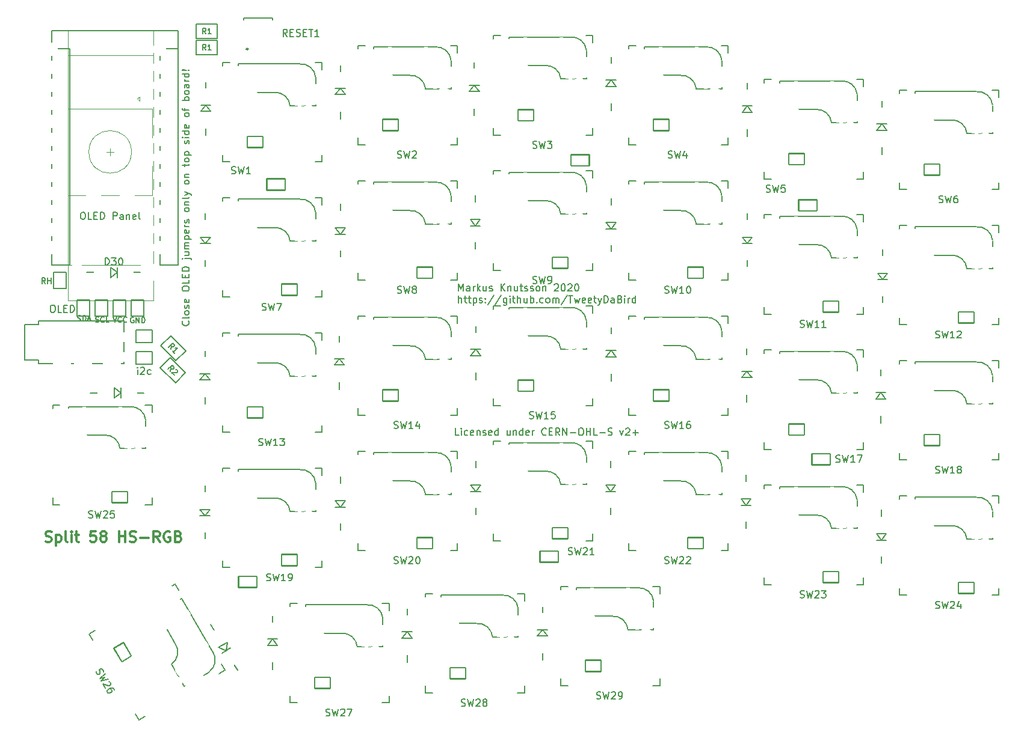
<source format=gto>
G04 #@! TF.GenerationSoftware,KiCad,Pcbnew,(5.1.6)-1*
G04 #@! TF.CreationDate,2020-12-11T11:33:57+01:00*
G04 #@! TF.ProjectId,Lily58_HS_RGB,4c696c79-3538-45f4-9853-5f5247422e6b,0.9*
G04 #@! TF.SameCoordinates,Original*
G04 #@! TF.FileFunction,Legend,Top*
G04 #@! TF.FilePolarity,Positive*
%FSLAX46Y46*%
G04 Gerber Fmt 4.6, Leading zero omitted, Abs format (unit mm)*
G04 Created by KiCad (PCBNEW (5.1.6)-1) date 2020-12-11 11:33:57*
%MOMM*%
%LPD*%
G01*
G04 APERTURE LIST*
%ADD10C,0.150000*%
%ADD11C,0.300000*%
%ADD12C,0.040000*%
%ADD13C,0.250000*%
%ADD14C,0.120000*%
%ADD15R,2.500000X1.400000*%
%ADD16C,1.600000*%
%ADD17R,1.543000X1.035000*%
%ADD18R,1.035000X1.543000*%
%ADD19C,1.797000*%
%ADD20R,2.398980X2.398980*%
%ADD21C,2.398980*%
%ADD22R,2.200000X1.900000*%
%ADD23R,1.900000X2.200000*%
%ADD24C,0.100000*%
%ADD25R,2.400000X1.400000*%
%ADD26R,2.000000X1.400000*%
%ADD27C,1.924000*%
%ADD28O,2.100000X2.100000*%
%ADD29R,2.100000X2.100000*%
%ADD30C,3.400000*%
%ADD31C,2.101800*%
%ADD32C,4.387800*%
%ADD33R,2.900000X2.900000*%
%ADD34R,1.570000X1.250000*%
%ADD35R,1.800000X1.350000*%
%ADD36R,1.000000X1.500000*%
%ADD37R,2.400000X2.400000*%
%ADD38C,2.400000*%
%ADD39C,3.100000*%
G04 APERTURE END LIST*
D10*
X140638785Y-95511880D02*
X140162595Y-95511880D01*
X140162595Y-94511880D01*
X140972119Y-95511880D02*
X140972119Y-94845214D01*
X140972119Y-94511880D02*
X140924500Y-94559500D01*
X140972119Y-94607119D01*
X141019738Y-94559500D01*
X140972119Y-94511880D01*
X140972119Y-94607119D01*
X141876880Y-95464261D02*
X141781642Y-95511880D01*
X141591166Y-95511880D01*
X141495928Y-95464261D01*
X141448309Y-95416642D01*
X141400690Y-95321404D01*
X141400690Y-95035690D01*
X141448309Y-94940452D01*
X141495928Y-94892833D01*
X141591166Y-94845214D01*
X141781642Y-94845214D01*
X141876880Y-94892833D01*
X142686404Y-95464261D02*
X142591166Y-95511880D01*
X142400690Y-95511880D01*
X142305452Y-95464261D01*
X142257833Y-95369023D01*
X142257833Y-94988071D01*
X142305452Y-94892833D01*
X142400690Y-94845214D01*
X142591166Y-94845214D01*
X142686404Y-94892833D01*
X142734023Y-94988071D01*
X142734023Y-95083309D01*
X142257833Y-95178547D01*
X143162595Y-94845214D02*
X143162595Y-95511880D01*
X143162595Y-94940452D02*
X143210214Y-94892833D01*
X143305452Y-94845214D01*
X143448309Y-94845214D01*
X143543547Y-94892833D01*
X143591166Y-94988071D01*
X143591166Y-95511880D01*
X144019738Y-95464261D02*
X144114976Y-95511880D01*
X144305452Y-95511880D01*
X144400690Y-95464261D01*
X144448309Y-95369023D01*
X144448309Y-95321404D01*
X144400690Y-95226166D01*
X144305452Y-95178547D01*
X144162595Y-95178547D01*
X144067357Y-95130928D01*
X144019738Y-95035690D01*
X144019738Y-94988071D01*
X144067357Y-94892833D01*
X144162595Y-94845214D01*
X144305452Y-94845214D01*
X144400690Y-94892833D01*
X145257833Y-95464261D02*
X145162595Y-95511880D01*
X144972119Y-95511880D01*
X144876880Y-95464261D01*
X144829261Y-95369023D01*
X144829261Y-94988071D01*
X144876880Y-94892833D01*
X144972119Y-94845214D01*
X145162595Y-94845214D01*
X145257833Y-94892833D01*
X145305452Y-94988071D01*
X145305452Y-95083309D01*
X144829261Y-95178547D01*
X146162595Y-95511880D02*
X146162595Y-94511880D01*
X146162595Y-95464261D02*
X146067357Y-95511880D01*
X145876880Y-95511880D01*
X145781642Y-95464261D01*
X145734023Y-95416642D01*
X145686404Y-95321404D01*
X145686404Y-95035690D01*
X145734023Y-94940452D01*
X145781642Y-94892833D01*
X145876880Y-94845214D01*
X146067357Y-94845214D01*
X146162595Y-94892833D01*
X147829261Y-94845214D02*
X147829261Y-95511880D01*
X147400690Y-94845214D02*
X147400690Y-95369023D01*
X147448309Y-95464261D01*
X147543547Y-95511880D01*
X147686404Y-95511880D01*
X147781642Y-95464261D01*
X147829261Y-95416642D01*
X148305452Y-94845214D02*
X148305452Y-95511880D01*
X148305452Y-94940452D02*
X148353071Y-94892833D01*
X148448309Y-94845214D01*
X148591166Y-94845214D01*
X148686404Y-94892833D01*
X148734023Y-94988071D01*
X148734023Y-95511880D01*
X149638785Y-95511880D02*
X149638785Y-94511880D01*
X149638785Y-95464261D02*
X149543547Y-95511880D01*
X149353071Y-95511880D01*
X149257833Y-95464261D01*
X149210214Y-95416642D01*
X149162595Y-95321404D01*
X149162595Y-95035690D01*
X149210214Y-94940452D01*
X149257833Y-94892833D01*
X149353071Y-94845214D01*
X149543547Y-94845214D01*
X149638785Y-94892833D01*
X150495928Y-95464261D02*
X150400690Y-95511880D01*
X150210214Y-95511880D01*
X150114976Y-95464261D01*
X150067357Y-95369023D01*
X150067357Y-94988071D01*
X150114976Y-94892833D01*
X150210214Y-94845214D01*
X150400690Y-94845214D01*
X150495928Y-94892833D01*
X150543547Y-94988071D01*
X150543547Y-95083309D01*
X150067357Y-95178547D01*
X150972119Y-95511880D02*
X150972119Y-94845214D01*
X150972119Y-95035690D02*
X151019738Y-94940452D01*
X151067357Y-94892833D01*
X151162595Y-94845214D01*
X151257833Y-94845214D01*
X152924500Y-95416642D02*
X152876880Y-95464261D01*
X152734023Y-95511880D01*
X152638785Y-95511880D01*
X152495928Y-95464261D01*
X152400690Y-95369023D01*
X152353071Y-95273785D01*
X152305452Y-95083309D01*
X152305452Y-94940452D01*
X152353071Y-94749976D01*
X152400690Y-94654738D01*
X152495928Y-94559500D01*
X152638785Y-94511880D01*
X152734023Y-94511880D01*
X152876880Y-94559500D01*
X152924500Y-94607119D01*
X153353071Y-94988071D02*
X153686404Y-94988071D01*
X153829261Y-95511880D02*
X153353071Y-95511880D01*
X153353071Y-94511880D01*
X153829261Y-94511880D01*
X154829261Y-95511880D02*
X154495928Y-95035690D01*
X154257833Y-95511880D02*
X154257833Y-94511880D01*
X154638785Y-94511880D01*
X154734023Y-94559500D01*
X154781642Y-94607119D01*
X154829261Y-94702357D01*
X154829261Y-94845214D01*
X154781642Y-94940452D01*
X154734023Y-94988071D01*
X154638785Y-95035690D01*
X154257833Y-95035690D01*
X155257833Y-95511880D02*
X155257833Y-94511880D01*
X155829261Y-95511880D01*
X155829261Y-94511880D01*
X156305452Y-95130928D02*
X157067357Y-95130928D01*
X157734023Y-94511880D02*
X157924500Y-94511880D01*
X158019738Y-94559500D01*
X158114976Y-94654738D01*
X158162595Y-94845214D01*
X158162595Y-95178547D01*
X158114976Y-95369023D01*
X158019738Y-95464261D01*
X157924500Y-95511880D01*
X157734023Y-95511880D01*
X157638785Y-95464261D01*
X157543547Y-95369023D01*
X157495928Y-95178547D01*
X157495928Y-94845214D01*
X157543547Y-94654738D01*
X157638785Y-94559500D01*
X157734023Y-94511880D01*
X158591166Y-95511880D02*
X158591166Y-94511880D01*
X158591166Y-94988071D02*
X159162595Y-94988071D01*
X159162595Y-95511880D02*
X159162595Y-94511880D01*
X160114976Y-95511880D02*
X159638785Y-95511880D01*
X159638785Y-94511880D01*
X160448309Y-95130928D02*
X161210214Y-95130928D01*
X161638785Y-95464261D02*
X161781642Y-95511880D01*
X162019738Y-95511880D01*
X162114976Y-95464261D01*
X162162595Y-95416642D01*
X162210214Y-95321404D01*
X162210214Y-95226166D01*
X162162595Y-95130928D01*
X162114976Y-95083309D01*
X162019738Y-95035690D01*
X161829261Y-94988071D01*
X161734023Y-94940452D01*
X161686404Y-94892833D01*
X161638785Y-94797595D01*
X161638785Y-94702357D01*
X161686404Y-94607119D01*
X161734023Y-94559500D01*
X161829261Y-94511880D01*
X162067357Y-94511880D01*
X162210214Y-94559500D01*
X163305452Y-94845214D02*
X163543547Y-95511880D01*
X163781642Y-94845214D01*
X164114976Y-94607119D02*
X164162595Y-94559500D01*
X164257833Y-94511880D01*
X164495928Y-94511880D01*
X164591166Y-94559500D01*
X164638785Y-94607119D01*
X164686404Y-94702357D01*
X164686404Y-94797595D01*
X164638785Y-94940452D01*
X164067357Y-95511880D01*
X164686404Y-95511880D01*
X165114976Y-95130928D02*
X165876880Y-95130928D01*
X165495928Y-95511880D02*
X165495928Y-94749976D01*
X83383619Y-77176380D02*
X83574095Y-77176380D01*
X83669333Y-77224000D01*
X83764571Y-77319238D01*
X83812190Y-77509714D01*
X83812190Y-77843047D01*
X83764571Y-78033523D01*
X83669333Y-78128761D01*
X83574095Y-78176380D01*
X83383619Y-78176380D01*
X83288380Y-78128761D01*
X83193142Y-78033523D01*
X83145523Y-77843047D01*
X83145523Y-77509714D01*
X83193142Y-77319238D01*
X83288380Y-77224000D01*
X83383619Y-77176380D01*
X84716952Y-78176380D02*
X84240761Y-78176380D01*
X84240761Y-77176380D01*
X85050285Y-77652571D02*
X85383619Y-77652571D01*
X85526476Y-78176380D02*
X85050285Y-78176380D01*
X85050285Y-77176380D01*
X85526476Y-77176380D01*
X85955047Y-78176380D02*
X85955047Y-77176380D01*
X86193142Y-77176380D01*
X86336000Y-77224000D01*
X86431238Y-77319238D01*
X86478857Y-77414476D01*
X86526476Y-77604952D01*
X86526476Y-77747809D01*
X86478857Y-77938285D01*
X86431238Y-78033523D01*
X86336000Y-78128761D01*
X86193142Y-78176380D01*
X85955047Y-78176380D01*
X95424738Y-86939380D02*
X95424738Y-86272714D01*
X95424738Y-85939380D02*
X95377119Y-85987000D01*
X95424738Y-86034619D01*
X95472357Y-85987000D01*
X95424738Y-85939380D01*
X95424738Y-86034619D01*
X95853309Y-86034619D02*
X95900928Y-85987000D01*
X95996166Y-85939380D01*
X96234261Y-85939380D01*
X96329500Y-85987000D01*
X96377119Y-86034619D01*
X96424738Y-86129857D01*
X96424738Y-86225095D01*
X96377119Y-86367952D01*
X95805690Y-86939380D01*
X96424738Y-86939380D01*
X97281880Y-86891761D02*
X97186642Y-86939380D01*
X96996166Y-86939380D01*
X96900928Y-86891761D01*
X96853309Y-86844142D01*
X96805690Y-86748904D01*
X96805690Y-86463190D01*
X96853309Y-86367952D01*
X96900928Y-86320333D01*
X96996166Y-86272714D01*
X97186642Y-86272714D01*
X97281880Y-86320333D01*
X102592142Y-79420476D02*
X102639761Y-79468095D01*
X102687380Y-79610952D01*
X102687380Y-79706190D01*
X102639761Y-79849047D01*
X102544523Y-79944285D01*
X102449285Y-79991904D01*
X102258809Y-80039523D01*
X102115952Y-80039523D01*
X101925476Y-79991904D01*
X101830238Y-79944285D01*
X101735000Y-79849047D01*
X101687380Y-79706190D01*
X101687380Y-79610952D01*
X101735000Y-79468095D01*
X101782619Y-79420476D01*
X102687380Y-78849047D02*
X102639761Y-78944285D01*
X102544523Y-78991904D01*
X101687380Y-78991904D01*
X102687380Y-78325238D02*
X102639761Y-78420476D01*
X102592142Y-78468095D01*
X102496904Y-78515714D01*
X102211190Y-78515714D01*
X102115952Y-78468095D01*
X102068333Y-78420476D01*
X102020714Y-78325238D01*
X102020714Y-78182380D01*
X102068333Y-78087142D01*
X102115952Y-78039523D01*
X102211190Y-77991904D01*
X102496904Y-77991904D01*
X102592142Y-78039523D01*
X102639761Y-78087142D01*
X102687380Y-78182380D01*
X102687380Y-78325238D01*
X102639761Y-77610952D02*
X102687380Y-77515714D01*
X102687380Y-77325238D01*
X102639761Y-77230000D01*
X102544523Y-77182380D01*
X102496904Y-77182380D01*
X102401666Y-77230000D01*
X102354047Y-77325238D01*
X102354047Y-77468095D01*
X102306428Y-77563333D01*
X102211190Y-77610952D01*
X102163571Y-77610952D01*
X102068333Y-77563333D01*
X102020714Y-77468095D01*
X102020714Y-77325238D01*
X102068333Y-77230000D01*
X102639761Y-76372857D02*
X102687380Y-76468095D01*
X102687380Y-76658571D01*
X102639761Y-76753809D01*
X102544523Y-76801428D01*
X102163571Y-76801428D01*
X102068333Y-76753809D01*
X102020714Y-76658571D01*
X102020714Y-76468095D01*
X102068333Y-76372857D01*
X102163571Y-76325238D01*
X102258809Y-76325238D01*
X102354047Y-76801428D01*
X101687380Y-74944285D02*
X101687380Y-74753809D01*
X101735000Y-74658571D01*
X101830238Y-74563333D01*
X102020714Y-74515714D01*
X102354047Y-74515714D01*
X102544523Y-74563333D01*
X102639761Y-74658571D01*
X102687380Y-74753809D01*
X102687380Y-74944285D01*
X102639761Y-75039523D01*
X102544523Y-75134761D01*
X102354047Y-75182380D01*
X102020714Y-75182380D01*
X101830238Y-75134761D01*
X101735000Y-75039523D01*
X101687380Y-74944285D01*
X102687380Y-73610952D02*
X102687380Y-74087142D01*
X101687380Y-74087142D01*
X102163571Y-73277619D02*
X102163571Y-72944285D01*
X102687380Y-72801428D02*
X102687380Y-73277619D01*
X101687380Y-73277619D01*
X101687380Y-72801428D01*
X102687380Y-72372857D02*
X101687380Y-72372857D01*
X101687380Y-72134761D01*
X101735000Y-71991904D01*
X101830238Y-71896666D01*
X101925476Y-71849047D01*
X102115952Y-71801428D01*
X102258809Y-71801428D01*
X102449285Y-71849047D01*
X102544523Y-71896666D01*
X102639761Y-71991904D01*
X102687380Y-72134761D01*
X102687380Y-72372857D01*
X102020714Y-70610952D02*
X102877857Y-70610952D01*
X102973095Y-70658571D01*
X103020714Y-70753809D01*
X103020714Y-70801428D01*
X101687380Y-70610952D02*
X101735000Y-70658571D01*
X101782619Y-70610952D01*
X101735000Y-70563333D01*
X101687380Y-70610952D01*
X101782619Y-70610952D01*
X102020714Y-69706190D02*
X102687380Y-69706190D01*
X102020714Y-70134761D02*
X102544523Y-70134761D01*
X102639761Y-70087142D01*
X102687380Y-69991904D01*
X102687380Y-69849047D01*
X102639761Y-69753809D01*
X102592142Y-69706190D01*
X102687380Y-69230000D02*
X102020714Y-69230000D01*
X102115952Y-69230000D02*
X102068333Y-69182380D01*
X102020714Y-69087142D01*
X102020714Y-68944285D01*
X102068333Y-68849047D01*
X102163571Y-68801428D01*
X102687380Y-68801428D01*
X102163571Y-68801428D02*
X102068333Y-68753809D01*
X102020714Y-68658571D01*
X102020714Y-68515714D01*
X102068333Y-68420476D01*
X102163571Y-68372857D01*
X102687380Y-68372857D01*
X102020714Y-67896666D02*
X103020714Y-67896666D01*
X102068333Y-67896666D02*
X102020714Y-67801428D01*
X102020714Y-67610952D01*
X102068333Y-67515714D01*
X102115952Y-67468095D01*
X102211190Y-67420476D01*
X102496904Y-67420476D01*
X102592142Y-67468095D01*
X102639761Y-67515714D01*
X102687380Y-67610952D01*
X102687380Y-67801428D01*
X102639761Y-67896666D01*
X102639761Y-66610952D02*
X102687380Y-66706190D01*
X102687380Y-66896666D01*
X102639761Y-66991904D01*
X102544523Y-67039523D01*
X102163571Y-67039523D01*
X102068333Y-66991904D01*
X102020714Y-66896666D01*
X102020714Y-66706190D01*
X102068333Y-66610952D01*
X102163571Y-66563333D01*
X102258809Y-66563333D01*
X102354047Y-67039523D01*
X102687380Y-66134761D02*
X102020714Y-66134761D01*
X102211190Y-66134761D02*
X102115952Y-66087142D01*
X102068333Y-66039523D01*
X102020714Y-65944285D01*
X102020714Y-65849047D01*
X102639761Y-65563333D02*
X102687380Y-65468095D01*
X102687380Y-65277619D01*
X102639761Y-65182380D01*
X102544523Y-65134761D01*
X102496904Y-65134761D01*
X102401666Y-65182380D01*
X102354047Y-65277619D01*
X102354047Y-65420476D01*
X102306428Y-65515714D01*
X102211190Y-65563333D01*
X102163571Y-65563333D01*
X102068333Y-65515714D01*
X102020714Y-65420476D01*
X102020714Y-65277619D01*
X102068333Y-65182380D01*
X102687380Y-63801428D02*
X102639761Y-63896666D01*
X102592142Y-63944285D01*
X102496904Y-63991904D01*
X102211190Y-63991904D01*
X102115952Y-63944285D01*
X102068333Y-63896666D01*
X102020714Y-63801428D01*
X102020714Y-63658571D01*
X102068333Y-63563333D01*
X102115952Y-63515714D01*
X102211190Y-63468095D01*
X102496904Y-63468095D01*
X102592142Y-63515714D01*
X102639761Y-63563333D01*
X102687380Y-63658571D01*
X102687380Y-63801428D01*
X102020714Y-63039523D02*
X102687380Y-63039523D01*
X102115952Y-63039523D02*
X102068333Y-62991904D01*
X102020714Y-62896666D01*
X102020714Y-62753809D01*
X102068333Y-62658571D01*
X102163571Y-62610952D01*
X102687380Y-62610952D01*
X102687380Y-61991904D02*
X102639761Y-62087142D01*
X102544523Y-62134761D01*
X101687380Y-62134761D01*
X102020714Y-61706190D02*
X102687380Y-61468095D01*
X102020714Y-61230000D02*
X102687380Y-61468095D01*
X102925476Y-61563333D01*
X102973095Y-61610952D01*
X103020714Y-61706190D01*
X102687380Y-59944285D02*
X102639761Y-60039523D01*
X102592142Y-60087142D01*
X102496904Y-60134761D01*
X102211190Y-60134761D01*
X102115952Y-60087142D01*
X102068333Y-60039523D01*
X102020714Y-59944285D01*
X102020714Y-59801428D01*
X102068333Y-59706190D01*
X102115952Y-59658571D01*
X102211190Y-59610952D01*
X102496904Y-59610952D01*
X102592142Y-59658571D01*
X102639761Y-59706190D01*
X102687380Y-59801428D01*
X102687380Y-59944285D01*
X102020714Y-59182380D02*
X102687380Y-59182380D01*
X102115952Y-59182380D02*
X102068333Y-59134761D01*
X102020714Y-59039523D01*
X102020714Y-58896666D01*
X102068333Y-58801428D01*
X102163571Y-58753809D01*
X102687380Y-58753809D01*
X102020714Y-57658571D02*
X102020714Y-57277619D01*
X101687380Y-57515714D02*
X102544523Y-57515714D01*
X102639761Y-57468095D01*
X102687380Y-57372857D01*
X102687380Y-57277619D01*
X102687380Y-56801428D02*
X102639761Y-56896666D01*
X102592142Y-56944285D01*
X102496904Y-56991904D01*
X102211190Y-56991904D01*
X102115952Y-56944285D01*
X102068333Y-56896666D01*
X102020714Y-56801428D01*
X102020714Y-56658571D01*
X102068333Y-56563333D01*
X102115952Y-56515714D01*
X102211190Y-56468095D01*
X102496904Y-56468095D01*
X102592142Y-56515714D01*
X102639761Y-56563333D01*
X102687380Y-56658571D01*
X102687380Y-56801428D01*
X102020714Y-56039523D02*
X103020714Y-56039523D01*
X102068333Y-56039523D02*
X102020714Y-55944285D01*
X102020714Y-55753809D01*
X102068333Y-55658571D01*
X102115952Y-55610952D01*
X102211190Y-55563333D01*
X102496904Y-55563333D01*
X102592142Y-55610952D01*
X102639761Y-55658571D01*
X102687380Y-55753809D01*
X102687380Y-55944285D01*
X102639761Y-56039523D01*
X102639761Y-54420476D02*
X102687380Y-54325238D01*
X102687380Y-54134761D01*
X102639761Y-54039523D01*
X102544523Y-53991904D01*
X102496904Y-53991904D01*
X102401666Y-54039523D01*
X102354047Y-54134761D01*
X102354047Y-54277619D01*
X102306428Y-54372857D01*
X102211190Y-54420476D01*
X102163571Y-54420476D01*
X102068333Y-54372857D01*
X102020714Y-54277619D01*
X102020714Y-54134761D01*
X102068333Y-54039523D01*
X102687380Y-53563333D02*
X102020714Y-53563333D01*
X101687380Y-53563333D02*
X101735000Y-53610952D01*
X101782619Y-53563333D01*
X101735000Y-53515714D01*
X101687380Y-53563333D01*
X101782619Y-53563333D01*
X102687380Y-52658571D02*
X101687380Y-52658571D01*
X102639761Y-52658571D02*
X102687380Y-52753809D01*
X102687380Y-52944285D01*
X102639761Y-53039523D01*
X102592142Y-53087142D01*
X102496904Y-53134761D01*
X102211190Y-53134761D01*
X102115952Y-53087142D01*
X102068333Y-53039523D01*
X102020714Y-52944285D01*
X102020714Y-52753809D01*
X102068333Y-52658571D01*
X102639761Y-51801428D02*
X102687380Y-51896666D01*
X102687380Y-52087142D01*
X102639761Y-52182380D01*
X102544523Y-52230000D01*
X102163571Y-52230000D01*
X102068333Y-52182380D01*
X102020714Y-52087142D01*
X102020714Y-51896666D01*
X102068333Y-51801428D01*
X102163571Y-51753809D01*
X102258809Y-51753809D01*
X102354047Y-52230000D01*
X102687380Y-50420476D02*
X102639761Y-50515714D01*
X102592142Y-50563333D01*
X102496904Y-50610952D01*
X102211190Y-50610952D01*
X102115952Y-50563333D01*
X102068333Y-50515714D01*
X102020714Y-50420476D01*
X102020714Y-50277619D01*
X102068333Y-50182380D01*
X102115952Y-50134761D01*
X102211190Y-50087142D01*
X102496904Y-50087142D01*
X102592142Y-50134761D01*
X102639761Y-50182380D01*
X102687380Y-50277619D01*
X102687380Y-50420476D01*
X102020714Y-49801428D02*
X102020714Y-49420476D01*
X102687380Y-49658571D02*
X101830238Y-49658571D01*
X101735000Y-49610952D01*
X101687380Y-49515714D01*
X101687380Y-49420476D01*
X102687380Y-48325238D02*
X101687380Y-48325238D01*
X102068333Y-48325238D02*
X102020714Y-48230000D01*
X102020714Y-48039523D01*
X102068333Y-47944285D01*
X102115952Y-47896666D01*
X102211190Y-47849047D01*
X102496904Y-47849047D01*
X102592142Y-47896666D01*
X102639761Y-47944285D01*
X102687380Y-48039523D01*
X102687380Y-48230000D01*
X102639761Y-48325238D01*
X102687380Y-47277619D02*
X102639761Y-47372857D01*
X102592142Y-47420476D01*
X102496904Y-47468095D01*
X102211190Y-47468095D01*
X102115952Y-47420476D01*
X102068333Y-47372857D01*
X102020714Y-47277619D01*
X102020714Y-47134761D01*
X102068333Y-47039523D01*
X102115952Y-46991904D01*
X102211190Y-46944285D01*
X102496904Y-46944285D01*
X102592142Y-46991904D01*
X102639761Y-47039523D01*
X102687380Y-47134761D01*
X102687380Y-47277619D01*
X102687380Y-46087142D02*
X102163571Y-46087142D01*
X102068333Y-46134761D01*
X102020714Y-46230000D01*
X102020714Y-46420476D01*
X102068333Y-46515714D01*
X102639761Y-46087142D02*
X102687380Y-46182380D01*
X102687380Y-46420476D01*
X102639761Y-46515714D01*
X102544523Y-46563333D01*
X102449285Y-46563333D01*
X102354047Y-46515714D01*
X102306428Y-46420476D01*
X102306428Y-46182380D01*
X102258809Y-46087142D01*
X102687380Y-45610952D02*
X102020714Y-45610952D01*
X102211190Y-45610952D02*
X102115952Y-45563333D01*
X102068333Y-45515714D01*
X102020714Y-45420476D01*
X102020714Y-45325238D01*
X102687380Y-44563333D02*
X101687380Y-44563333D01*
X102639761Y-44563333D02*
X102687380Y-44658571D01*
X102687380Y-44849047D01*
X102639761Y-44944285D01*
X102592142Y-44991904D01*
X102496904Y-45039523D01*
X102211190Y-45039523D01*
X102115952Y-44991904D01*
X102068333Y-44944285D01*
X102020714Y-44849047D01*
X102020714Y-44658571D01*
X102068333Y-44563333D01*
X102592142Y-44087142D02*
X102639761Y-44039523D01*
X102687380Y-44087142D01*
X102639761Y-44134761D01*
X102592142Y-44087142D01*
X102687380Y-44087142D01*
X102306428Y-44087142D02*
X101735000Y-44134761D01*
X101687380Y-44087142D01*
X101735000Y-44039523D01*
X102306428Y-44087142D01*
X101687380Y-44087142D01*
X140607095Y-75192380D02*
X140607095Y-74192380D01*
X140940428Y-74906666D01*
X141273761Y-74192380D01*
X141273761Y-75192380D01*
X142178523Y-75192380D02*
X142178523Y-74668571D01*
X142130904Y-74573333D01*
X142035666Y-74525714D01*
X141845190Y-74525714D01*
X141749952Y-74573333D01*
X142178523Y-75144761D02*
X142083285Y-75192380D01*
X141845190Y-75192380D01*
X141749952Y-75144761D01*
X141702333Y-75049523D01*
X141702333Y-74954285D01*
X141749952Y-74859047D01*
X141845190Y-74811428D01*
X142083285Y-74811428D01*
X142178523Y-74763809D01*
X142654714Y-75192380D02*
X142654714Y-74525714D01*
X142654714Y-74716190D02*
X142702333Y-74620952D01*
X142749952Y-74573333D01*
X142845190Y-74525714D01*
X142940428Y-74525714D01*
X143273761Y-75192380D02*
X143273761Y-74192380D01*
X143369000Y-74811428D02*
X143654714Y-75192380D01*
X143654714Y-74525714D02*
X143273761Y-74906666D01*
X144511857Y-74525714D02*
X144511857Y-75192380D01*
X144083285Y-74525714D02*
X144083285Y-75049523D01*
X144130904Y-75144761D01*
X144226142Y-75192380D01*
X144369000Y-75192380D01*
X144464238Y-75144761D01*
X144511857Y-75097142D01*
X144940428Y-75144761D02*
X145035666Y-75192380D01*
X145226142Y-75192380D01*
X145321380Y-75144761D01*
X145369000Y-75049523D01*
X145369000Y-75001904D01*
X145321380Y-74906666D01*
X145226142Y-74859047D01*
X145083285Y-74859047D01*
X144988047Y-74811428D01*
X144940428Y-74716190D01*
X144940428Y-74668571D01*
X144988047Y-74573333D01*
X145083285Y-74525714D01*
X145226142Y-74525714D01*
X145321380Y-74573333D01*
X146559476Y-75192380D02*
X146559476Y-74192380D01*
X147130904Y-75192380D02*
X146702333Y-74620952D01*
X147130904Y-74192380D02*
X146559476Y-74763809D01*
X147559476Y-74525714D02*
X147559476Y-75192380D01*
X147559476Y-74620952D02*
X147607095Y-74573333D01*
X147702333Y-74525714D01*
X147845190Y-74525714D01*
X147940428Y-74573333D01*
X147988047Y-74668571D01*
X147988047Y-75192380D01*
X148892809Y-74525714D02*
X148892809Y-75192380D01*
X148464238Y-74525714D02*
X148464238Y-75049523D01*
X148511857Y-75144761D01*
X148607095Y-75192380D01*
X148749952Y-75192380D01*
X148845190Y-75144761D01*
X148892809Y-75097142D01*
X149226142Y-74525714D02*
X149607095Y-74525714D01*
X149369000Y-74192380D02*
X149369000Y-75049523D01*
X149416619Y-75144761D01*
X149511857Y-75192380D01*
X149607095Y-75192380D01*
X149892809Y-75144761D02*
X149988047Y-75192380D01*
X150178523Y-75192380D01*
X150273761Y-75144761D01*
X150321380Y-75049523D01*
X150321380Y-75001904D01*
X150273761Y-74906666D01*
X150178523Y-74859047D01*
X150035666Y-74859047D01*
X149940428Y-74811428D01*
X149892809Y-74716190D01*
X149892809Y-74668571D01*
X149940428Y-74573333D01*
X150035666Y-74525714D01*
X150178523Y-74525714D01*
X150273761Y-74573333D01*
X150702333Y-75144761D02*
X150797571Y-75192380D01*
X150988047Y-75192380D01*
X151083285Y-75144761D01*
X151130904Y-75049523D01*
X151130904Y-75001904D01*
X151083285Y-74906666D01*
X150988047Y-74859047D01*
X150845190Y-74859047D01*
X150749952Y-74811428D01*
X150702333Y-74716190D01*
X150702333Y-74668571D01*
X150749952Y-74573333D01*
X150845190Y-74525714D01*
X150988047Y-74525714D01*
X151083285Y-74573333D01*
X151702333Y-75192380D02*
X151607095Y-75144761D01*
X151559476Y-75097142D01*
X151511857Y-75001904D01*
X151511857Y-74716190D01*
X151559476Y-74620952D01*
X151607095Y-74573333D01*
X151702333Y-74525714D01*
X151845190Y-74525714D01*
X151940428Y-74573333D01*
X151988047Y-74620952D01*
X152035666Y-74716190D01*
X152035666Y-75001904D01*
X151988047Y-75097142D01*
X151940428Y-75144761D01*
X151845190Y-75192380D01*
X151702333Y-75192380D01*
X152464238Y-74525714D02*
X152464238Y-75192380D01*
X152464238Y-74620952D02*
X152511857Y-74573333D01*
X152607095Y-74525714D01*
X152749952Y-74525714D01*
X152845190Y-74573333D01*
X152892809Y-74668571D01*
X152892809Y-75192380D01*
X154083285Y-74287619D02*
X154130904Y-74240000D01*
X154226142Y-74192380D01*
X154464238Y-74192380D01*
X154559476Y-74240000D01*
X154607095Y-74287619D01*
X154654714Y-74382857D01*
X154654714Y-74478095D01*
X154607095Y-74620952D01*
X154035666Y-75192380D01*
X154654714Y-75192380D01*
X155273761Y-74192380D02*
X155369000Y-74192380D01*
X155464238Y-74240000D01*
X155511857Y-74287619D01*
X155559476Y-74382857D01*
X155607095Y-74573333D01*
X155607095Y-74811428D01*
X155559476Y-75001904D01*
X155511857Y-75097142D01*
X155464238Y-75144761D01*
X155369000Y-75192380D01*
X155273761Y-75192380D01*
X155178523Y-75144761D01*
X155130904Y-75097142D01*
X155083285Y-75001904D01*
X155035666Y-74811428D01*
X155035666Y-74573333D01*
X155083285Y-74382857D01*
X155130904Y-74287619D01*
X155178523Y-74240000D01*
X155273761Y-74192380D01*
X155988047Y-74287619D02*
X156035666Y-74240000D01*
X156130904Y-74192380D01*
X156369000Y-74192380D01*
X156464238Y-74240000D01*
X156511857Y-74287619D01*
X156559476Y-74382857D01*
X156559476Y-74478095D01*
X156511857Y-74620952D01*
X155940428Y-75192380D01*
X156559476Y-75192380D01*
X157178523Y-74192380D02*
X157273761Y-74192380D01*
X157369000Y-74240000D01*
X157416619Y-74287619D01*
X157464238Y-74382857D01*
X157511857Y-74573333D01*
X157511857Y-74811428D01*
X157464238Y-75001904D01*
X157416619Y-75097142D01*
X157369000Y-75144761D01*
X157273761Y-75192380D01*
X157178523Y-75192380D01*
X157083285Y-75144761D01*
X157035666Y-75097142D01*
X156988047Y-75001904D01*
X156940428Y-74811428D01*
X156940428Y-74573333D01*
X156988047Y-74382857D01*
X157035666Y-74287619D01*
X157083285Y-74240000D01*
X157178523Y-74192380D01*
X140607095Y-76842380D02*
X140607095Y-75842380D01*
X141035666Y-76842380D02*
X141035666Y-76318571D01*
X140988047Y-76223333D01*
X140892809Y-76175714D01*
X140749952Y-76175714D01*
X140654714Y-76223333D01*
X140607095Y-76270952D01*
X141369000Y-76175714D02*
X141749952Y-76175714D01*
X141511857Y-75842380D02*
X141511857Y-76699523D01*
X141559476Y-76794761D01*
X141654714Y-76842380D01*
X141749952Y-76842380D01*
X141940428Y-76175714D02*
X142321380Y-76175714D01*
X142083285Y-75842380D02*
X142083285Y-76699523D01*
X142130904Y-76794761D01*
X142226142Y-76842380D01*
X142321380Y-76842380D01*
X142654714Y-76175714D02*
X142654714Y-77175714D01*
X142654714Y-76223333D02*
X142749952Y-76175714D01*
X142940428Y-76175714D01*
X143035666Y-76223333D01*
X143083285Y-76270952D01*
X143130904Y-76366190D01*
X143130904Y-76651904D01*
X143083285Y-76747142D01*
X143035666Y-76794761D01*
X142940428Y-76842380D01*
X142749952Y-76842380D01*
X142654714Y-76794761D01*
X143511857Y-76794761D02*
X143607095Y-76842380D01*
X143797571Y-76842380D01*
X143892809Y-76794761D01*
X143940428Y-76699523D01*
X143940428Y-76651904D01*
X143892809Y-76556666D01*
X143797571Y-76509047D01*
X143654714Y-76509047D01*
X143559476Y-76461428D01*
X143511857Y-76366190D01*
X143511857Y-76318571D01*
X143559476Y-76223333D01*
X143654714Y-76175714D01*
X143797571Y-76175714D01*
X143892809Y-76223333D01*
X144369000Y-76747142D02*
X144416619Y-76794761D01*
X144369000Y-76842380D01*
X144321380Y-76794761D01*
X144369000Y-76747142D01*
X144369000Y-76842380D01*
X144369000Y-76223333D02*
X144416619Y-76270952D01*
X144369000Y-76318571D01*
X144321380Y-76270952D01*
X144369000Y-76223333D01*
X144369000Y-76318571D01*
X145559476Y-75794761D02*
X144702333Y-77080476D01*
X146607095Y-75794761D02*
X145749952Y-77080476D01*
X147369000Y-76175714D02*
X147369000Y-76985238D01*
X147321380Y-77080476D01*
X147273761Y-77128095D01*
X147178523Y-77175714D01*
X147035666Y-77175714D01*
X146940428Y-77128095D01*
X147369000Y-76794761D02*
X147273761Y-76842380D01*
X147083285Y-76842380D01*
X146988047Y-76794761D01*
X146940428Y-76747142D01*
X146892809Y-76651904D01*
X146892809Y-76366190D01*
X146940428Y-76270952D01*
X146988047Y-76223333D01*
X147083285Y-76175714D01*
X147273761Y-76175714D01*
X147369000Y-76223333D01*
X147845190Y-76842380D02*
X147845190Y-76175714D01*
X147845190Y-75842380D02*
X147797571Y-75890000D01*
X147845190Y-75937619D01*
X147892809Y-75890000D01*
X147845190Y-75842380D01*
X147845190Y-75937619D01*
X148178523Y-76175714D02*
X148559476Y-76175714D01*
X148321380Y-75842380D02*
X148321380Y-76699523D01*
X148369000Y-76794761D01*
X148464238Y-76842380D01*
X148559476Y-76842380D01*
X148892809Y-76842380D02*
X148892809Y-75842380D01*
X149321380Y-76842380D02*
X149321380Y-76318571D01*
X149273761Y-76223333D01*
X149178523Y-76175714D01*
X149035666Y-76175714D01*
X148940428Y-76223333D01*
X148892809Y-76270952D01*
X150226142Y-76175714D02*
X150226142Y-76842380D01*
X149797571Y-76175714D02*
X149797571Y-76699523D01*
X149845190Y-76794761D01*
X149940428Y-76842380D01*
X150083285Y-76842380D01*
X150178523Y-76794761D01*
X150226142Y-76747142D01*
X150702333Y-76842380D02*
X150702333Y-75842380D01*
X150702333Y-76223333D02*
X150797571Y-76175714D01*
X150988047Y-76175714D01*
X151083285Y-76223333D01*
X151130904Y-76270952D01*
X151178523Y-76366190D01*
X151178523Y-76651904D01*
X151130904Y-76747142D01*
X151083285Y-76794761D01*
X150988047Y-76842380D01*
X150797571Y-76842380D01*
X150702333Y-76794761D01*
X151607095Y-76747142D02*
X151654714Y-76794761D01*
X151607095Y-76842380D01*
X151559476Y-76794761D01*
X151607095Y-76747142D01*
X151607095Y-76842380D01*
X152511857Y-76794761D02*
X152416619Y-76842380D01*
X152226142Y-76842380D01*
X152130904Y-76794761D01*
X152083285Y-76747142D01*
X152035666Y-76651904D01*
X152035666Y-76366190D01*
X152083285Y-76270952D01*
X152130904Y-76223333D01*
X152226142Y-76175714D01*
X152416619Y-76175714D01*
X152511857Y-76223333D01*
X153083285Y-76842380D02*
X152988047Y-76794761D01*
X152940428Y-76747142D01*
X152892809Y-76651904D01*
X152892809Y-76366190D01*
X152940428Y-76270952D01*
X152988047Y-76223333D01*
X153083285Y-76175714D01*
X153226142Y-76175714D01*
X153321380Y-76223333D01*
X153369000Y-76270952D01*
X153416619Y-76366190D01*
X153416619Y-76651904D01*
X153369000Y-76747142D01*
X153321380Y-76794761D01*
X153226142Y-76842380D01*
X153083285Y-76842380D01*
X153845190Y-76842380D02*
X153845190Y-76175714D01*
X153845190Y-76270952D02*
X153892809Y-76223333D01*
X153988047Y-76175714D01*
X154130904Y-76175714D01*
X154226142Y-76223333D01*
X154273761Y-76318571D01*
X154273761Y-76842380D01*
X154273761Y-76318571D02*
X154321380Y-76223333D01*
X154416619Y-76175714D01*
X154559476Y-76175714D01*
X154654714Y-76223333D01*
X154702333Y-76318571D01*
X154702333Y-76842380D01*
X155892809Y-75794761D02*
X155035666Y-77080476D01*
X156083285Y-75842380D02*
X156654714Y-75842380D01*
X156369000Y-76842380D02*
X156369000Y-75842380D01*
X156892809Y-76175714D02*
X157083285Y-76842380D01*
X157273761Y-76366190D01*
X157464238Y-76842380D01*
X157654714Y-76175714D01*
X158416619Y-76794761D02*
X158321380Y-76842380D01*
X158130904Y-76842380D01*
X158035666Y-76794761D01*
X157988047Y-76699523D01*
X157988047Y-76318571D01*
X158035666Y-76223333D01*
X158130904Y-76175714D01*
X158321380Y-76175714D01*
X158416619Y-76223333D01*
X158464238Y-76318571D01*
X158464238Y-76413809D01*
X157988047Y-76509047D01*
X159273761Y-76794761D02*
X159178523Y-76842380D01*
X158988047Y-76842380D01*
X158892809Y-76794761D01*
X158845190Y-76699523D01*
X158845190Y-76318571D01*
X158892809Y-76223333D01*
X158988047Y-76175714D01*
X159178523Y-76175714D01*
X159273761Y-76223333D01*
X159321380Y-76318571D01*
X159321380Y-76413809D01*
X158845190Y-76509047D01*
X159607095Y-76175714D02*
X159988047Y-76175714D01*
X159749952Y-75842380D02*
X159749952Y-76699523D01*
X159797571Y-76794761D01*
X159892809Y-76842380D01*
X159988047Y-76842380D01*
X160226142Y-76175714D02*
X160464238Y-76842380D01*
X160702333Y-76175714D02*
X160464238Y-76842380D01*
X160369000Y-77080476D01*
X160321380Y-77128095D01*
X160226142Y-77175714D01*
X161083285Y-76842380D02*
X161083285Y-75842380D01*
X161321380Y-75842380D01*
X161464238Y-75890000D01*
X161559476Y-75985238D01*
X161607095Y-76080476D01*
X161654714Y-76270952D01*
X161654714Y-76413809D01*
X161607095Y-76604285D01*
X161559476Y-76699523D01*
X161464238Y-76794761D01*
X161321380Y-76842380D01*
X161083285Y-76842380D01*
X162511857Y-76842380D02*
X162511857Y-76318571D01*
X162464238Y-76223333D01*
X162369000Y-76175714D01*
X162178523Y-76175714D01*
X162083285Y-76223333D01*
X162511857Y-76794761D02*
X162416619Y-76842380D01*
X162178523Y-76842380D01*
X162083285Y-76794761D01*
X162035666Y-76699523D01*
X162035666Y-76604285D01*
X162083285Y-76509047D01*
X162178523Y-76461428D01*
X162416619Y-76461428D01*
X162511857Y-76413809D01*
X163321380Y-76318571D02*
X163464238Y-76366190D01*
X163511857Y-76413809D01*
X163559476Y-76509047D01*
X163559476Y-76651904D01*
X163511857Y-76747142D01*
X163464238Y-76794761D01*
X163369000Y-76842380D01*
X162988047Y-76842380D01*
X162988047Y-75842380D01*
X163321380Y-75842380D01*
X163416619Y-75890000D01*
X163464238Y-75937619D01*
X163511857Y-76032857D01*
X163511857Y-76128095D01*
X163464238Y-76223333D01*
X163416619Y-76270952D01*
X163321380Y-76318571D01*
X162988047Y-76318571D01*
X163988047Y-76842380D02*
X163988047Y-76175714D01*
X163988047Y-75842380D02*
X163940428Y-75890000D01*
X163988047Y-75937619D01*
X164035666Y-75890000D01*
X163988047Y-75842380D01*
X163988047Y-75937619D01*
X164464238Y-76842380D02*
X164464238Y-76175714D01*
X164464238Y-76366190D02*
X164511857Y-76270952D01*
X164559476Y-76223333D01*
X164654714Y-76175714D01*
X164749952Y-76175714D01*
X165511857Y-76842380D02*
X165511857Y-75842380D01*
X165511857Y-76794761D02*
X165416619Y-76842380D01*
X165226142Y-76842380D01*
X165130904Y-76794761D01*
X165083285Y-76747142D01*
X165035666Y-76651904D01*
X165035666Y-76366190D01*
X165083285Y-76270952D01*
X165130904Y-76223333D01*
X165226142Y-76175714D01*
X165416619Y-76175714D01*
X165511857Y-76223333D01*
D11*
X82475785Y-110462142D02*
X82690071Y-110533571D01*
X83047214Y-110533571D01*
X83190071Y-110462142D01*
X83261500Y-110390714D01*
X83332928Y-110247857D01*
X83332928Y-110105000D01*
X83261500Y-109962142D01*
X83190071Y-109890714D01*
X83047214Y-109819285D01*
X82761500Y-109747857D01*
X82618642Y-109676428D01*
X82547214Y-109605000D01*
X82475785Y-109462142D01*
X82475785Y-109319285D01*
X82547214Y-109176428D01*
X82618642Y-109105000D01*
X82761500Y-109033571D01*
X83118642Y-109033571D01*
X83332928Y-109105000D01*
X83975785Y-109533571D02*
X83975785Y-111033571D01*
X83975785Y-109605000D02*
X84118642Y-109533571D01*
X84404357Y-109533571D01*
X84547214Y-109605000D01*
X84618642Y-109676428D01*
X84690071Y-109819285D01*
X84690071Y-110247857D01*
X84618642Y-110390714D01*
X84547214Y-110462142D01*
X84404357Y-110533571D01*
X84118642Y-110533571D01*
X83975785Y-110462142D01*
X85547214Y-110533571D02*
X85404357Y-110462142D01*
X85332928Y-110319285D01*
X85332928Y-109033571D01*
X86118642Y-110533571D02*
X86118642Y-109533571D01*
X86118642Y-109033571D02*
X86047214Y-109105000D01*
X86118642Y-109176428D01*
X86190071Y-109105000D01*
X86118642Y-109033571D01*
X86118642Y-109176428D01*
X86618642Y-109533571D02*
X87190071Y-109533571D01*
X86832928Y-109033571D02*
X86832928Y-110319285D01*
X86904357Y-110462142D01*
X87047214Y-110533571D01*
X87190071Y-110533571D01*
X89547214Y-109033571D02*
X88832928Y-109033571D01*
X88761500Y-109747857D01*
X88832928Y-109676428D01*
X88975785Y-109605000D01*
X89332928Y-109605000D01*
X89475785Y-109676428D01*
X89547214Y-109747857D01*
X89618642Y-109890714D01*
X89618642Y-110247857D01*
X89547214Y-110390714D01*
X89475785Y-110462142D01*
X89332928Y-110533571D01*
X88975785Y-110533571D01*
X88832928Y-110462142D01*
X88761500Y-110390714D01*
X90475785Y-109676428D02*
X90332928Y-109605000D01*
X90261500Y-109533571D01*
X90190071Y-109390714D01*
X90190071Y-109319285D01*
X90261500Y-109176428D01*
X90332928Y-109105000D01*
X90475785Y-109033571D01*
X90761500Y-109033571D01*
X90904357Y-109105000D01*
X90975785Y-109176428D01*
X91047214Y-109319285D01*
X91047214Y-109390714D01*
X90975785Y-109533571D01*
X90904357Y-109605000D01*
X90761500Y-109676428D01*
X90475785Y-109676428D01*
X90332928Y-109747857D01*
X90261500Y-109819285D01*
X90190071Y-109962142D01*
X90190071Y-110247857D01*
X90261500Y-110390714D01*
X90332928Y-110462142D01*
X90475785Y-110533571D01*
X90761500Y-110533571D01*
X90904357Y-110462142D01*
X90975785Y-110390714D01*
X91047214Y-110247857D01*
X91047214Y-109962142D01*
X90975785Y-109819285D01*
X90904357Y-109747857D01*
X90761500Y-109676428D01*
X92832928Y-110533571D02*
X92832928Y-109033571D01*
X92832928Y-109747857D02*
X93690071Y-109747857D01*
X93690071Y-110533571D02*
X93690071Y-109033571D01*
X94332928Y-110462142D02*
X94547214Y-110533571D01*
X94904357Y-110533571D01*
X95047214Y-110462142D01*
X95118642Y-110390714D01*
X95190071Y-110247857D01*
X95190071Y-110105000D01*
X95118642Y-109962142D01*
X95047214Y-109890714D01*
X94904357Y-109819285D01*
X94618642Y-109747857D01*
X94475785Y-109676428D01*
X94404357Y-109605000D01*
X94332928Y-109462142D01*
X94332928Y-109319285D01*
X94404357Y-109176428D01*
X94475785Y-109105000D01*
X94618642Y-109033571D01*
X94975785Y-109033571D01*
X95190071Y-109105000D01*
X95832928Y-109962142D02*
X96975785Y-109962142D01*
X98547214Y-110533571D02*
X98047214Y-109819285D01*
X97690071Y-110533571D02*
X97690071Y-109033571D01*
X98261500Y-109033571D01*
X98404357Y-109105000D01*
X98475785Y-109176428D01*
X98547214Y-109319285D01*
X98547214Y-109533571D01*
X98475785Y-109676428D01*
X98404357Y-109747857D01*
X98261500Y-109819285D01*
X97690071Y-109819285D01*
X99975785Y-109105000D02*
X99832928Y-109033571D01*
X99618642Y-109033571D01*
X99404357Y-109105000D01*
X99261500Y-109247857D01*
X99190071Y-109390714D01*
X99118642Y-109676428D01*
X99118642Y-109890714D01*
X99190071Y-110176428D01*
X99261500Y-110319285D01*
X99404357Y-110462142D01*
X99618642Y-110533571D01*
X99761500Y-110533571D01*
X99975785Y-110462142D01*
X100047214Y-110390714D01*
X100047214Y-109890714D01*
X99761500Y-109890714D01*
X101190071Y-109747857D02*
X101404357Y-109819285D01*
X101475785Y-109890714D01*
X101547214Y-110033571D01*
X101547214Y-110247857D01*
X101475785Y-110390714D01*
X101404357Y-110462142D01*
X101261500Y-110533571D01*
X100690071Y-110533571D01*
X100690071Y-109033571D01*
X101190071Y-109033571D01*
X101332928Y-109105000D01*
X101404357Y-109176428D01*
X101475785Y-109319285D01*
X101475785Y-109462142D01*
X101404357Y-109605000D01*
X101332928Y-109676428D01*
X101190071Y-109747857D01*
X100690071Y-109747857D01*
D10*
X79570500Y-84923000D02*
X79570500Y-79923000D01*
X81470500Y-79423000D02*
X81470500Y-79923000D01*
X81470500Y-84923000D02*
X79570500Y-84923000D01*
X81470500Y-79923000D02*
X79570500Y-79923000D01*
X81470500Y-85423000D02*
X81470500Y-84923000D01*
X81470500Y-79423000D02*
X93470500Y-79423000D01*
X93470500Y-79423000D02*
X93470500Y-85423000D01*
X93470500Y-85423000D02*
X81470500Y-85423000D01*
X85356700Y-72580500D02*
X85356700Y-74866500D01*
X85356700Y-74866500D02*
X83578700Y-74866500D01*
X83578700Y-74866500D02*
X83578700Y-72580500D01*
X83578700Y-72580500D02*
X85356700Y-72580500D01*
X95186500Y-80645000D02*
X97472500Y-80645000D01*
X97472500Y-80645000D02*
X97472500Y-82423000D01*
X97472500Y-82423000D02*
X95186500Y-82423000D01*
X95186500Y-82423000D02*
X95186500Y-80645000D01*
X97472500Y-85471000D02*
X95186500Y-85471000D01*
X95186500Y-85471000D02*
X95186500Y-83693000D01*
X95186500Y-83693000D02*
X97472500Y-83693000D01*
X97472500Y-83693000D02*
X97472500Y-85471000D01*
X88656900Y-76432500D02*
X88656900Y-78718500D01*
X88656900Y-78718500D02*
X86878900Y-78718500D01*
X86878900Y-78718500D02*
X86878900Y-76432500D01*
X86878900Y-76432500D02*
X88656900Y-76432500D01*
X91228332Y-76432500D02*
X91228332Y-78718500D01*
X91228332Y-78718500D02*
X89450332Y-78718500D01*
X89450332Y-78718500D02*
X89450332Y-76432500D01*
X89450332Y-76432500D02*
X91228332Y-76432500D01*
X93799766Y-76432500D02*
X93799766Y-78718500D01*
X93799766Y-78718500D02*
X92021766Y-78718500D01*
X92021766Y-78718500D02*
X92021766Y-76432500D01*
X92021766Y-76432500D02*
X93799766Y-76432500D01*
X96307700Y-76432500D02*
X96307700Y-78718500D01*
X96307700Y-78718500D02*
X94529700Y-78718500D01*
X94529700Y-78718500D02*
X94529700Y-76432500D01*
X94529700Y-76432500D02*
X96307700Y-76432500D01*
X100747322Y-88129110D02*
X102162610Y-86713822D01*
X102162610Y-86713822D02*
X100039678Y-84590890D01*
X100039678Y-84590890D02*
X98624390Y-86006178D01*
X98624390Y-86006178D02*
X100747322Y-88129110D01*
X100810822Y-85017610D02*
X102226110Y-83602322D01*
X102226110Y-83602322D02*
X100103178Y-81479390D01*
X100103178Y-81479390D02*
X98687890Y-82894678D01*
X98687890Y-82894678D02*
X100810822Y-85017610D01*
X106656000Y-39894000D02*
X103656000Y-39894000D01*
X103656000Y-39894000D02*
X103656000Y-41894000D01*
X103656000Y-41894000D02*
X106656000Y-41894000D01*
X106656000Y-41894000D02*
X106656000Y-39894000D01*
X103656000Y-39608000D02*
X106656000Y-39608000D01*
X106656000Y-39608000D02*
X106656000Y-37608000D01*
X106656000Y-37608000D02*
X103656000Y-37608000D01*
X103656000Y-37608000D02*
X103656000Y-39608000D01*
X92575000Y-73280500D02*
X92575000Y-71880500D01*
X92575000Y-72580500D02*
X91675000Y-73280500D01*
X91675000Y-71880500D02*
X92575000Y-72580500D01*
X91675000Y-73280500D02*
X91675000Y-71880500D01*
X95775000Y-72580500D02*
X94875000Y-72580500D01*
X89275000Y-72580500D02*
X88275000Y-72580500D01*
X151700000Y-122880500D02*
X153100000Y-122880500D01*
X153100000Y-123780500D02*
X152400000Y-122880500D01*
X151700000Y-123780500D02*
X153100000Y-123780500D01*
X152400000Y-122880500D02*
X151700000Y-123780500D01*
X152400000Y-120580500D02*
X152400000Y-119680500D01*
X152400000Y-126180500D02*
X152400000Y-127180500D01*
X132650000Y-123198000D02*
X134050000Y-123198000D01*
X134050000Y-124098000D02*
X133350000Y-123198000D01*
X132650000Y-124098000D02*
X134050000Y-124098000D01*
X133350000Y-123198000D02*
X132650000Y-124098000D01*
X133350000Y-120898000D02*
X133350000Y-119998000D01*
X133350000Y-126498000D02*
X133350000Y-127498000D01*
X113727000Y-124214000D02*
X115127000Y-124214000D01*
X115127000Y-125114000D02*
X114427000Y-124214000D01*
X113727000Y-125114000D02*
X115127000Y-125114000D01*
X114427000Y-124214000D02*
X113727000Y-125114000D01*
X114427000Y-121914000D02*
X114427000Y-121014000D01*
X114427000Y-127514000D02*
X114427000Y-128514000D01*
X108488718Y-125495513D02*
X107276282Y-126195513D01*
X106826282Y-125416090D02*
X107882500Y-125845513D01*
X108038718Y-124716090D02*
X106826282Y-125416090D01*
X107882500Y-125845513D02*
X108038718Y-124716090D01*
X109032500Y-127837371D02*
X109482500Y-128616794D01*
X106232500Y-122987629D02*
X105732500Y-122121603D01*
X93083000Y-88835000D02*
X93083000Y-90235000D01*
X92183000Y-90235000D02*
X93083000Y-89535000D01*
X92183000Y-88835000D02*
X92183000Y-90235000D01*
X93083000Y-89535000D02*
X92183000Y-88835000D01*
X95383000Y-89535000D02*
X96283000Y-89535000D01*
X89783000Y-89535000D02*
X88783000Y-89535000D01*
X200788500Y-110291500D02*
X199388500Y-110291500D01*
X199388500Y-109391500D02*
X200088500Y-110291500D01*
X200788500Y-109391500D02*
X199388500Y-109391500D01*
X200088500Y-110291500D02*
X200788500Y-109391500D01*
X200088500Y-112591500D02*
X200088500Y-113491500D01*
X200088500Y-106991500D02*
X200088500Y-105991500D01*
X181738500Y-105402000D02*
X180338500Y-105402000D01*
X180338500Y-104502000D02*
X181038500Y-105402000D01*
X181738500Y-104502000D02*
X180338500Y-104502000D01*
X181038500Y-105402000D02*
X181738500Y-104502000D01*
X181038500Y-107702000D02*
X181038500Y-108602000D01*
X181038500Y-102102000D02*
X181038500Y-101102000D01*
X162688500Y-103433500D02*
X161288500Y-103433500D01*
X161288500Y-102533500D02*
X161988500Y-103433500D01*
X162688500Y-102533500D02*
X161288500Y-102533500D01*
X161988500Y-103433500D02*
X162688500Y-102533500D01*
X161988500Y-105733500D02*
X161988500Y-106633500D01*
X161988500Y-100133500D02*
X161988500Y-99133500D01*
X143702000Y-103433500D02*
X142302000Y-103433500D01*
X142302000Y-102533500D02*
X143002000Y-103433500D01*
X143702000Y-102533500D02*
X142302000Y-102533500D01*
X143002000Y-103433500D02*
X143702000Y-102533500D01*
X143002000Y-105733500D02*
X143002000Y-106633500D01*
X143002000Y-100133500D02*
X143002000Y-99133500D01*
X124652000Y-105656000D02*
X123252000Y-105656000D01*
X123252000Y-104756000D02*
X123952000Y-105656000D01*
X124652000Y-104756000D02*
X123252000Y-104756000D01*
X123952000Y-105656000D02*
X124652000Y-104756000D01*
X123952000Y-107956000D02*
X123952000Y-108856000D01*
X123952000Y-102356000D02*
X123952000Y-101356000D01*
X105602000Y-106862500D02*
X104202000Y-106862500D01*
X104202000Y-105962500D02*
X104902000Y-106862500D01*
X105602000Y-105962500D02*
X104202000Y-105962500D01*
X104902000Y-106862500D02*
X105602000Y-105962500D01*
X104902000Y-109162500D02*
X104902000Y-110062500D01*
X104902000Y-103562500D02*
X104902000Y-102562500D01*
X199325000Y-89479500D02*
X200725000Y-89479500D01*
X200725000Y-90379500D02*
X200025000Y-89479500D01*
X199325000Y-90379500D02*
X200725000Y-90379500D01*
X200025000Y-89479500D02*
X199325000Y-90379500D01*
X200025000Y-87179500D02*
X200025000Y-86279500D01*
X200025000Y-92779500D02*
X200025000Y-93779500D01*
X180465500Y-86495000D02*
X181865500Y-86495000D01*
X181865500Y-87395000D02*
X181165500Y-86495000D01*
X180465500Y-87395000D02*
X181865500Y-87395000D01*
X181165500Y-86495000D02*
X180465500Y-87395000D01*
X181165500Y-84195000D02*
X181165500Y-83295000D01*
X181165500Y-89795000D02*
X181165500Y-90795000D01*
X161352000Y-83574000D02*
X162752000Y-83574000D01*
X162752000Y-84474000D02*
X162052000Y-83574000D01*
X161352000Y-84474000D02*
X162752000Y-84474000D01*
X162052000Y-83574000D02*
X161352000Y-84474000D01*
X162052000Y-81274000D02*
X162052000Y-80374000D01*
X162052000Y-86874000D02*
X162052000Y-87874000D01*
X142304540Y-83383500D02*
X143704540Y-83383500D01*
X143704540Y-84283500D02*
X143004540Y-83383500D01*
X142304540Y-84283500D02*
X143704540Y-84283500D01*
X143004540Y-83383500D02*
X142304540Y-84283500D01*
X143004540Y-81083500D02*
X143004540Y-80183500D01*
X143004540Y-86683500D02*
X143004540Y-87683500D01*
X123125000Y-84717000D02*
X124525000Y-84717000D01*
X124525000Y-85617000D02*
X123825000Y-84717000D01*
X123125000Y-85617000D02*
X124525000Y-85617000D01*
X123825000Y-84717000D02*
X123125000Y-85617000D01*
X123825000Y-82417000D02*
X123825000Y-81517000D01*
X123825000Y-88017000D02*
X123825000Y-89017000D01*
X104202000Y-86812500D02*
X105602000Y-86812500D01*
X105602000Y-87712500D02*
X104902000Y-86812500D01*
X104202000Y-87712500D02*
X105602000Y-87712500D01*
X104902000Y-86812500D02*
X104202000Y-87712500D01*
X104902000Y-84512500D02*
X104902000Y-83612500D01*
X104902000Y-90112500D02*
X104902000Y-91112500D01*
X200979000Y-73588500D02*
X199579000Y-73588500D01*
X199579000Y-72688500D02*
X200279000Y-73588500D01*
X200979000Y-72688500D02*
X199579000Y-72688500D01*
X200279000Y-73588500D02*
X200979000Y-72688500D01*
X200279000Y-75888500D02*
X200279000Y-76788500D01*
X200279000Y-70288500D02*
X200279000Y-69288500D01*
X181929000Y-68508500D02*
X180529000Y-68508500D01*
X180529000Y-67608500D02*
X181229000Y-68508500D01*
X181929000Y-67608500D02*
X180529000Y-67608500D01*
X181229000Y-68508500D02*
X181929000Y-67608500D01*
X181229000Y-70808500D02*
X181229000Y-71708500D01*
X181229000Y-65208500D02*
X181229000Y-64208500D01*
X162752000Y-66413000D02*
X161352000Y-66413000D01*
X161352000Y-65513000D02*
X162052000Y-66413000D01*
X162752000Y-65513000D02*
X161352000Y-65513000D01*
X162052000Y-66413000D02*
X162752000Y-65513000D01*
X162052000Y-68713000D02*
X162052000Y-69613000D01*
X162052000Y-63113000D02*
X162052000Y-62113000D01*
X143638500Y-66032000D02*
X142238500Y-66032000D01*
X142238500Y-65132000D02*
X142938500Y-66032000D01*
X143638500Y-65132000D02*
X142238500Y-65132000D01*
X142938500Y-66032000D02*
X143638500Y-65132000D01*
X142938500Y-68332000D02*
X142938500Y-69232000D01*
X142938500Y-62732000D02*
X142938500Y-61732000D01*
X124652000Y-67175000D02*
X123252000Y-67175000D01*
X123252000Y-66275000D02*
X123952000Y-67175000D01*
X124652000Y-66275000D02*
X123252000Y-66275000D01*
X123952000Y-67175000D02*
X124652000Y-66275000D01*
X123952000Y-69475000D02*
X123952000Y-70375000D01*
X123952000Y-63875000D02*
X123952000Y-62875000D01*
X105665500Y-68508500D02*
X104265500Y-68508500D01*
X104265500Y-67608500D02*
X104965500Y-68508500D01*
X105665500Y-67608500D02*
X104265500Y-67608500D01*
X104965500Y-68508500D02*
X105665500Y-67608500D01*
X104965500Y-70808500D02*
X104965500Y-71708500D01*
X104965500Y-65208500D02*
X104965500Y-64208500D01*
X199452000Y-51633500D02*
X200852000Y-51633500D01*
X200852000Y-52533500D02*
X200152000Y-51633500D01*
X199452000Y-52533500D02*
X200852000Y-52533500D01*
X200152000Y-51633500D02*
X199452000Y-52533500D01*
X200152000Y-49333500D02*
X200152000Y-48433500D01*
X200152000Y-54933500D02*
X200152000Y-55933500D01*
X180529000Y-49093500D02*
X181929000Y-49093500D01*
X181929000Y-49993500D02*
X181229000Y-49093500D01*
X180529000Y-49993500D02*
X181929000Y-49993500D01*
X181229000Y-49093500D02*
X180529000Y-49993500D01*
X181229000Y-46793500D02*
X181229000Y-45893500D01*
X181229000Y-52393500D02*
X181229000Y-53393500D01*
X161352000Y-45474000D02*
X162752000Y-45474000D01*
X162752000Y-46374000D02*
X162052000Y-45474000D01*
X161352000Y-46374000D02*
X162752000Y-46374000D01*
X162052000Y-45474000D02*
X161352000Y-46374000D01*
X162052000Y-43174000D02*
X162052000Y-42274000D01*
X162052000Y-48774000D02*
X162052000Y-49774000D01*
X142111500Y-46172500D02*
X143511500Y-46172500D01*
X143511500Y-47072500D02*
X142811500Y-46172500D01*
X142111500Y-47072500D02*
X143511500Y-47072500D01*
X142811500Y-46172500D02*
X142111500Y-47072500D01*
X142811500Y-43872500D02*
X142811500Y-42972500D01*
X142811500Y-49472500D02*
X142811500Y-50472500D01*
X123252000Y-46617000D02*
X124652000Y-46617000D01*
X124652000Y-47517000D02*
X123952000Y-46617000D01*
X123252000Y-47517000D02*
X124652000Y-47517000D01*
X123952000Y-46617000D02*
X123252000Y-47517000D01*
X123952000Y-44317000D02*
X123952000Y-43417000D01*
X123952000Y-49917000D02*
X123952000Y-50917000D01*
X104329000Y-48966500D02*
X105729000Y-48966500D01*
X105729000Y-49866500D02*
X105029000Y-48966500D01*
X104329000Y-49866500D02*
X105729000Y-49866500D01*
X105029000Y-48966500D02*
X104329000Y-49866500D01*
X105029000Y-46666500D02*
X105029000Y-45766500D01*
X105029000Y-52266500D02*
X105029000Y-53266500D01*
D11*
X113664000Y-60909000D02*
X113664000Y-59459000D01*
X116114000Y-60909000D02*
X113694000Y-60909000D01*
X116114000Y-59459000D02*
X116114000Y-60909000D01*
X113664000Y-59459000D02*
X116114000Y-59459000D01*
X156463000Y-57480000D02*
X156463000Y-56030000D01*
X158913000Y-57480000D02*
X156493000Y-57480000D01*
X158913000Y-56030000D02*
X158913000Y-57480000D01*
X156463000Y-56030000D02*
X158913000Y-56030000D01*
X188530500Y-63830000D02*
X188530500Y-62380000D01*
X190980500Y-63830000D02*
X188560500Y-63830000D01*
X190980500Y-62380000D02*
X190980500Y-63830000D01*
X188530500Y-62380000D02*
X190980500Y-62380000D01*
X112164500Y-115444500D02*
X112164500Y-116894500D01*
X109714500Y-115444500D02*
X112134500Y-115444500D01*
X109714500Y-116894500D02*
X109714500Y-115444500D01*
X112164500Y-116894500D02*
X109714500Y-116894500D01*
X154560000Y-111874500D02*
X154560000Y-113324500D01*
X152110000Y-111874500D02*
X154530000Y-111874500D01*
X152110000Y-113324500D02*
X152110000Y-111874500D01*
X154560000Y-113324500D02*
X152110000Y-113324500D01*
X192850500Y-98158500D02*
X192850500Y-99608500D01*
X190400500Y-98158500D02*
X192820500Y-98158500D01*
X190400500Y-99608500D02*
X190400500Y-98158500D01*
X192850500Y-99608500D02*
X190400500Y-99608500D01*
X160570000Y-128730000D02*
X158520000Y-128730000D01*
X160570000Y-127280000D02*
X160570000Y-128730000D01*
X158520000Y-127280000D02*
X160570000Y-127280000D01*
X158520000Y-128730000D02*
X158520000Y-127280000D01*
X141517700Y-129758300D02*
X139467700Y-129758300D01*
X141517700Y-128308300D02*
X141517700Y-129758300D01*
X139467700Y-128308300D02*
X141517700Y-128308300D01*
X139467700Y-129758300D02*
X139467700Y-128308300D01*
X122470000Y-131130000D02*
X120420000Y-131130000D01*
X122470000Y-129680000D02*
X122470000Y-131130000D01*
X120420000Y-129680000D02*
X122470000Y-129680000D01*
X120420000Y-131130000D02*
X120420000Y-129680000D01*
X93211495Y-127317384D02*
X92186495Y-125542032D01*
X94467232Y-126592384D02*
X93211495Y-127317384D01*
X93442232Y-124817032D02*
X94467232Y-126592384D01*
X92186495Y-125542032D02*
X93442232Y-124817032D01*
X91854800Y-103515300D02*
X93904800Y-103515300D01*
X91854800Y-104965300D02*
X91854800Y-103515300D01*
X93904800Y-104965300D02*
X91854800Y-104965300D01*
X93904800Y-103515300D02*
X93904800Y-104965300D01*
X211030000Y-116280000D02*
X213080000Y-116280000D01*
X211030000Y-117730000D02*
X211030000Y-116280000D01*
X213080000Y-117730000D02*
X211030000Y-117730000D01*
X213080000Y-116280000D02*
X213080000Y-117730000D01*
X191980000Y-114780000D02*
X194030000Y-114780000D01*
X191980000Y-116230000D02*
X191980000Y-114780000D01*
X194030000Y-116230000D02*
X191980000Y-116230000D01*
X194030000Y-114780000D02*
X194030000Y-116230000D01*
X172930000Y-109980000D02*
X174980000Y-109980000D01*
X172930000Y-111430000D02*
X172930000Y-109980000D01*
X174980000Y-111430000D02*
X172930000Y-111430000D01*
X174980000Y-109980000D02*
X174980000Y-111430000D01*
X153880000Y-108590000D02*
X155930000Y-108590000D01*
X153880000Y-110040000D02*
X153880000Y-108590000D01*
X155930000Y-110040000D02*
X153880000Y-110040000D01*
X155930000Y-108590000D02*
X155930000Y-110040000D01*
X134830000Y-109980000D02*
X136880000Y-109980000D01*
X134830000Y-111430000D02*
X134830000Y-109980000D01*
X136880000Y-111430000D02*
X134830000Y-111430000D01*
X136880000Y-109980000D02*
X136880000Y-111430000D01*
X115780000Y-112380000D02*
X117830000Y-112380000D01*
X115780000Y-113830000D02*
X115780000Y-112380000D01*
X117830000Y-113830000D02*
X115780000Y-113830000D01*
X117830000Y-112380000D02*
X117830000Y-113830000D01*
X208270000Y-96930000D02*
X206220000Y-96930000D01*
X208270000Y-95480000D02*
X208270000Y-96930000D01*
X206220000Y-95480000D02*
X208270000Y-95480000D01*
X206220000Y-96930000D02*
X206220000Y-95480000D01*
X189220000Y-95430000D02*
X187170000Y-95430000D01*
X189220000Y-93980000D02*
X189220000Y-95430000D01*
X187170000Y-93980000D02*
X189220000Y-93980000D01*
X187170000Y-95430000D02*
X187170000Y-93980000D01*
X170170000Y-90630000D02*
X168120000Y-90630000D01*
X170170000Y-89180000D02*
X170170000Y-90630000D01*
X168120000Y-89180000D02*
X170170000Y-89180000D01*
X168120000Y-90630000D02*
X168120000Y-89180000D01*
X151120000Y-89240000D02*
X149070000Y-89240000D01*
X151120000Y-87790000D02*
X151120000Y-89240000D01*
X149070000Y-87790000D02*
X151120000Y-87790000D01*
X149070000Y-89240000D02*
X149070000Y-87790000D01*
X132070000Y-90630000D02*
X130020000Y-90630000D01*
X132070000Y-89180000D02*
X132070000Y-90630000D01*
X130020000Y-89180000D02*
X132070000Y-89180000D01*
X130020000Y-90630000D02*
X130020000Y-89180000D01*
X113020000Y-93030000D02*
X110970000Y-93030000D01*
X113020000Y-91580000D02*
X113020000Y-93030000D01*
X110970000Y-91580000D02*
X113020000Y-91580000D01*
X110970000Y-93030000D02*
X110970000Y-91580000D01*
X211030000Y-78180000D02*
X213080000Y-78180000D01*
X211030000Y-79630000D02*
X211030000Y-78180000D01*
X213080000Y-79630000D02*
X211030000Y-79630000D01*
X213080000Y-78180000D02*
X213080000Y-79630000D01*
X191980000Y-76680000D02*
X194030000Y-76680000D01*
X191980000Y-78130000D02*
X191980000Y-76680000D01*
X194030000Y-78130000D02*
X191980000Y-78130000D01*
X194030000Y-76680000D02*
X194030000Y-78130000D01*
X172930000Y-71880000D02*
X174980000Y-71880000D01*
X172930000Y-73330000D02*
X172930000Y-71880000D01*
X174980000Y-73330000D02*
X172930000Y-73330000D01*
X174980000Y-71880000D02*
X174980000Y-73330000D01*
X153880000Y-70490000D02*
X155930000Y-70490000D01*
X153880000Y-71940000D02*
X153880000Y-70490000D01*
X155930000Y-71940000D02*
X153880000Y-71940000D01*
X155930000Y-70490000D02*
X155930000Y-71940000D01*
X134830000Y-71880000D02*
X136880000Y-71880000D01*
X134830000Y-73330000D02*
X134830000Y-71880000D01*
X136880000Y-73330000D02*
X134830000Y-73330000D01*
X136880000Y-71880000D02*
X136880000Y-73330000D01*
X115780000Y-74280000D02*
X117830000Y-74280000D01*
X115780000Y-75730000D02*
X115780000Y-74280000D01*
X117830000Y-75730000D02*
X115780000Y-75730000D01*
X117830000Y-74280000D02*
X117830000Y-75730000D01*
X208270000Y-58830000D02*
X206220000Y-58830000D01*
X208270000Y-57380000D02*
X208270000Y-58830000D01*
X206220000Y-57380000D02*
X208270000Y-57380000D01*
X206220000Y-58830000D02*
X206220000Y-57380000D01*
X189220000Y-57330000D02*
X187170000Y-57330000D01*
X189220000Y-55880000D02*
X189220000Y-57330000D01*
X187170000Y-55880000D02*
X189220000Y-55880000D01*
X187170000Y-57330000D02*
X187170000Y-55880000D01*
X170170000Y-52530000D02*
X168120000Y-52530000D01*
X170170000Y-51080000D02*
X170170000Y-52530000D01*
X168120000Y-51080000D02*
X170170000Y-51080000D01*
X168120000Y-52530000D02*
X168120000Y-51080000D01*
X151120000Y-51140000D02*
X149070000Y-51140000D01*
X151120000Y-49690000D02*
X151120000Y-51140000D01*
X149070000Y-49690000D02*
X151120000Y-49690000D01*
X149070000Y-51140000D02*
X149070000Y-49690000D01*
X132020000Y-52530000D02*
X129970000Y-52530000D01*
X132020000Y-51080000D02*
X132020000Y-52530000D01*
X129970000Y-51080000D02*
X132020000Y-51080000D01*
X129970000Y-52530000D02*
X129970000Y-51080000D01*
X113020000Y-54930000D02*
X110970000Y-54930000D01*
X113020000Y-53480000D02*
X113020000Y-54930000D01*
X110970000Y-53480000D02*
X113020000Y-53480000D01*
X110970000Y-54930000D02*
X110970000Y-53480000D01*
D10*
X98554815Y-71535745D02*
X101094815Y-71535745D01*
X85854815Y-41055745D02*
X83314815Y-41055745D01*
X83314815Y-41055745D02*
X83314815Y-71535745D01*
X83314815Y-38515745D02*
X83314815Y-71535745D01*
X101094815Y-38515745D02*
X83314815Y-38515745D01*
X83314815Y-71535745D02*
X85854815Y-71535745D01*
X101094815Y-41055745D02*
X98554815Y-41055745D01*
X101094815Y-71535745D02*
X101094815Y-38515745D01*
X98554815Y-41055745D02*
X98554815Y-71535745D01*
X85854815Y-71535745D02*
X85854815Y-41055745D01*
X101094815Y-71535745D02*
X101094815Y-41055745D01*
D12*
X85630500Y-76493500D02*
X97630500Y-76493500D01*
X85630500Y-38493500D02*
X85630500Y-76493500D01*
X97630500Y-38493500D02*
X85630500Y-38493500D01*
X97630500Y-76493500D02*
X97630500Y-38493500D01*
X97630500Y-71493500D02*
X85630500Y-71493500D01*
X97630500Y-41993500D02*
X85630500Y-41993500D01*
D10*
X96474848Y-135109678D02*
X95608822Y-135609678D01*
X107233178Y-127743652D02*
X107733178Y-128609678D01*
X99867152Y-116985322D02*
X100733178Y-116485322D01*
X100733178Y-116485322D02*
X101233178Y-117351348D01*
X89108822Y-124351348D02*
X88608822Y-123485322D01*
X107733178Y-128609678D02*
X106867152Y-129109678D01*
X88608822Y-123485322D02*
X89474848Y-122985322D01*
X95608822Y-135609678D02*
X95108822Y-134743652D01*
X101996959Y-130882255D02*
X100191959Y-127755903D01*
X105421223Y-128905255D02*
X102004753Y-130877755D01*
X101663437Y-118488578D02*
X105975937Y-125958047D01*
X98279010Y-120442578D02*
X101663437Y-118488578D01*
X98239172Y-120465578D02*
X100724335Y-124862006D01*
X105476345Y-128860729D02*
G75*
G03*
X105975937Y-125958047I-1201545J1701137D01*
G01*
X100210244Y-127739573D02*
G75*
G03*
X100708371Y-124842356I-1199545J1697672D01*
G01*
X157150000Y-120950000D02*
X162200000Y-120996000D01*
X157150000Y-120904000D02*
X157150000Y-116996000D01*
X157150000Y-116996000D02*
X165775000Y-116996000D01*
X168050000Y-118950000D02*
X168050000Y-122895000D01*
X168050000Y-122904000D02*
X164440000Y-122904000D01*
X168950000Y-130800000D02*
X167950000Y-130800000D01*
X154950000Y-130800000D02*
X154950000Y-129800000D01*
X168950000Y-116800000D02*
X168950000Y-117800000D01*
X155950000Y-130800000D02*
X154950000Y-130800000D01*
X154950000Y-116800000D02*
X155950000Y-116800000D01*
X154950000Y-117800000D02*
X154950000Y-116800000D01*
X167950000Y-116800000D02*
X168950000Y-116800000D01*
X168950000Y-129800000D02*
X168950000Y-130800000D01*
X168039000Y-118880000D02*
G75*
G03*
X165775000Y-116996000I-2074000J-190000D01*
G01*
X164435001Y-122879999D02*
G75*
G03*
X162175000Y-121000000I-2070000J-190001D01*
G01*
X138097700Y-121978300D02*
X143147700Y-122024300D01*
X138097700Y-121932300D02*
X138097700Y-118024300D01*
X138097700Y-118024300D02*
X146722700Y-118024300D01*
X148997700Y-119978300D02*
X148997700Y-123923300D01*
X148997700Y-123932300D02*
X145387700Y-123932300D01*
X149897700Y-131828300D02*
X148897700Y-131828300D01*
X135897700Y-131828300D02*
X135897700Y-130828300D01*
X149897700Y-117828300D02*
X149897700Y-118828300D01*
X136897700Y-131828300D02*
X135897700Y-131828300D01*
X135897700Y-117828300D02*
X136897700Y-117828300D01*
X135897700Y-118828300D02*
X135897700Y-117828300D01*
X148897700Y-117828300D02*
X149897700Y-117828300D01*
X149897700Y-130828300D02*
X149897700Y-131828300D01*
X148986700Y-119908300D02*
G75*
G03*
X146722700Y-118024300I-2074000J-190000D01*
G01*
X145382701Y-123908299D02*
G75*
G03*
X143122700Y-122028300I-2070000J-190001D01*
G01*
X119050000Y-123350000D02*
X124100000Y-123396000D01*
X119050000Y-123304000D02*
X119050000Y-119396000D01*
X119050000Y-119396000D02*
X127675000Y-119396000D01*
X129950000Y-121350000D02*
X129950000Y-125295000D01*
X129950000Y-125304000D02*
X126340000Y-125304000D01*
X130850000Y-133200000D02*
X129850000Y-133200000D01*
X116850000Y-133200000D02*
X116850000Y-132200000D01*
X130850000Y-119200000D02*
X130850000Y-120200000D01*
X117850000Y-133200000D02*
X116850000Y-133200000D01*
X116850000Y-119200000D02*
X117850000Y-119200000D01*
X116850000Y-120200000D02*
X116850000Y-119200000D01*
X129850000Y-119200000D02*
X130850000Y-119200000D01*
X130850000Y-132200000D02*
X130850000Y-133200000D01*
X129939000Y-121280000D02*
G75*
G03*
X127675000Y-119396000I-2074000J-190000D01*
G01*
X126335001Y-125279999D02*
G75*
G03*
X124075000Y-123400000I-2070000J-190001D01*
G01*
X85674800Y-95435300D02*
X90724800Y-95481300D01*
X85674800Y-95389300D02*
X85674800Y-91481300D01*
X85674800Y-91481300D02*
X94299800Y-91481300D01*
X96574800Y-93435300D02*
X96574800Y-97380300D01*
X96574800Y-97389300D02*
X92964800Y-97389300D01*
X97474800Y-105285300D02*
X96474800Y-105285300D01*
X83474800Y-105285300D02*
X83474800Y-104285300D01*
X97474800Y-91285300D02*
X97474800Y-92285300D01*
X84474800Y-105285300D02*
X83474800Y-105285300D01*
X83474800Y-91285300D02*
X84474800Y-91285300D01*
X83474800Y-92285300D02*
X83474800Y-91285300D01*
X96474800Y-91285300D02*
X97474800Y-91285300D01*
X97474800Y-104285300D02*
X97474800Y-105285300D01*
X96563800Y-93365300D02*
G75*
G03*
X94299800Y-91481300I-2074000J-190000D01*
G01*
X92959801Y-97365299D02*
G75*
G03*
X90699800Y-95485300I-2070000J-190001D01*
G01*
X204850000Y-108200000D02*
X209900000Y-108246000D01*
X204850000Y-108154000D02*
X204850000Y-104246000D01*
X204850000Y-104246000D02*
X213475000Y-104246000D01*
X215750000Y-106200000D02*
X215750000Y-110145000D01*
X215750000Y-110154000D02*
X212140000Y-110154000D01*
X216650000Y-118050000D02*
X215650000Y-118050000D01*
X202650000Y-118050000D02*
X202650000Y-117050000D01*
X216650000Y-104050000D02*
X216650000Y-105050000D01*
X203650000Y-118050000D02*
X202650000Y-118050000D01*
X202650000Y-104050000D02*
X203650000Y-104050000D01*
X202650000Y-105050000D02*
X202650000Y-104050000D01*
X215650000Y-104050000D02*
X216650000Y-104050000D01*
X216650000Y-117050000D02*
X216650000Y-118050000D01*
X215739000Y-106130000D02*
G75*
G03*
X213475000Y-104246000I-2074000J-190000D01*
G01*
X212135001Y-110129999D02*
G75*
G03*
X209875000Y-108250000I-2070000J-190001D01*
G01*
X185800000Y-106700000D02*
X190850000Y-106746000D01*
X185800000Y-106654000D02*
X185800000Y-102746000D01*
X185800000Y-102746000D02*
X194425000Y-102746000D01*
X196700000Y-104700000D02*
X196700000Y-108645000D01*
X196700000Y-108654000D02*
X193090000Y-108654000D01*
X197600000Y-116550000D02*
X196600000Y-116550000D01*
X183600000Y-116550000D02*
X183600000Y-115550000D01*
X197600000Y-102550000D02*
X197600000Y-103550000D01*
X184600000Y-116550000D02*
X183600000Y-116550000D01*
X183600000Y-102550000D02*
X184600000Y-102550000D01*
X183600000Y-103550000D02*
X183600000Y-102550000D01*
X196600000Y-102550000D02*
X197600000Y-102550000D01*
X197600000Y-115550000D02*
X197600000Y-116550000D01*
X196689000Y-104630000D02*
G75*
G03*
X194425000Y-102746000I-2074000J-190000D01*
G01*
X193085001Y-108629999D02*
G75*
G03*
X190825000Y-106750000I-2070000J-190001D01*
G01*
X166750000Y-101900000D02*
X171800000Y-101946000D01*
X166750000Y-101854000D02*
X166750000Y-97946000D01*
X166750000Y-97946000D02*
X175375000Y-97946000D01*
X177650000Y-99900000D02*
X177650000Y-103845000D01*
X177650000Y-103854000D02*
X174040000Y-103854000D01*
X178550000Y-111750000D02*
X177550000Y-111750000D01*
X164550000Y-111750000D02*
X164550000Y-110750000D01*
X178550000Y-97750000D02*
X178550000Y-98750000D01*
X165550000Y-111750000D02*
X164550000Y-111750000D01*
X164550000Y-97750000D02*
X165550000Y-97750000D01*
X164550000Y-98750000D02*
X164550000Y-97750000D01*
X177550000Y-97750000D02*
X178550000Y-97750000D01*
X178550000Y-110750000D02*
X178550000Y-111750000D01*
X177639000Y-99830000D02*
G75*
G03*
X175375000Y-97946000I-2074000J-190000D01*
G01*
X174035001Y-103829999D02*
G75*
G03*
X171775000Y-101950000I-2070000J-190001D01*
G01*
X147700000Y-100510000D02*
X152750000Y-100556000D01*
X147700000Y-100464000D02*
X147700000Y-96556000D01*
X147700000Y-96556000D02*
X156325000Y-96556000D01*
X158600000Y-98510000D02*
X158600000Y-102455000D01*
X158600000Y-102464000D02*
X154990000Y-102464000D01*
X159500000Y-110360000D02*
X158500000Y-110360000D01*
X145500000Y-110360000D02*
X145500000Y-109360000D01*
X159500000Y-96360000D02*
X159500000Y-97360000D01*
X146500000Y-110360000D02*
X145500000Y-110360000D01*
X145500000Y-96360000D02*
X146500000Y-96360000D01*
X145500000Y-97360000D02*
X145500000Y-96360000D01*
X158500000Y-96360000D02*
X159500000Y-96360000D01*
X159500000Y-109360000D02*
X159500000Y-110360000D01*
X158589000Y-98440000D02*
G75*
G03*
X156325000Y-96556000I-2074000J-190000D01*
G01*
X154985001Y-102439999D02*
G75*
G03*
X152725000Y-100560000I-2070000J-190001D01*
G01*
X128650000Y-101900000D02*
X133700000Y-101946000D01*
X128650000Y-101854000D02*
X128650000Y-97946000D01*
X128650000Y-97946000D02*
X137275000Y-97946000D01*
X139550000Y-99900000D02*
X139550000Y-103845000D01*
X139550000Y-103854000D02*
X135940000Y-103854000D01*
X140450000Y-111750000D02*
X139450000Y-111750000D01*
X126450000Y-111750000D02*
X126450000Y-110750000D01*
X140450000Y-97750000D02*
X140450000Y-98750000D01*
X127450000Y-111750000D02*
X126450000Y-111750000D01*
X126450000Y-97750000D02*
X127450000Y-97750000D01*
X126450000Y-98750000D02*
X126450000Y-97750000D01*
X139450000Y-97750000D02*
X140450000Y-97750000D01*
X140450000Y-110750000D02*
X140450000Y-111750000D01*
X139539000Y-99830000D02*
G75*
G03*
X137275000Y-97946000I-2074000J-190000D01*
G01*
X135935001Y-103829999D02*
G75*
G03*
X133675000Y-101950000I-2070000J-190001D01*
G01*
X109600000Y-104300000D02*
X114650000Y-104346000D01*
X109600000Y-104254000D02*
X109600000Y-100346000D01*
X109600000Y-100346000D02*
X118225000Y-100346000D01*
X120500000Y-102300000D02*
X120500000Y-106245000D01*
X120500000Y-106254000D02*
X116890000Y-106254000D01*
X121400000Y-114150000D02*
X120400000Y-114150000D01*
X107400000Y-114150000D02*
X107400000Y-113150000D01*
X121400000Y-100150000D02*
X121400000Y-101150000D01*
X108400000Y-114150000D02*
X107400000Y-114150000D01*
X107400000Y-100150000D02*
X108400000Y-100150000D01*
X107400000Y-101150000D02*
X107400000Y-100150000D01*
X120400000Y-100150000D02*
X121400000Y-100150000D01*
X121400000Y-113150000D02*
X121400000Y-114150000D01*
X120489000Y-102230000D02*
G75*
G03*
X118225000Y-100346000I-2074000J-190000D01*
G01*
X116885001Y-106229999D02*
G75*
G03*
X114625000Y-104350000I-2070000J-190001D01*
G01*
X204850000Y-89150000D02*
X209900000Y-89196000D01*
X204850000Y-89104000D02*
X204850000Y-85196000D01*
X204850000Y-85196000D02*
X213475000Y-85196000D01*
X215750000Y-87150000D02*
X215750000Y-91095000D01*
X215750000Y-91104000D02*
X212140000Y-91104000D01*
X216650000Y-99000000D02*
X215650000Y-99000000D01*
X202650000Y-99000000D02*
X202650000Y-98000000D01*
X216650000Y-85000000D02*
X216650000Y-86000000D01*
X203650000Y-99000000D02*
X202650000Y-99000000D01*
X202650000Y-85000000D02*
X203650000Y-85000000D01*
X202650000Y-86000000D02*
X202650000Y-85000000D01*
X215650000Y-85000000D02*
X216650000Y-85000000D01*
X216650000Y-98000000D02*
X216650000Y-99000000D01*
X215739000Y-87080000D02*
G75*
G03*
X213475000Y-85196000I-2074000J-190000D01*
G01*
X212135001Y-91079999D02*
G75*
G03*
X209875000Y-89200000I-2070000J-190001D01*
G01*
X185800000Y-87650000D02*
X190850000Y-87696000D01*
X185800000Y-87604000D02*
X185800000Y-83696000D01*
X185800000Y-83696000D02*
X194425000Y-83696000D01*
X196700000Y-85650000D02*
X196700000Y-89595000D01*
X196700000Y-89604000D02*
X193090000Y-89604000D01*
X197600000Y-97500000D02*
X196600000Y-97500000D01*
X183600000Y-97500000D02*
X183600000Y-96500000D01*
X197600000Y-83500000D02*
X197600000Y-84500000D01*
X184600000Y-97500000D02*
X183600000Y-97500000D01*
X183600000Y-83500000D02*
X184600000Y-83500000D01*
X183600000Y-84500000D02*
X183600000Y-83500000D01*
X196600000Y-83500000D02*
X197600000Y-83500000D01*
X197600000Y-96500000D02*
X197600000Y-97500000D01*
X196689000Y-85580000D02*
G75*
G03*
X194425000Y-83696000I-2074000J-190000D01*
G01*
X193085001Y-89579999D02*
G75*
G03*
X190825000Y-87700000I-2070000J-190001D01*
G01*
X166750000Y-82850000D02*
X171800000Y-82896000D01*
X166750000Y-82804000D02*
X166750000Y-78896000D01*
X166750000Y-78896000D02*
X175375000Y-78896000D01*
X177650000Y-80850000D02*
X177650000Y-84795000D01*
X177650000Y-84804000D02*
X174040000Y-84804000D01*
X178550000Y-92700000D02*
X177550000Y-92700000D01*
X164550000Y-92700000D02*
X164550000Y-91700000D01*
X178550000Y-78700000D02*
X178550000Y-79700000D01*
X165550000Y-92700000D02*
X164550000Y-92700000D01*
X164550000Y-78700000D02*
X165550000Y-78700000D01*
X164550000Y-79700000D02*
X164550000Y-78700000D01*
X177550000Y-78700000D02*
X178550000Y-78700000D01*
X178550000Y-91700000D02*
X178550000Y-92700000D01*
X177639000Y-80780000D02*
G75*
G03*
X175375000Y-78896000I-2074000J-190000D01*
G01*
X174035001Y-84779999D02*
G75*
G03*
X171775000Y-82900000I-2070000J-190001D01*
G01*
X147700000Y-81460000D02*
X152750000Y-81506000D01*
X147700000Y-81414000D02*
X147700000Y-77506000D01*
X147700000Y-77506000D02*
X156325000Y-77506000D01*
X158600000Y-79460000D02*
X158600000Y-83405000D01*
X158600000Y-83414000D02*
X154990000Y-83414000D01*
X159500000Y-91310000D02*
X158500000Y-91310000D01*
X145500000Y-91310000D02*
X145500000Y-90310000D01*
X159500000Y-77310000D02*
X159500000Y-78310000D01*
X146500000Y-91310000D02*
X145500000Y-91310000D01*
X145500000Y-77310000D02*
X146500000Y-77310000D01*
X145500000Y-78310000D02*
X145500000Y-77310000D01*
X158500000Y-77310000D02*
X159500000Y-77310000D01*
X159500000Y-90310000D02*
X159500000Y-91310000D01*
X158589000Y-79390000D02*
G75*
G03*
X156325000Y-77506000I-2074000J-190000D01*
G01*
X154985001Y-83389999D02*
G75*
G03*
X152725000Y-81510000I-2070000J-190001D01*
G01*
X128650000Y-82850000D02*
X133700000Y-82896000D01*
X128650000Y-82804000D02*
X128650000Y-78896000D01*
X128650000Y-78896000D02*
X137275000Y-78896000D01*
X139550000Y-80850000D02*
X139550000Y-84795000D01*
X139550000Y-84804000D02*
X135940000Y-84804000D01*
X140450000Y-92700000D02*
X139450000Y-92700000D01*
X126450000Y-92700000D02*
X126450000Y-91700000D01*
X140450000Y-78700000D02*
X140450000Y-79700000D01*
X127450000Y-92700000D02*
X126450000Y-92700000D01*
X126450000Y-78700000D02*
X127450000Y-78700000D01*
X126450000Y-79700000D02*
X126450000Y-78700000D01*
X139450000Y-78700000D02*
X140450000Y-78700000D01*
X140450000Y-91700000D02*
X140450000Y-92700000D01*
X139539000Y-80780000D02*
G75*
G03*
X137275000Y-78896000I-2074000J-190000D01*
G01*
X135935001Y-84779999D02*
G75*
G03*
X133675000Y-82900000I-2070000J-190001D01*
G01*
X109600000Y-85250000D02*
X114650000Y-85296000D01*
X109600000Y-85204000D02*
X109600000Y-81296000D01*
X109600000Y-81296000D02*
X118225000Y-81296000D01*
X120500000Y-83250000D02*
X120500000Y-87195000D01*
X120500000Y-87204000D02*
X116890000Y-87204000D01*
X121400000Y-95100000D02*
X120400000Y-95100000D01*
X107400000Y-95100000D02*
X107400000Y-94100000D01*
X121400000Y-81100000D02*
X121400000Y-82100000D01*
X108400000Y-95100000D02*
X107400000Y-95100000D01*
X107400000Y-81100000D02*
X108400000Y-81100000D01*
X107400000Y-82100000D02*
X107400000Y-81100000D01*
X120400000Y-81100000D02*
X121400000Y-81100000D01*
X121400000Y-94100000D02*
X121400000Y-95100000D01*
X120489000Y-83180000D02*
G75*
G03*
X118225000Y-81296000I-2074000J-190000D01*
G01*
X116885001Y-87179999D02*
G75*
G03*
X114625000Y-85300000I-2070000J-190001D01*
G01*
X204850000Y-70100000D02*
X209900000Y-70146000D01*
X204850000Y-70054000D02*
X204850000Y-66146000D01*
X204850000Y-66146000D02*
X213475000Y-66146000D01*
X215750000Y-68100000D02*
X215750000Y-72045000D01*
X215750000Y-72054000D02*
X212140000Y-72054000D01*
X216650000Y-79950000D02*
X215650000Y-79950000D01*
X202650000Y-79950000D02*
X202650000Y-78950000D01*
X216650000Y-65950000D02*
X216650000Y-66950000D01*
X203650000Y-79950000D02*
X202650000Y-79950000D01*
X202650000Y-65950000D02*
X203650000Y-65950000D01*
X202650000Y-66950000D02*
X202650000Y-65950000D01*
X215650000Y-65950000D02*
X216650000Y-65950000D01*
X216650000Y-78950000D02*
X216650000Y-79950000D01*
X215739000Y-68030000D02*
G75*
G03*
X213475000Y-66146000I-2074000J-190000D01*
G01*
X212135001Y-72029999D02*
G75*
G03*
X209875000Y-70150000I-2070000J-190001D01*
G01*
X185800000Y-68600000D02*
X190850000Y-68646000D01*
X185800000Y-68554000D02*
X185800000Y-64646000D01*
X185800000Y-64646000D02*
X194425000Y-64646000D01*
X196700000Y-66600000D02*
X196700000Y-70545000D01*
X196700000Y-70554000D02*
X193090000Y-70554000D01*
X197600000Y-78450000D02*
X196600000Y-78450000D01*
X183600000Y-78450000D02*
X183600000Y-77450000D01*
X197600000Y-64450000D02*
X197600000Y-65450000D01*
X184600000Y-78450000D02*
X183600000Y-78450000D01*
X183600000Y-64450000D02*
X184600000Y-64450000D01*
X183600000Y-65450000D02*
X183600000Y-64450000D01*
X196600000Y-64450000D02*
X197600000Y-64450000D01*
X197600000Y-77450000D02*
X197600000Y-78450000D01*
X196689000Y-66530000D02*
G75*
G03*
X194425000Y-64646000I-2074000J-190000D01*
G01*
X193085001Y-70529999D02*
G75*
G03*
X190825000Y-68650000I-2070000J-190001D01*
G01*
X166750000Y-63800000D02*
X171800000Y-63846000D01*
X166750000Y-63754000D02*
X166750000Y-59846000D01*
X166750000Y-59846000D02*
X175375000Y-59846000D01*
X177650000Y-61800000D02*
X177650000Y-65745000D01*
X177650000Y-65754000D02*
X174040000Y-65754000D01*
X178550000Y-73650000D02*
X177550000Y-73650000D01*
X164550000Y-73650000D02*
X164550000Y-72650000D01*
X178550000Y-59650000D02*
X178550000Y-60650000D01*
X165550000Y-73650000D02*
X164550000Y-73650000D01*
X164550000Y-59650000D02*
X165550000Y-59650000D01*
X164550000Y-60650000D02*
X164550000Y-59650000D01*
X177550000Y-59650000D02*
X178550000Y-59650000D01*
X178550000Y-72650000D02*
X178550000Y-73650000D01*
X177639000Y-61730000D02*
G75*
G03*
X175375000Y-59846000I-2074000J-190000D01*
G01*
X174035001Y-65729999D02*
G75*
G03*
X171775000Y-63850000I-2070000J-190001D01*
G01*
X147700000Y-62410000D02*
X152750000Y-62456000D01*
X147700000Y-62364000D02*
X147700000Y-58456000D01*
X147700000Y-58456000D02*
X156325000Y-58456000D01*
X158600000Y-60410000D02*
X158600000Y-64355000D01*
X158600000Y-64364000D02*
X154990000Y-64364000D01*
X159500000Y-72260000D02*
X158500000Y-72260000D01*
X145500000Y-72260000D02*
X145500000Y-71260000D01*
X159500000Y-58260000D02*
X159500000Y-59260000D01*
X146500000Y-72260000D02*
X145500000Y-72260000D01*
X145500000Y-58260000D02*
X146500000Y-58260000D01*
X145500000Y-59260000D02*
X145500000Y-58260000D01*
X158500000Y-58260000D02*
X159500000Y-58260000D01*
X159500000Y-71260000D02*
X159500000Y-72260000D01*
X158589000Y-60340000D02*
G75*
G03*
X156325000Y-58456000I-2074000J-190000D01*
G01*
X154985001Y-64339999D02*
G75*
G03*
X152725000Y-62460000I-2070000J-190001D01*
G01*
X128650000Y-63800000D02*
X133700000Y-63846000D01*
X128650000Y-63754000D02*
X128650000Y-59846000D01*
X128650000Y-59846000D02*
X137275000Y-59846000D01*
X139550000Y-61800000D02*
X139550000Y-65745000D01*
X139550000Y-65754000D02*
X135940000Y-65754000D01*
X140450000Y-73650000D02*
X139450000Y-73650000D01*
X126450000Y-73650000D02*
X126450000Y-72650000D01*
X140450000Y-59650000D02*
X140450000Y-60650000D01*
X127450000Y-73650000D02*
X126450000Y-73650000D01*
X126450000Y-59650000D02*
X127450000Y-59650000D01*
X126450000Y-60650000D02*
X126450000Y-59650000D01*
X139450000Y-59650000D02*
X140450000Y-59650000D01*
X140450000Y-72650000D02*
X140450000Y-73650000D01*
X139539000Y-61730000D02*
G75*
G03*
X137275000Y-59846000I-2074000J-190000D01*
G01*
X135935001Y-65729999D02*
G75*
G03*
X133675000Y-63850000I-2070000J-190001D01*
G01*
X109600000Y-66200000D02*
X114650000Y-66246000D01*
X109600000Y-66154000D02*
X109600000Y-62246000D01*
X109600000Y-62246000D02*
X118225000Y-62246000D01*
X120500000Y-64200000D02*
X120500000Y-68145000D01*
X120500000Y-68154000D02*
X116890000Y-68154000D01*
X121400000Y-76050000D02*
X120400000Y-76050000D01*
X107400000Y-76050000D02*
X107400000Y-75050000D01*
X121400000Y-62050000D02*
X121400000Y-63050000D01*
X108400000Y-76050000D02*
X107400000Y-76050000D01*
X107400000Y-62050000D02*
X108400000Y-62050000D01*
X107400000Y-63050000D02*
X107400000Y-62050000D01*
X120400000Y-62050000D02*
X121400000Y-62050000D01*
X121400000Y-75050000D02*
X121400000Y-76050000D01*
X120489000Y-64130000D02*
G75*
G03*
X118225000Y-62246000I-2074000J-190000D01*
G01*
X116885001Y-68129999D02*
G75*
G03*
X114625000Y-66250000I-2070000J-190001D01*
G01*
X204850000Y-51050000D02*
X209900000Y-51096000D01*
X204850000Y-51004000D02*
X204850000Y-47096000D01*
X204850000Y-47096000D02*
X213475000Y-47096000D01*
X215750000Y-49050000D02*
X215750000Y-52995000D01*
X215750000Y-53004000D02*
X212140000Y-53004000D01*
X216650000Y-60900000D02*
X215650000Y-60900000D01*
X202650000Y-60900000D02*
X202650000Y-59900000D01*
X216650000Y-46900000D02*
X216650000Y-47900000D01*
X203650000Y-60900000D02*
X202650000Y-60900000D01*
X202650000Y-46900000D02*
X203650000Y-46900000D01*
X202650000Y-47900000D02*
X202650000Y-46900000D01*
X215650000Y-46900000D02*
X216650000Y-46900000D01*
X216650000Y-59900000D02*
X216650000Y-60900000D01*
X215739000Y-48980000D02*
G75*
G03*
X213475000Y-47096000I-2074000J-190000D01*
G01*
X212135001Y-52979999D02*
G75*
G03*
X209875000Y-51100000I-2070000J-190001D01*
G01*
X185800000Y-49550000D02*
X190850000Y-49596000D01*
X185800000Y-49504000D02*
X185800000Y-45596000D01*
X185800000Y-45596000D02*
X194425000Y-45596000D01*
X196700000Y-47550000D02*
X196700000Y-51495000D01*
X196700000Y-51504000D02*
X193090000Y-51504000D01*
X197600000Y-59400000D02*
X196600000Y-59400000D01*
X183600000Y-59400000D02*
X183600000Y-58400000D01*
X197600000Y-45400000D02*
X197600000Y-46400000D01*
X184600000Y-59400000D02*
X183600000Y-59400000D01*
X183600000Y-45400000D02*
X184600000Y-45400000D01*
X183600000Y-46400000D02*
X183600000Y-45400000D01*
X196600000Y-45400000D02*
X197600000Y-45400000D01*
X197600000Y-58400000D02*
X197600000Y-59400000D01*
X196689000Y-47480000D02*
G75*
G03*
X194425000Y-45596000I-2074000J-190000D01*
G01*
X193085001Y-51479999D02*
G75*
G03*
X190825000Y-49600000I-2070000J-190001D01*
G01*
X166750000Y-44750000D02*
X171800000Y-44796000D01*
X166750000Y-44704000D02*
X166750000Y-40796000D01*
X166750000Y-40796000D02*
X175375000Y-40796000D01*
X177650000Y-42750000D02*
X177650000Y-46695000D01*
X177650000Y-46704000D02*
X174040000Y-46704000D01*
X178550000Y-54600000D02*
X177550000Y-54600000D01*
X164550000Y-54600000D02*
X164550000Y-53600000D01*
X178550000Y-40600000D02*
X178550000Y-41600000D01*
X165550000Y-54600000D02*
X164550000Y-54600000D01*
X164550000Y-40600000D02*
X165550000Y-40600000D01*
X164550000Y-41600000D02*
X164550000Y-40600000D01*
X177550000Y-40600000D02*
X178550000Y-40600000D01*
X178550000Y-53600000D02*
X178550000Y-54600000D01*
X177639000Y-42680000D02*
G75*
G03*
X175375000Y-40796000I-2074000J-190000D01*
G01*
X174035001Y-46679999D02*
G75*
G03*
X171775000Y-44800000I-2070000J-190001D01*
G01*
X147700000Y-43360000D02*
X152750000Y-43406000D01*
X147700000Y-43314000D02*
X147700000Y-39406000D01*
X147700000Y-39406000D02*
X156325000Y-39406000D01*
X158600000Y-41360000D02*
X158600000Y-45305000D01*
X158600000Y-45314000D02*
X154990000Y-45314000D01*
X159500000Y-53210000D02*
X158500000Y-53210000D01*
X145500000Y-53210000D02*
X145500000Y-52210000D01*
X159500000Y-39210000D02*
X159500000Y-40210000D01*
X146500000Y-53210000D02*
X145500000Y-53210000D01*
X145500000Y-39210000D02*
X146500000Y-39210000D01*
X145500000Y-40210000D02*
X145500000Y-39210000D01*
X158500000Y-39210000D02*
X159500000Y-39210000D01*
X159500000Y-52210000D02*
X159500000Y-53210000D01*
X158589000Y-41290000D02*
G75*
G03*
X156325000Y-39406000I-2074000J-190000D01*
G01*
X154985001Y-45289999D02*
G75*
G03*
X152725000Y-43410000I-2070000J-190001D01*
G01*
X128650000Y-44750000D02*
X133700000Y-44796000D01*
X128650000Y-44704000D02*
X128650000Y-40796000D01*
X128650000Y-40796000D02*
X137275000Y-40796000D01*
X139550000Y-42750000D02*
X139550000Y-46695000D01*
X139550000Y-46704000D02*
X135940000Y-46704000D01*
X140450000Y-54600000D02*
X139450000Y-54600000D01*
X126450000Y-54600000D02*
X126450000Y-53600000D01*
X140450000Y-40600000D02*
X140450000Y-41600000D01*
X127450000Y-54600000D02*
X126450000Y-54600000D01*
X126450000Y-40600000D02*
X127450000Y-40600000D01*
X126450000Y-41600000D02*
X126450000Y-40600000D01*
X139450000Y-40600000D02*
X140450000Y-40600000D01*
X140450000Y-53600000D02*
X140450000Y-54600000D01*
X139539000Y-42680000D02*
G75*
G03*
X137275000Y-40796000I-2074000J-190000D01*
G01*
X135935001Y-46679999D02*
G75*
G03*
X133675000Y-44800000I-2070000J-190001D01*
G01*
X109600000Y-47150000D02*
X114650000Y-47196000D01*
X109600000Y-47104000D02*
X109600000Y-43196000D01*
X109600000Y-43196000D02*
X118225000Y-43196000D01*
X120500000Y-45150000D02*
X120500000Y-49095000D01*
X120500000Y-49104000D02*
X116890000Y-49104000D01*
X121400000Y-57000000D02*
X120400000Y-57000000D01*
X107400000Y-57000000D02*
X107400000Y-56000000D01*
X121400000Y-43000000D02*
X121400000Y-44000000D01*
X108400000Y-57000000D02*
X107400000Y-57000000D01*
X107400000Y-43000000D02*
X108400000Y-43000000D01*
X107400000Y-44000000D02*
X107400000Y-43000000D01*
X120400000Y-43000000D02*
X121400000Y-43000000D01*
X121400000Y-56000000D02*
X121400000Y-57000000D01*
X120489000Y-45080000D02*
G75*
G03*
X118225000Y-43196000I-2074000J-190000D01*
G01*
X116885001Y-49079999D02*
G75*
G03*
X114625000Y-47200000I-2070000J-190001D01*
G01*
D13*
X110970000Y-41077000D02*
G75*
G03*
X110970000Y-41077000I-125000J0D01*
G01*
D10*
X114395000Y-36952000D02*
X114395000Y-36727000D01*
X114395000Y-36727000D02*
X110395000Y-36727000D01*
X110395000Y-36952000D02*
X110395000Y-36727000D01*
D14*
X94567000Y-55594000D02*
G75*
G03*
X94567000Y-55594000I-3000000J0D01*
G01*
X97467000Y-57594000D02*
X97467000Y-61694000D01*
X85667000Y-61694000D02*
X85667000Y-57594000D01*
X85667000Y-53594000D02*
X85667000Y-49494000D01*
X97467000Y-53594000D02*
X97467000Y-49494000D01*
X97467000Y-49494000D02*
X85667000Y-49494000D01*
X95367000Y-48094000D02*
X95667000Y-47794000D01*
X95667000Y-47794000D02*
X95667000Y-48394000D01*
X95667000Y-48394000D02*
X95367000Y-48094000D01*
X97467000Y-61694000D02*
X95067000Y-61694000D01*
X92867000Y-61694000D02*
X90267000Y-61694000D01*
X88067000Y-61694000D02*
X85667000Y-61694000D01*
X92067000Y-55594000D02*
X91067000Y-55594000D01*
X91567000Y-55094000D02*
X91567000Y-56094000D01*
D10*
X82439328Y-74154695D02*
X82168395Y-73767647D01*
X81974871Y-74154695D02*
X81974871Y-73341895D01*
X82284509Y-73341895D01*
X82361919Y-73380600D01*
X82400623Y-73419304D01*
X82439328Y-73496714D01*
X82439328Y-73612828D01*
X82400623Y-73690238D01*
X82361919Y-73728942D01*
X82284509Y-73767647D01*
X81974871Y-73767647D01*
X82787671Y-74154695D02*
X82787671Y-73341895D01*
X82787671Y-73728942D02*
X83252128Y-73728942D01*
X83252128Y-74154695D02*
X83252128Y-73341895D01*
X100043313Y-86521624D02*
X100124125Y-86063688D01*
X99720064Y-86198375D02*
X100285750Y-85632690D01*
X100501249Y-85848189D01*
X100528187Y-85929001D01*
X100528187Y-85982876D01*
X100501249Y-86063688D01*
X100420437Y-86144500D01*
X100339625Y-86171438D01*
X100285750Y-86171438D01*
X100204938Y-86144500D01*
X99989438Y-85929001D01*
X100770623Y-86225312D02*
X100824498Y-86225312D01*
X100905310Y-86252250D01*
X101039997Y-86386937D01*
X101066935Y-86467749D01*
X101066935Y-86521624D01*
X101039997Y-86602436D01*
X100986122Y-86656311D01*
X100878373Y-86710186D01*
X100231875Y-86710186D01*
X100582061Y-87060372D01*
X100106813Y-83410124D02*
X100187625Y-82952188D01*
X99783564Y-83086875D02*
X100349250Y-82521190D01*
X100564749Y-82736689D01*
X100591687Y-82817501D01*
X100591687Y-82871376D01*
X100564749Y-82952188D01*
X100483937Y-83033000D01*
X100403125Y-83059938D01*
X100349250Y-83059938D01*
X100268438Y-83033000D01*
X100052938Y-82817501D01*
X100645561Y-83948872D02*
X100322312Y-83625623D01*
X100483937Y-83787248D02*
X101049622Y-83221562D01*
X100914935Y-83248500D01*
X100807186Y-83248500D01*
X100726374Y-83221562D01*
X105022666Y-41255904D02*
X104756000Y-40874952D01*
X104565523Y-41255904D02*
X104565523Y-40455904D01*
X104870285Y-40455904D01*
X104946476Y-40494000D01*
X104984571Y-40532095D01*
X105022666Y-40608285D01*
X105022666Y-40722571D01*
X104984571Y-40798761D01*
X104946476Y-40836857D01*
X104870285Y-40874952D01*
X104565523Y-40874952D01*
X105784571Y-41255904D02*
X105327428Y-41255904D01*
X105556000Y-41255904D02*
X105556000Y-40455904D01*
X105479809Y-40570190D01*
X105403619Y-40646380D01*
X105327428Y-40684476D01*
X105022666Y-38969904D02*
X104756000Y-38588952D01*
X104565523Y-38969904D02*
X104565523Y-38169904D01*
X104870285Y-38169904D01*
X104946476Y-38208000D01*
X104984571Y-38246095D01*
X105022666Y-38322285D01*
X105022666Y-38436571D01*
X104984571Y-38512761D01*
X104946476Y-38550857D01*
X104870285Y-38588952D01*
X104565523Y-38588952D01*
X105784571Y-38969904D02*
X105327428Y-38969904D01*
X105556000Y-38969904D02*
X105556000Y-38169904D01*
X105479809Y-38284190D01*
X105403619Y-38360380D01*
X105327428Y-38398476D01*
X90860714Y-71532880D02*
X90860714Y-70532880D01*
X91098809Y-70532880D01*
X91241666Y-70580500D01*
X91336904Y-70675738D01*
X91384523Y-70770976D01*
X91432142Y-70961452D01*
X91432142Y-71104309D01*
X91384523Y-71294785D01*
X91336904Y-71390023D01*
X91241666Y-71485261D01*
X91098809Y-71532880D01*
X90860714Y-71532880D01*
X91765476Y-70532880D02*
X92384523Y-70532880D01*
X92051190Y-70913833D01*
X92194047Y-70913833D01*
X92289285Y-70961452D01*
X92336904Y-71009071D01*
X92384523Y-71104309D01*
X92384523Y-71342404D01*
X92336904Y-71437642D01*
X92289285Y-71485261D01*
X92194047Y-71532880D01*
X91908333Y-71532880D01*
X91813095Y-71485261D01*
X91765476Y-71437642D01*
X93003571Y-70532880D02*
X93098809Y-70532880D01*
X93194047Y-70580500D01*
X93241666Y-70628119D01*
X93289285Y-70723357D01*
X93336904Y-70913833D01*
X93336904Y-71151928D01*
X93289285Y-71342404D01*
X93241666Y-71437642D01*
X93194047Y-71485261D01*
X93098809Y-71532880D01*
X93003571Y-71532880D01*
X92908333Y-71485261D01*
X92860714Y-71437642D01*
X92813095Y-71342404D01*
X92765476Y-71151928D01*
X92765476Y-70913833D01*
X92813095Y-70723357D01*
X92860714Y-70628119D01*
X92908333Y-70580500D01*
X93003571Y-70532880D01*
X86973285Y-79361071D02*
X87080428Y-79396785D01*
X87259000Y-79396785D01*
X87330428Y-79361071D01*
X87366142Y-79325357D01*
X87401857Y-79253928D01*
X87401857Y-79182500D01*
X87366142Y-79111071D01*
X87330428Y-79075357D01*
X87259000Y-79039642D01*
X87116142Y-79003928D01*
X87044714Y-78968214D01*
X87009000Y-78932500D01*
X86973285Y-78861071D01*
X86973285Y-78789642D01*
X87009000Y-78718214D01*
X87044714Y-78682500D01*
X87116142Y-78646785D01*
X87294714Y-78646785D01*
X87401857Y-78682500D01*
X87723285Y-79396785D02*
X87723285Y-78646785D01*
X87901857Y-78646785D01*
X88009000Y-78682500D01*
X88080428Y-78753928D01*
X88116142Y-78825357D01*
X88151857Y-78968214D01*
X88151857Y-79075357D01*
X88116142Y-79218214D01*
X88080428Y-79289642D01*
X88009000Y-79361071D01*
X87901857Y-79396785D01*
X87723285Y-79396785D01*
X88437571Y-79182500D02*
X88794714Y-79182500D01*
X88366142Y-79396785D02*
X88616142Y-78646785D01*
X88866142Y-79396785D01*
X89531142Y-79551571D02*
X89638285Y-79587285D01*
X89816857Y-79587285D01*
X89888285Y-79551571D01*
X89924000Y-79515857D01*
X89959714Y-79444428D01*
X89959714Y-79373000D01*
X89924000Y-79301571D01*
X89888285Y-79265857D01*
X89816857Y-79230142D01*
X89674000Y-79194428D01*
X89602571Y-79158714D01*
X89566857Y-79123000D01*
X89531142Y-79051571D01*
X89531142Y-78980142D01*
X89566857Y-78908714D01*
X89602571Y-78873000D01*
X89674000Y-78837285D01*
X89852571Y-78837285D01*
X89959714Y-78873000D01*
X90709714Y-79515857D02*
X90674000Y-79551571D01*
X90566857Y-79587285D01*
X90495428Y-79587285D01*
X90388285Y-79551571D01*
X90316857Y-79480142D01*
X90281142Y-79408714D01*
X90245428Y-79265857D01*
X90245428Y-79158714D01*
X90281142Y-79015857D01*
X90316857Y-78944428D01*
X90388285Y-78873000D01*
X90495428Y-78837285D01*
X90566857Y-78837285D01*
X90674000Y-78873000D01*
X90709714Y-78908714D01*
X91388285Y-79587285D02*
X91031142Y-79587285D01*
X91031142Y-78837285D01*
X91964000Y-78837285D02*
X92214000Y-79587285D01*
X92464000Y-78837285D01*
X93142571Y-79515857D02*
X93106857Y-79551571D01*
X92999714Y-79587285D01*
X92928285Y-79587285D01*
X92821142Y-79551571D01*
X92749714Y-79480142D01*
X92714000Y-79408714D01*
X92678285Y-79265857D01*
X92678285Y-79158714D01*
X92714000Y-79015857D01*
X92749714Y-78944428D01*
X92821142Y-78873000D01*
X92928285Y-78837285D01*
X92999714Y-78837285D01*
X93106857Y-78873000D01*
X93142571Y-78908714D01*
X93892571Y-79515857D02*
X93856857Y-79551571D01*
X93749714Y-79587285D01*
X93678285Y-79587285D01*
X93571142Y-79551571D01*
X93499714Y-79480142D01*
X93464000Y-79408714D01*
X93428285Y-79265857D01*
X93428285Y-79158714D01*
X93464000Y-79015857D01*
X93499714Y-78944428D01*
X93571142Y-78873000D01*
X93678285Y-78837285D01*
X93749714Y-78837285D01*
X93856857Y-78873000D01*
X93892571Y-78908714D01*
X94869071Y-78936500D02*
X94797642Y-78900785D01*
X94690500Y-78900785D01*
X94583357Y-78936500D01*
X94511928Y-79007928D01*
X94476214Y-79079357D01*
X94440500Y-79222214D01*
X94440500Y-79329357D01*
X94476214Y-79472214D01*
X94511928Y-79543642D01*
X94583357Y-79615071D01*
X94690500Y-79650785D01*
X94761928Y-79650785D01*
X94869071Y-79615071D01*
X94904785Y-79579357D01*
X94904785Y-79329357D01*
X94761928Y-79329357D01*
X95226214Y-79650785D02*
X95226214Y-78900785D01*
X95654785Y-79650785D01*
X95654785Y-78900785D01*
X96011928Y-79650785D02*
X96011928Y-78900785D01*
X96190500Y-78900785D01*
X96297642Y-78936500D01*
X96369071Y-79007928D01*
X96404785Y-79079357D01*
X96440500Y-79222214D01*
X96440500Y-79329357D01*
X96404785Y-79472214D01*
X96369071Y-79543642D01*
X96297642Y-79615071D01*
X96190500Y-79650785D01*
X96011928Y-79650785D01*
X87638428Y-64095380D02*
X87828904Y-64095380D01*
X87924142Y-64143000D01*
X88019380Y-64238238D01*
X88067000Y-64428714D01*
X88067000Y-64762047D01*
X88019380Y-64952523D01*
X87924142Y-65047761D01*
X87828904Y-65095380D01*
X87638428Y-65095380D01*
X87543190Y-65047761D01*
X87447952Y-64952523D01*
X87400333Y-64762047D01*
X87400333Y-64428714D01*
X87447952Y-64238238D01*
X87543190Y-64143000D01*
X87638428Y-64095380D01*
X88971761Y-65095380D02*
X88495571Y-65095380D01*
X88495571Y-64095380D01*
X89305095Y-64571571D02*
X89638428Y-64571571D01*
X89781285Y-65095380D02*
X89305095Y-65095380D01*
X89305095Y-64095380D01*
X89781285Y-64095380D01*
X90209857Y-65095380D02*
X90209857Y-64095380D01*
X90447952Y-64095380D01*
X90590809Y-64143000D01*
X90686047Y-64238238D01*
X90733666Y-64333476D01*
X90781285Y-64523952D01*
X90781285Y-64666809D01*
X90733666Y-64857285D01*
X90686047Y-64952523D01*
X90590809Y-65047761D01*
X90447952Y-65095380D01*
X90209857Y-65095380D01*
X91971761Y-65095380D02*
X91971761Y-64095380D01*
X92352714Y-64095380D01*
X92447952Y-64143000D01*
X92495571Y-64190619D01*
X92543190Y-64285857D01*
X92543190Y-64428714D01*
X92495571Y-64523952D01*
X92447952Y-64571571D01*
X92352714Y-64619190D01*
X91971761Y-64619190D01*
X93400333Y-65095380D02*
X93400333Y-64571571D01*
X93352714Y-64476333D01*
X93257476Y-64428714D01*
X93067000Y-64428714D01*
X92971761Y-64476333D01*
X93400333Y-65047761D02*
X93305095Y-65095380D01*
X93067000Y-65095380D01*
X92971761Y-65047761D01*
X92924142Y-64952523D01*
X92924142Y-64857285D01*
X92971761Y-64762047D01*
X93067000Y-64714428D01*
X93305095Y-64714428D01*
X93400333Y-64666809D01*
X93876523Y-64428714D02*
X93876523Y-65095380D01*
X93876523Y-64523952D02*
X93924142Y-64476333D01*
X94019380Y-64428714D01*
X94162238Y-64428714D01*
X94257476Y-64476333D01*
X94305095Y-64571571D01*
X94305095Y-65095380D01*
X95162238Y-65047761D02*
X95067000Y-65095380D01*
X94876523Y-65095380D01*
X94781285Y-65047761D01*
X94733666Y-64952523D01*
X94733666Y-64571571D01*
X94781285Y-64476333D01*
X94876523Y-64428714D01*
X95067000Y-64428714D01*
X95162238Y-64476333D01*
X95209857Y-64571571D01*
X95209857Y-64666809D01*
X94733666Y-64762047D01*
X95781285Y-65095380D02*
X95686047Y-65047761D01*
X95638428Y-64952523D01*
X95638428Y-64095380D01*
X89572430Y-128783864D02*
X89602619Y-128931391D01*
X89721666Y-129137588D01*
X89810525Y-129196257D01*
X89875574Y-129213687D01*
X89981862Y-129207307D01*
X90064340Y-129159688D01*
X90123009Y-129070830D01*
X90140439Y-129005781D01*
X90134059Y-128899493D01*
X90080061Y-128710726D01*
X90073681Y-128604438D01*
X90091111Y-128539389D01*
X90149780Y-128450531D01*
X90232258Y-128402911D01*
X90338547Y-128396532D01*
X90403595Y-128413962D01*
X90492454Y-128472631D01*
X90611501Y-128678827D01*
X90641691Y-128826355D01*
X90849597Y-129091220D02*
X90102619Y-129797417D01*
X90816446Y-129605231D01*
X90293095Y-130127331D01*
X91278168Y-129833528D01*
X91362356Y-130169822D02*
X91427405Y-130187252D01*
X91516263Y-130245921D01*
X91635311Y-130452117D01*
X91641691Y-130558405D01*
X91624261Y-130623454D01*
X91565592Y-130712313D01*
X91483113Y-130759932D01*
X91335586Y-130790121D01*
X90555000Y-130580964D01*
X90864524Y-131117074D01*
X92159120Y-131359382D02*
X92063882Y-131194425D01*
X91975024Y-131135756D01*
X91909975Y-131118326D01*
X91738638Y-131107276D01*
X91549871Y-131161275D01*
X91219957Y-131351751D01*
X91161288Y-131440609D01*
X91143858Y-131505658D01*
X91150238Y-131611946D01*
X91245476Y-131776903D01*
X91334334Y-131835572D01*
X91399383Y-131853002D01*
X91505671Y-131846622D01*
X91711868Y-131727575D01*
X91770537Y-131638716D01*
X91787967Y-131573668D01*
X91781587Y-131467380D01*
X91686349Y-131302422D01*
X91597490Y-131243753D01*
X91532442Y-131226323D01*
X91426153Y-131232703D01*
X160020476Y-132614761D02*
X160163333Y-132662380D01*
X160401428Y-132662380D01*
X160496666Y-132614761D01*
X160544285Y-132567142D01*
X160591904Y-132471904D01*
X160591904Y-132376666D01*
X160544285Y-132281428D01*
X160496666Y-132233809D01*
X160401428Y-132186190D01*
X160210952Y-132138571D01*
X160115714Y-132090952D01*
X160068095Y-132043333D01*
X160020476Y-131948095D01*
X160020476Y-131852857D01*
X160068095Y-131757619D01*
X160115714Y-131710000D01*
X160210952Y-131662380D01*
X160449047Y-131662380D01*
X160591904Y-131710000D01*
X160925238Y-131662380D02*
X161163333Y-132662380D01*
X161353809Y-131948095D01*
X161544285Y-132662380D01*
X161782380Y-131662380D01*
X162115714Y-131757619D02*
X162163333Y-131710000D01*
X162258571Y-131662380D01*
X162496666Y-131662380D01*
X162591904Y-131710000D01*
X162639523Y-131757619D01*
X162687142Y-131852857D01*
X162687142Y-131948095D01*
X162639523Y-132090952D01*
X162068095Y-132662380D01*
X162687142Y-132662380D01*
X163163333Y-132662380D02*
X163353809Y-132662380D01*
X163449047Y-132614761D01*
X163496666Y-132567142D01*
X163591904Y-132424285D01*
X163639523Y-132233809D01*
X163639523Y-131852857D01*
X163591904Y-131757619D01*
X163544285Y-131710000D01*
X163449047Y-131662380D01*
X163258571Y-131662380D01*
X163163333Y-131710000D01*
X163115714Y-131757619D01*
X163068095Y-131852857D01*
X163068095Y-132090952D01*
X163115714Y-132186190D01*
X163163333Y-132233809D01*
X163258571Y-132281428D01*
X163449047Y-132281428D01*
X163544285Y-132233809D01*
X163591904Y-132186190D01*
X163639523Y-132090952D01*
X140968176Y-133643061D02*
X141111033Y-133690680D01*
X141349128Y-133690680D01*
X141444366Y-133643061D01*
X141491985Y-133595442D01*
X141539604Y-133500204D01*
X141539604Y-133404966D01*
X141491985Y-133309728D01*
X141444366Y-133262109D01*
X141349128Y-133214490D01*
X141158652Y-133166871D01*
X141063414Y-133119252D01*
X141015795Y-133071633D01*
X140968176Y-132976395D01*
X140968176Y-132881157D01*
X141015795Y-132785919D01*
X141063414Y-132738300D01*
X141158652Y-132690680D01*
X141396747Y-132690680D01*
X141539604Y-132738300D01*
X141872938Y-132690680D02*
X142111033Y-133690680D01*
X142301509Y-132976395D01*
X142491985Y-133690680D01*
X142730080Y-132690680D01*
X143063414Y-132785919D02*
X143111033Y-132738300D01*
X143206271Y-132690680D01*
X143444366Y-132690680D01*
X143539604Y-132738300D01*
X143587223Y-132785919D01*
X143634842Y-132881157D01*
X143634842Y-132976395D01*
X143587223Y-133119252D01*
X143015795Y-133690680D01*
X143634842Y-133690680D01*
X144206271Y-133119252D02*
X144111033Y-133071633D01*
X144063414Y-133024014D01*
X144015795Y-132928776D01*
X144015795Y-132881157D01*
X144063414Y-132785919D01*
X144111033Y-132738300D01*
X144206271Y-132690680D01*
X144396747Y-132690680D01*
X144491985Y-132738300D01*
X144539604Y-132785919D01*
X144587223Y-132881157D01*
X144587223Y-132928776D01*
X144539604Y-133024014D01*
X144491985Y-133071633D01*
X144396747Y-133119252D01*
X144206271Y-133119252D01*
X144111033Y-133166871D01*
X144063414Y-133214490D01*
X144015795Y-133309728D01*
X144015795Y-133500204D01*
X144063414Y-133595442D01*
X144111033Y-133643061D01*
X144206271Y-133690680D01*
X144396747Y-133690680D01*
X144491985Y-133643061D01*
X144539604Y-133595442D01*
X144587223Y-133500204D01*
X144587223Y-133309728D01*
X144539604Y-133214490D01*
X144491985Y-133166871D01*
X144396747Y-133119252D01*
X121920476Y-135014761D02*
X122063333Y-135062380D01*
X122301428Y-135062380D01*
X122396666Y-135014761D01*
X122444285Y-134967142D01*
X122491904Y-134871904D01*
X122491904Y-134776666D01*
X122444285Y-134681428D01*
X122396666Y-134633809D01*
X122301428Y-134586190D01*
X122110952Y-134538571D01*
X122015714Y-134490952D01*
X121968095Y-134443333D01*
X121920476Y-134348095D01*
X121920476Y-134252857D01*
X121968095Y-134157619D01*
X122015714Y-134110000D01*
X122110952Y-134062380D01*
X122349047Y-134062380D01*
X122491904Y-134110000D01*
X122825238Y-134062380D02*
X123063333Y-135062380D01*
X123253809Y-134348095D01*
X123444285Y-135062380D01*
X123682380Y-134062380D01*
X124015714Y-134157619D02*
X124063333Y-134110000D01*
X124158571Y-134062380D01*
X124396666Y-134062380D01*
X124491904Y-134110000D01*
X124539523Y-134157619D01*
X124587142Y-134252857D01*
X124587142Y-134348095D01*
X124539523Y-134490952D01*
X123968095Y-135062380D01*
X124587142Y-135062380D01*
X124920476Y-134062380D02*
X125587142Y-134062380D01*
X125158571Y-135062380D01*
X88545276Y-107100061D02*
X88688133Y-107147680D01*
X88926228Y-107147680D01*
X89021466Y-107100061D01*
X89069085Y-107052442D01*
X89116704Y-106957204D01*
X89116704Y-106861966D01*
X89069085Y-106766728D01*
X89021466Y-106719109D01*
X88926228Y-106671490D01*
X88735752Y-106623871D01*
X88640514Y-106576252D01*
X88592895Y-106528633D01*
X88545276Y-106433395D01*
X88545276Y-106338157D01*
X88592895Y-106242919D01*
X88640514Y-106195300D01*
X88735752Y-106147680D01*
X88973847Y-106147680D01*
X89116704Y-106195300D01*
X89450038Y-106147680D02*
X89688133Y-107147680D01*
X89878609Y-106433395D01*
X90069085Y-107147680D01*
X90307180Y-106147680D01*
X90640514Y-106242919D02*
X90688133Y-106195300D01*
X90783371Y-106147680D01*
X91021466Y-106147680D01*
X91116704Y-106195300D01*
X91164323Y-106242919D01*
X91211942Y-106338157D01*
X91211942Y-106433395D01*
X91164323Y-106576252D01*
X90592895Y-107147680D01*
X91211942Y-107147680D01*
X92116704Y-106147680D02*
X91640514Y-106147680D01*
X91592895Y-106623871D01*
X91640514Y-106576252D01*
X91735752Y-106528633D01*
X91973847Y-106528633D01*
X92069085Y-106576252D01*
X92116704Y-106623871D01*
X92164323Y-106719109D01*
X92164323Y-106957204D01*
X92116704Y-107052442D01*
X92069085Y-107100061D01*
X91973847Y-107147680D01*
X91735752Y-107147680D01*
X91640514Y-107100061D01*
X91592895Y-107052442D01*
X207720476Y-119864761D02*
X207863333Y-119912380D01*
X208101428Y-119912380D01*
X208196666Y-119864761D01*
X208244285Y-119817142D01*
X208291904Y-119721904D01*
X208291904Y-119626666D01*
X208244285Y-119531428D01*
X208196666Y-119483809D01*
X208101428Y-119436190D01*
X207910952Y-119388571D01*
X207815714Y-119340952D01*
X207768095Y-119293333D01*
X207720476Y-119198095D01*
X207720476Y-119102857D01*
X207768095Y-119007619D01*
X207815714Y-118960000D01*
X207910952Y-118912380D01*
X208149047Y-118912380D01*
X208291904Y-118960000D01*
X208625238Y-118912380D02*
X208863333Y-119912380D01*
X209053809Y-119198095D01*
X209244285Y-119912380D01*
X209482380Y-118912380D01*
X209815714Y-119007619D02*
X209863333Y-118960000D01*
X209958571Y-118912380D01*
X210196666Y-118912380D01*
X210291904Y-118960000D01*
X210339523Y-119007619D01*
X210387142Y-119102857D01*
X210387142Y-119198095D01*
X210339523Y-119340952D01*
X209768095Y-119912380D01*
X210387142Y-119912380D01*
X211244285Y-119245714D02*
X211244285Y-119912380D01*
X211006190Y-118864761D02*
X210768095Y-119579047D01*
X211387142Y-119579047D01*
X188670476Y-118364761D02*
X188813333Y-118412380D01*
X189051428Y-118412380D01*
X189146666Y-118364761D01*
X189194285Y-118317142D01*
X189241904Y-118221904D01*
X189241904Y-118126666D01*
X189194285Y-118031428D01*
X189146666Y-117983809D01*
X189051428Y-117936190D01*
X188860952Y-117888571D01*
X188765714Y-117840952D01*
X188718095Y-117793333D01*
X188670476Y-117698095D01*
X188670476Y-117602857D01*
X188718095Y-117507619D01*
X188765714Y-117460000D01*
X188860952Y-117412380D01*
X189099047Y-117412380D01*
X189241904Y-117460000D01*
X189575238Y-117412380D02*
X189813333Y-118412380D01*
X190003809Y-117698095D01*
X190194285Y-118412380D01*
X190432380Y-117412380D01*
X190765714Y-117507619D02*
X190813333Y-117460000D01*
X190908571Y-117412380D01*
X191146666Y-117412380D01*
X191241904Y-117460000D01*
X191289523Y-117507619D01*
X191337142Y-117602857D01*
X191337142Y-117698095D01*
X191289523Y-117840952D01*
X190718095Y-118412380D01*
X191337142Y-118412380D01*
X191670476Y-117412380D02*
X192289523Y-117412380D01*
X191956190Y-117793333D01*
X192099047Y-117793333D01*
X192194285Y-117840952D01*
X192241904Y-117888571D01*
X192289523Y-117983809D01*
X192289523Y-118221904D01*
X192241904Y-118317142D01*
X192194285Y-118364761D01*
X192099047Y-118412380D01*
X191813333Y-118412380D01*
X191718095Y-118364761D01*
X191670476Y-118317142D01*
X169620476Y-113564761D02*
X169763333Y-113612380D01*
X170001428Y-113612380D01*
X170096666Y-113564761D01*
X170144285Y-113517142D01*
X170191904Y-113421904D01*
X170191904Y-113326666D01*
X170144285Y-113231428D01*
X170096666Y-113183809D01*
X170001428Y-113136190D01*
X169810952Y-113088571D01*
X169715714Y-113040952D01*
X169668095Y-112993333D01*
X169620476Y-112898095D01*
X169620476Y-112802857D01*
X169668095Y-112707619D01*
X169715714Y-112660000D01*
X169810952Y-112612380D01*
X170049047Y-112612380D01*
X170191904Y-112660000D01*
X170525238Y-112612380D02*
X170763333Y-113612380D01*
X170953809Y-112898095D01*
X171144285Y-113612380D01*
X171382380Y-112612380D01*
X171715714Y-112707619D02*
X171763333Y-112660000D01*
X171858571Y-112612380D01*
X172096666Y-112612380D01*
X172191904Y-112660000D01*
X172239523Y-112707619D01*
X172287142Y-112802857D01*
X172287142Y-112898095D01*
X172239523Y-113040952D01*
X171668095Y-113612380D01*
X172287142Y-113612380D01*
X172668095Y-112707619D02*
X172715714Y-112660000D01*
X172810952Y-112612380D01*
X173049047Y-112612380D01*
X173144285Y-112660000D01*
X173191904Y-112707619D01*
X173239523Y-112802857D01*
X173239523Y-112898095D01*
X173191904Y-113040952D01*
X172620476Y-113612380D01*
X173239523Y-113612380D01*
X156051476Y-112291761D02*
X156194333Y-112339380D01*
X156432428Y-112339380D01*
X156527666Y-112291761D01*
X156575285Y-112244142D01*
X156622904Y-112148904D01*
X156622904Y-112053666D01*
X156575285Y-111958428D01*
X156527666Y-111910809D01*
X156432428Y-111863190D01*
X156241952Y-111815571D01*
X156146714Y-111767952D01*
X156099095Y-111720333D01*
X156051476Y-111625095D01*
X156051476Y-111529857D01*
X156099095Y-111434619D01*
X156146714Y-111387000D01*
X156241952Y-111339380D01*
X156480047Y-111339380D01*
X156622904Y-111387000D01*
X156956238Y-111339380D02*
X157194333Y-112339380D01*
X157384809Y-111625095D01*
X157575285Y-112339380D01*
X157813380Y-111339380D01*
X158146714Y-111434619D02*
X158194333Y-111387000D01*
X158289571Y-111339380D01*
X158527666Y-111339380D01*
X158622904Y-111387000D01*
X158670523Y-111434619D01*
X158718142Y-111529857D01*
X158718142Y-111625095D01*
X158670523Y-111767952D01*
X158099095Y-112339380D01*
X158718142Y-112339380D01*
X159670523Y-112339380D02*
X159099095Y-112339380D01*
X159384809Y-112339380D02*
X159384809Y-111339380D01*
X159289571Y-111482238D01*
X159194333Y-111577476D01*
X159099095Y-111625095D01*
X131520476Y-113564761D02*
X131663333Y-113612380D01*
X131901428Y-113612380D01*
X131996666Y-113564761D01*
X132044285Y-113517142D01*
X132091904Y-113421904D01*
X132091904Y-113326666D01*
X132044285Y-113231428D01*
X131996666Y-113183809D01*
X131901428Y-113136190D01*
X131710952Y-113088571D01*
X131615714Y-113040952D01*
X131568095Y-112993333D01*
X131520476Y-112898095D01*
X131520476Y-112802857D01*
X131568095Y-112707619D01*
X131615714Y-112660000D01*
X131710952Y-112612380D01*
X131949047Y-112612380D01*
X132091904Y-112660000D01*
X132425238Y-112612380D02*
X132663333Y-113612380D01*
X132853809Y-112898095D01*
X133044285Y-113612380D01*
X133282380Y-112612380D01*
X133615714Y-112707619D02*
X133663333Y-112660000D01*
X133758571Y-112612380D01*
X133996666Y-112612380D01*
X134091904Y-112660000D01*
X134139523Y-112707619D01*
X134187142Y-112802857D01*
X134187142Y-112898095D01*
X134139523Y-113040952D01*
X133568095Y-113612380D01*
X134187142Y-113612380D01*
X134806190Y-112612380D02*
X134901428Y-112612380D01*
X134996666Y-112660000D01*
X135044285Y-112707619D01*
X135091904Y-112802857D01*
X135139523Y-112993333D01*
X135139523Y-113231428D01*
X135091904Y-113421904D01*
X135044285Y-113517142D01*
X134996666Y-113564761D01*
X134901428Y-113612380D01*
X134806190Y-113612380D01*
X134710952Y-113564761D01*
X134663333Y-113517142D01*
X134615714Y-113421904D01*
X134568095Y-113231428D01*
X134568095Y-112993333D01*
X134615714Y-112802857D01*
X134663333Y-112707619D01*
X134710952Y-112660000D01*
X134806190Y-112612380D01*
X113569976Y-115964761D02*
X113712833Y-116012380D01*
X113950928Y-116012380D01*
X114046166Y-115964761D01*
X114093785Y-115917142D01*
X114141404Y-115821904D01*
X114141404Y-115726666D01*
X114093785Y-115631428D01*
X114046166Y-115583809D01*
X113950928Y-115536190D01*
X113760452Y-115488571D01*
X113665214Y-115440952D01*
X113617595Y-115393333D01*
X113569976Y-115298095D01*
X113569976Y-115202857D01*
X113617595Y-115107619D01*
X113665214Y-115060000D01*
X113760452Y-115012380D01*
X113998547Y-115012380D01*
X114141404Y-115060000D01*
X114474738Y-115012380D02*
X114712833Y-116012380D01*
X114903309Y-115298095D01*
X115093785Y-116012380D01*
X115331880Y-115012380D01*
X116236642Y-116012380D02*
X115665214Y-116012380D01*
X115950928Y-116012380D02*
X115950928Y-115012380D01*
X115855690Y-115155238D01*
X115760452Y-115250476D01*
X115665214Y-115298095D01*
X116712833Y-116012380D02*
X116903309Y-116012380D01*
X116998547Y-115964761D01*
X117046166Y-115917142D01*
X117141404Y-115774285D01*
X117189023Y-115583809D01*
X117189023Y-115202857D01*
X117141404Y-115107619D01*
X117093785Y-115060000D01*
X116998547Y-115012380D01*
X116808071Y-115012380D01*
X116712833Y-115060000D01*
X116665214Y-115107619D01*
X116617595Y-115202857D01*
X116617595Y-115440952D01*
X116665214Y-115536190D01*
X116712833Y-115583809D01*
X116808071Y-115631428D01*
X116998547Y-115631428D01*
X117093785Y-115583809D01*
X117141404Y-115536190D01*
X117189023Y-115440952D01*
X207720476Y-100814761D02*
X207863333Y-100862380D01*
X208101428Y-100862380D01*
X208196666Y-100814761D01*
X208244285Y-100767142D01*
X208291904Y-100671904D01*
X208291904Y-100576666D01*
X208244285Y-100481428D01*
X208196666Y-100433809D01*
X208101428Y-100386190D01*
X207910952Y-100338571D01*
X207815714Y-100290952D01*
X207768095Y-100243333D01*
X207720476Y-100148095D01*
X207720476Y-100052857D01*
X207768095Y-99957619D01*
X207815714Y-99910000D01*
X207910952Y-99862380D01*
X208149047Y-99862380D01*
X208291904Y-99910000D01*
X208625238Y-99862380D02*
X208863333Y-100862380D01*
X209053809Y-100148095D01*
X209244285Y-100862380D01*
X209482380Y-99862380D01*
X210387142Y-100862380D02*
X209815714Y-100862380D01*
X210101428Y-100862380D02*
X210101428Y-99862380D01*
X210006190Y-100005238D01*
X209910952Y-100100476D01*
X209815714Y-100148095D01*
X210958571Y-100290952D02*
X210863333Y-100243333D01*
X210815714Y-100195714D01*
X210768095Y-100100476D01*
X210768095Y-100052857D01*
X210815714Y-99957619D01*
X210863333Y-99910000D01*
X210958571Y-99862380D01*
X211149047Y-99862380D01*
X211244285Y-99910000D01*
X211291904Y-99957619D01*
X211339523Y-100052857D01*
X211339523Y-100100476D01*
X211291904Y-100195714D01*
X211244285Y-100243333D01*
X211149047Y-100290952D01*
X210958571Y-100290952D01*
X210863333Y-100338571D01*
X210815714Y-100386190D01*
X210768095Y-100481428D01*
X210768095Y-100671904D01*
X210815714Y-100767142D01*
X210863333Y-100814761D01*
X210958571Y-100862380D01*
X211149047Y-100862380D01*
X211244285Y-100814761D01*
X211291904Y-100767142D01*
X211339523Y-100671904D01*
X211339523Y-100481428D01*
X211291904Y-100386190D01*
X211244285Y-100338571D01*
X211149047Y-100290952D01*
X193706976Y-99274261D02*
X193849833Y-99321880D01*
X194087928Y-99321880D01*
X194183166Y-99274261D01*
X194230785Y-99226642D01*
X194278404Y-99131404D01*
X194278404Y-99036166D01*
X194230785Y-98940928D01*
X194183166Y-98893309D01*
X194087928Y-98845690D01*
X193897452Y-98798071D01*
X193802214Y-98750452D01*
X193754595Y-98702833D01*
X193706976Y-98607595D01*
X193706976Y-98512357D01*
X193754595Y-98417119D01*
X193802214Y-98369500D01*
X193897452Y-98321880D01*
X194135547Y-98321880D01*
X194278404Y-98369500D01*
X194611738Y-98321880D02*
X194849833Y-99321880D01*
X195040309Y-98607595D01*
X195230785Y-99321880D01*
X195468880Y-98321880D01*
X196373642Y-99321880D02*
X195802214Y-99321880D01*
X196087928Y-99321880D02*
X196087928Y-98321880D01*
X195992690Y-98464738D01*
X195897452Y-98559976D01*
X195802214Y-98607595D01*
X196706976Y-98321880D02*
X197373642Y-98321880D01*
X196945071Y-99321880D01*
X169620476Y-94514761D02*
X169763333Y-94562380D01*
X170001428Y-94562380D01*
X170096666Y-94514761D01*
X170144285Y-94467142D01*
X170191904Y-94371904D01*
X170191904Y-94276666D01*
X170144285Y-94181428D01*
X170096666Y-94133809D01*
X170001428Y-94086190D01*
X169810952Y-94038571D01*
X169715714Y-93990952D01*
X169668095Y-93943333D01*
X169620476Y-93848095D01*
X169620476Y-93752857D01*
X169668095Y-93657619D01*
X169715714Y-93610000D01*
X169810952Y-93562380D01*
X170049047Y-93562380D01*
X170191904Y-93610000D01*
X170525238Y-93562380D02*
X170763333Y-94562380D01*
X170953809Y-93848095D01*
X171144285Y-94562380D01*
X171382380Y-93562380D01*
X172287142Y-94562380D02*
X171715714Y-94562380D01*
X172001428Y-94562380D02*
X172001428Y-93562380D01*
X171906190Y-93705238D01*
X171810952Y-93800476D01*
X171715714Y-93848095D01*
X173144285Y-93562380D02*
X172953809Y-93562380D01*
X172858571Y-93610000D01*
X172810952Y-93657619D01*
X172715714Y-93800476D01*
X172668095Y-93990952D01*
X172668095Y-94371904D01*
X172715714Y-94467142D01*
X172763333Y-94514761D01*
X172858571Y-94562380D01*
X173049047Y-94562380D01*
X173144285Y-94514761D01*
X173191904Y-94467142D01*
X173239523Y-94371904D01*
X173239523Y-94133809D01*
X173191904Y-94038571D01*
X173144285Y-93990952D01*
X173049047Y-93943333D01*
X172858571Y-93943333D01*
X172763333Y-93990952D01*
X172715714Y-94038571D01*
X172668095Y-94133809D01*
X150570476Y-93124761D02*
X150713333Y-93172380D01*
X150951428Y-93172380D01*
X151046666Y-93124761D01*
X151094285Y-93077142D01*
X151141904Y-92981904D01*
X151141904Y-92886666D01*
X151094285Y-92791428D01*
X151046666Y-92743809D01*
X150951428Y-92696190D01*
X150760952Y-92648571D01*
X150665714Y-92600952D01*
X150618095Y-92553333D01*
X150570476Y-92458095D01*
X150570476Y-92362857D01*
X150618095Y-92267619D01*
X150665714Y-92220000D01*
X150760952Y-92172380D01*
X150999047Y-92172380D01*
X151141904Y-92220000D01*
X151475238Y-92172380D02*
X151713333Y-93172380D01*
X151903809Y-92458095D01*
X152094285Y-93172380D01*
X152332380Y-92172380D01*
X153237142Y-93172380D02*
X152665714Y-93172380D01*
X152951428Y-93172380D02*
X152951428Y-92172380D01*
X152856190Y-92315238D01*
X152760952Y-92410476D01*
X152665714Y-92458095D01*
X154141904Y-92172380D02*
X153665714Y-92172380D01*
X153618095Y-92648571D01*
X153665714Y-92600952D01*
X153760952Y-92553333D01*
X153999047Y-92553333D01*
X154094285Y-92600952D01*
X154141904Y-92648571D01*
X154189523Y-92743809D01*
X154189523Y-92981904D01*
X154141904Y-93077142D01*
X154094285Y-93124761D01*
X153999047Y-93172380D01*
X153760952Y-93172380D01*
X153665714Y-93124761D01*
X153618095Y-93077142D01*
X131520476Y-94514761D02*
X131663333Y-94562380D01*
X131901428Y-94562380D01*
X131996666Y-94514761D01*
X132044285Y-94467142D01*
X132091904Y-94371904D01*
X132091904Y-94276666D01*
X132044285Y-94181428D01*
X131996666Y-94133809D01*
X131901428Y-94086190D01*
X131710952Y-94038571D01*
X131615714Y-93990952D01*
X131568095Y-93943333D01*
X131520476Y-93848095D01*
X131520476Y-93752857D01*
X131568095Y-93657619D01*
X131615714Y-93610000D01*
X131710952Y-93562380D01*
X131949047Y-93562380D01*
X132091904Y-93610000D01*
X132425238Y-93562380D02*
X132663333Y-94562380D01*
X132853809Y-93848095D01*
X133044285Y-94562380D01*
X133282380Y-93562380D01*
X134187142Y-94562380D02*
X133615714Y-94562380D01*
X133901428Y-94562380D02*
X133901428Y-93562380D01*
X133806190Y-93705238D01*
X133710952Y-93800476D01*
X133615714Y-93848095D01*
X135044285Y-93895714D02*
X135044285Y-94562380D01*
X134806190Y-93514761D02*
X134568095Y-94229047D01*
X135187142Y-94229047D01*
X112470476Y-96914761D02*
X112613333Y-96962380D01*
X112851428Y-96962380D01*
X112946666Y-96914761D01*
X112994285Y-96867142D01*
X113041904Y-96771904D01*
X113041904Y-96676666D01*
X112994285Y-96581428D01*
X112946666Y-96533809D01*
X112851428Y-96486190D01*
X112660952Y-96438571D01*
X112565714Y-96390952D01*
X112518095Y-96343333D01*
X112470476Y-96248095D01*
X112470476Y-96152857D01*
X112518095Y-96057619D01*
X112565714Y-96010000D01*
X112660952Y-95962380D01*
X112899047Y-95962380D01*
X113041904Y-96010000D01*
X113375238Y-95962380D02*
X113613333Y-96962380D01*
X113803809Y-96248095D01*
X113994285Y-96962380D01*
X114232380Y-95962380D01*
X115137142Y-96962380D02*
X114565714Y-96962380D01*
X114851428Y-96962380D02*
X114851428Y-95962380D01*
X114756190Y-96105238D01*
X114660952Y-96200476D01*
X114565714Y-96248095D01*
X115470476Y-95962380D02*
X116089523Y-95962380D01*
X115756190Y-96343333D01*
X115899047Y-96343333D01*
X115994285Y-96390952D01*
X116041904Y-96438571D01*
X116089523Y-96533809D01*
X116089523Y-96771904D01*
X116041904Y-96867142D01*
X115994285Y-96914761D01*
X115899047Y-96962380D01*
X115613333Y-96962380D01*
X115518095Y-96914761D01*
X115470476Y-96867142D01*
X207720476Y-81764761D02*
X207863333Y-81812380D01*
X208101428Y-81812380D01*
X208196666Y-81764761D01*
X208244285Y-81717142D01*
X208291904Y-81621904D01*
X208291904Y-81526666D01*
X208244285Y-81431428D01*
X208196666Y-81383809D01*
X208101428Y-81336190D01*
X207910952Y-81288571D01*
X207815714Y-81240952D01*
X207768095Y-81193333D01*
X207720476Y-81098095D01*
X207720476Y-81002857D01*
X207768095Y-80907619D01*
X207815714Y-80860000D01*
X207910952Y-80812380D01*
X208149047Y-80812380D01*
X208291904Y-80860000D01*
X208625238Y-80812380D02*
X208863333Y-81812380D01*
X209053809Y-81098095D01*
X209244285Y-81812380D01*
X209482380Y-80812380D01*
X210387142Y-81812380D02*
X209815714Y-81812380D01*
X210101428Y-81812380D02*
X210101428Y-80812380D01*
X210006190Y-80955238D01*
X209910952Y-81050476D01*
X209815714Y-81098095D01*
X210768095Y-80907619D02*
X210815714Y-80860000D01*
X210910952Y-80812380D01*
X211149047Y-80812380D01*
X211244285Y-80860000D01*
X211291904Y-80907619D01*
X211339523Y-81002857D01*
X211339523Y-81098095D01*
X211291904Y-81240952D01*
X210720476Y-81812380D01*
X211339523Y-81812380D01*
X188670476Y-80264761D02*
X188813333Y-80312380D01*
X189051428Y-80312380D01*
X189146666Y-80264761D01*
X189194285Y-80217142D01*
X189241904Y-80121904D01*
X189241904Y-80026666D01*
X189194285Y-79931428D01*
X189146666Y-79883809D01*
X189051428Y-79836190D01*
X188860952Y-79788571D01*
X188765714Y-79740952D01*
X188718095Y-79693333D01*
X188670476Y-79598095D01*
X188670476Y-79502857D01*
X188718095Y-79407619D01*
X188765714Y-79360000D01*
X188860952Y-79312380D01*
X189099047Y-79312380D01*
X189241904Y-79360000D01*
X189575238Y-79312380D02*
X189813333Y-80312380D01*
X190003809Y-79598095D01*
X190194285Y-80312380D01*
X190432380Y-79312380D01*
X191337142Y-80312380D02*
X190765714Y-80312380D01*
X191051428Y-80312380D02*
X191051428Y-79312380D01*
X190956190Y-79455238D01*
X190860952Y-79550476D01*
X190765714Y-79598095D01*
X192289523Y-80312380D02*
X191718095Y-80312380D01*
X192003809Y-80312380D02*
X192003809Y-79312380D01*
X191908571Y-79455238D01*
X191813333Y-79550476D01*
X191718095Y-79598095D01*
X169620476Y-75464761D02*
X169763333Y-75512380D01*
X170001428Y-75512380D01*
X170096666Y-75464761D01*
X170144285Y-75417142D01*
X170191904Y-75321904D01*
X170191904Y-75226666D01*
X170144285Y-75131428D01*
X170096666Y-75083809D01*
X170001428Y-75036190D01*
X169810952Y-74988571D01*
X169715714Y-74940952D01*
X169668095Y-74893333D01*
X169620476Y-74798095D01*
X169620476Y-74702857D01*
X169668095Y-74607619D01*
X169715714Y-74560000D01*
X169810952Y-74512380D01*
X170049047Y-74512380D01*
X170191904Y-74560000D01*
X170525238Y-74512380D02*
X170763333Y-75512380D01*
X170953809Y-74798095D01*
X171144285Y-75512380D01*
X171382380Y-74512380D01*
X172287142Y-75512380D02*
X171715714Y-75512380D01*
X172001428Y-75512380D02*
X172001428Y-74512380D01*
X171906190Y-74655238D01*
X171810952Y-74750476D01*
X171715714Y-74798095D01*
X172906190Y-74512380D02*
X173001428Y-74512380D01*
X173096666Y-74560000D01*
X173144285Y-74607619D01*
X173191904Y-74702857D01*
X173239523Y-74893333D01*
X173239523Y-75131428D01*
X173191904Y-75321904D01*
X173144285Y-75417142D01*
X173096666Y-75464761D01*
X173001428Y-75512380D01*
X172906190Y-75512380D01*
X172810952Y-75464761D01*
X172763333Y-75417142D01*
X172715714Y-75321904D01*
X172668095Y-75131428D01*
X172668095Y-74893333D01*
X172715714Y-74702857D01*
X172763333Y-74607619D01*
X172810952Y-74560000D01*
X172906190Y-74512380D01*
X151046666Y-74074761D02*
X151189523Y-74122380D01*
X151427619Y-74122380D01*
X151522857Y-74074761D01*
X151570476Y-74027142D01*
X151618095Y-73931904D01*
X151618095Y-73836666D01*
X151570476Y-73741428D01*
X151522857Y-73693809D01*
X151427619Y-73646190D01*
X151237142Y-73598571D01*
X151141904Y-73550952D01*
X151094285Y-73503333D01*
X151046666Y-73408095D01*
X151046666Y-73312857D01*
X151094285Y-73217619D01*
X151141904Y-73170000D01*
X151237142Y-73122380D01*
X151475238Y-73122380D01*
X151618095Y-73170000D01*
X151951428Y-73122380D02*
X152189523Y-74122380D01*
X152380000Y-73408095D01*
X152570476Y-74122380D01*
X152808571Y-73122380D01*
X153237142Y-74122380D02*
X153427619Y-74122380D01*
X153522857Y-74074761D01*
X153570476Y-74027142D01*
X153665714Y-73884285D01*
X153713333Y-73693809D01*
X153713333Y-73312857D01*
X153665714Y-73217619D01*
X153618095Y-73170000D01*
X153522857Y-73122380D01*
X153332380Y-73122380D01*
X153237142Y-73170000D01*
X153189523Y-73217619D01*
X153141904Y-73312857D01*
X153141904Y-73550952D01*
X153189523Y-73646190D01*
X153237142Y-73693809D01*
X153332380Y-73741428D01*
X153522857Y-73741428D01*
X153618095Y-73693809D01*
X153665714Y-73646190D01*
X153713333Y-73550952D01*
X131996666Y-75464761D02*
X132139523Y-75512380D01*
X132377619Y-75512380D01*
X132472857Y-75464761D01*
X132520476Y-75417142D01*
X132568095Y-75321904D01*
X132568095Y-75226666D01*
X132520476Y-75131428D01*
X132472857Y-75083809D01*
X132377619Y-75036190D01*
X132187142Y-74988571D01*
X132091904Y-74940952D01*
X132044285Y-74893333D01*
X131996666Y-74798095D01*
X131996666Y-74702857D01*
X132044285Y-74607619D01*
X132091904Y-74560000D01*
X132187142Y-74512380D01*
X132425238Y-74512380D01*
X132568095Y-74560000D01*
X132901428Y-74512380D02*
X133139523Y-75512380D01*
X133330000Y-74798095D01*
X133520476Y-75512380D01*
X133758571Y-74512380D01*
X134282380Y-74940952D02*
X134187142Y-74893333D01*
X134139523Y-74845714D01*
X134091904Y-74750476D01*
X134091904Y-74702857D01*
X134139523Y-74607619D01*
X134187142Y-74560000D01*
X134282380Y-74512380D01*
X134472857Y-74512380D01*
X134568095Y-74560000D01*
X134615714Y-74607619D01*
X134663333Y-74702857D01*
X134663333Y-74750476D01*
X134615714Y-74845714D01*
X134568095Y-74893333D01*
X134472857Y-74940952D01*
X134282380Y-74940952D01*
X134187142Y-74988571D01*
X134139523Y-75036190D01*
X134091904Y-75131428D01*
X134091904Y-75321904D01*
X134139523Y-75417142D01*
X134187142Y-75464761D01*
X134282380Y-75512380D01*
X134472857Y-75512380D01*
X134568095Y-75464761D01*
X134615714Y-75417142D01*
X134663333Y-75321904D01*
X134663333Y-75131428D01*
X134615714Y-75036190D01*
X134568095Y-74988571D01*
X134472857Y-74940952D01*
X112946666Y-77864761D02*
X113089523Y-77912380D01*
X113327619Y-77912380D01*
X113422857Y-77864761D01*
X113470476Y-77817142D01*
X113518095Y-77721904D01*
X113518095Y-77626666D01*
X113470476Y-77531428D01*
X113422857Y-77483809D01*
X113327619Y-77436190D01*
X113137142Y-77388571D01*
X113041904Y-77340952D01*
X112994285Y-77293333D01*
X112946666Y-77198095D01*
X112946666Y-77102857D01*
X112994285Y-77007619D01*
X113041904Y-76960000D01*
X113137142Y-76912380D01*
X113375238Y-76912380D01*
X113518095Y-76960000D01*
X113851428Y-76912380D02*
X114089523Y-77912380D01*
X114280000Y-77198095D01*
X114470476Y-77912380D01*
X114708571Y-76912380D01*
X114994285Y-76912380D02*
X115660952Y-76912380D01*
X115232380Y-77912380D01*
X208196666Y-62714761D02*
X208339523Y-62762380D01*
X208577619Y-62762380D01*
X208672857Y-62714761D01*
X208720476Y-62667142D01*
X208768095Y-62571904D01*
X208768095Y-62476666D01*
X208720476Y-62381428D01*
X208672857Y-62333809D01*
X208577619Y-62286190D01*
X208387142Y-62238571D01*
X208291904Y-62190952D01*
X208244285Y-62143333D01*
X208196666Y-62048095D01*
X208196666Y-61952857D01*
X208244285Y-61857619D01*
X208291904Y-61810000D01*
X208387142Y-61762380D01*
X208625238Y-61762380D01*
X208768095Y-61810000D01*
X209101428Y-61762380D02*
X209339523Y-62762380D01*
X209530000Y-62048095D01*
X209720476Y-62762380D01*
X209958571Y-61762380D01*
X210768095Y-61762380D02*
X210577619Y-61762380D01*
X210482380Y-61810000D01*
X210434761Y-61857619D01*
X210339523Y-62000476D01*
X210291904Y-62190952D01*
X210291904Y-62571904D01*
X210339523Y-62667142D01*
X210387142Y-62714761D01*
X210482380Y-62762380D01*
X210672857Y-62762380D01*
X210768095Y-62714761D01*
X210815714Y-62667142D01*
X210863333Y-62571904D01*
X210863333Y-62333809D01*
X210815714Y-62238571D01*
X210768095Y-62190952D01*
X210672857Y-62143333D01*
X210482380Y-62143333D01*
X210387142Y-62190952D01*
X210339523Y-62238571D01*
X210291904Y-62333809D01*
X183896166Y-61214761D02*
X184039023Y-61262380D01*
X184277119Y-61262380D01*
X184372357Y-61214761D01*
X184419976Y-61167142D01*
X184467595Y-61071904D01*
X184467595Y-60976666D01*
X184419976Y-60881428D01*
X184372357Y-60833809D01*
X184277119Y-60786190D01*
X184086642Y-60738571D01*
X183991404Y-60690952D01*
X183943785Y-60643333D01*
X183896166Y-60548095D01*
X183896166Y-60452857D01*
X183943785Y-60357619D01*
X183991404Y-60310000D01*
X184086642Y-60262380D01*
X184324738Y-60262380D01*
X184467595Y-60310000D01*
X184800928Y-60262380D02*
X185039023Y-61262380D01*
X185229500Y-60548095D01*
X185419976Y-61262380D01*
X185658071Y-60262380D01*
X186515214Y-60262380D02*
X186039023Y-60262380D01*
X185991404Y-60738571D01*
X186039023Y-60690952D01*
X186134261Y-60643333D01*
X186372357Y-60643333D01*
X186467595Y-60690952D01*
X186515214Y-60738571D01*
X186562833Y-60833809D01*
X186562833Y-61071904D01*
X186515214Y-61167142D01*
X186467595Y-61214761D01*
X186372357Y-61262380D01*
X186134261Y-61262380D01*
X186039023Y-61214761D01*
X185991404Y-61167142D01*
X170096666Y-56414761D02*
X170239523Y-56462380D01*
X170477619Y-56462380D01*
X170572857Y-56414761D01*
X170620476Y-56367142D01*
X170668095Y-56271904D01*
X170668095Y-56176666D01*
X170620476Y-56081428D01*
X170572857Y-56033809D01*
X170477619Y-55986190D01*
X170287142Y-55938571D01*
X170191904Y-55890952D01*
X170144285Y-55843333D01*
X170096666Y-55748095D01*
X170096666Y-55652857D01*
X170144285Y-55557619D01*
X170191904Y-55510000D01*
X170287142Y-55462380D01*
X170525238Y-55462380D01*
X170668095Y-55510000D01*
X171001428Y-55462380D02*
X171239523Y-56462380D01*
X171430000Y-55748095D01*
X171620476Y-56462380D01*
X171858571Y-55462380D01*
X172668095Y-55795714D02*
X172668095Y-56462380D01*
X172430000Y-55414761D02*
X172191904Y-56129047D01*
X172810952Y-56129047D01*
X151046666Y-55024761D02*
X151189523Y-55072380D01*
X151427619Y-55072380D01*
X151522857Y-55024761D01*
X151570476Y-54977142D01*
X151618095Y-54881904D01*
X151618095Y-54786666D01*
X151570476Y-54691428D01*
X151522857Y-54643809D01*
X151427619Y-54596190D01*
X151237142Y-54548571D01*
X151141904Y-54500952D01*
X151094285Y-54453333D01*
X151046666Y-54358095D01*
X151046666Y-54262857D01*
X151094285Y-54167619D01*
X151141904Y-54120000D01*
X151237142Y-54072380D01*
X151475238Y-54072380D01*
X151618095Y-54120000D01*
X151951428Y-54072380D02*
X152189523Y-55072380D01*
X152380000Y-54358095D01*
X152570476Y-55072380D01*
X152808571Y-54072380D01*
X153094285Y-54072380D02*
X153713333Y-54072380D01*
X153380000Y-54453333D01*
X153522857Y-54453333D01*
X153618095Y-54500952D01*
X153665714Y-54548571D01*
X153713333Y-54643809D01*
X153713333Y-54881904D01*
X153665714Y-54977142D01*
X153618095Y-55024761D01*
X153522857Y-55072380D01*
X153237142Y-55072380D01*
X153141904Y-55024761D01*
X153094285Y-54977142D01*
X131996666Y-56414761D02*
X132139523Y-56462380D01*
X132377619Y-56462380D01*
X132472857Y-56414761D01*
X132520476Y-56367142D01*
X132568095Y-56271904D01*
X132568095Y-56176666D01*
X132520476Y-56081428D01*
X132472857Y-56033809D01*
X132377619Y-55986190D01*
X132187142Y-55938571D01*
X132091904Y-55890952D01*
X132044285Y-55843333D01*
X131996666Y-55748095D01*
X131996666Y-55652857D01*
X132044285Y-55557619D01*
X132091904Y-55510000D01*
X132187142Y-55462380D01*
X132425238Y-55462380D01*
X132568095Y-55510000D01*
X132901428Y-55462380D02*
X133139523Y-56462380D01*
X133330000Y-55748095D01*
X133520476Y-56462380D01*
X133758571Y-55462380D01*
X134091904Y-55557619D02*
X134139523Y-55510000D01*
X134234761Y-55462380D01*
X134472857Y-55462380D01*
X134568095Y-55510000D01*
X134615714Y-55557619D01*
X134663333Y-55652857D01*
X134663333Y-55748095D01*
X134615714Y-55890952D01*
X134044285Y-56462380D01*
X134663333Y-56462380D01*
X108648666Y-58634261D02*
X108791523Y-58681880D01*
X109029619Y-58681880D01*
X109124857Y-58634261D01*
X109172476Y-58586642D01*
X109220095Y-58491404D01*
X109220095Y-58396166D01*
X109172476Y-58300928D01*
X109124857Y-58253309D01*
X109029619Y-58205690D01*
X108839142Y-58158071D01*
X108743904Y-58110452D01*
X108696285Y-58062833D01*
X108648666Y-57967595D01*
X108648666Y-57872357D01*
X108696285Y-57777119D01*
X108743904Y-57729500D01*
X108839142Y-57681880D01*
X109077238Y-57681880D01*
X109220095Y-57729500D01*
X109553428Y-57681880D02*
X109791523Y-58681880D01*
X109982000Y-57967595D01*
X110172476Y-58681880D01*
X110410571Y-57681880D01*
X111315333Y-58681880D02*
X110743904Y-58681880D01*
X111029619Y-58681880D02*
X111029619Y-57681880D01*
X110934380Y-57824738D01*
X110839142Y-57919976D01*
X110743904Y-57967595D01*
X116477023Y-39314380D02*
X116143690Y-38838190D01*
X115905595Y-39314380D02*
X115905595Y-38314380D01*
X116286547Y-38314380D01*
X116381785Y-38362000D01*
X116429404Y-38409619D01*
X116477023Y-38504857D01*
X116477023Y-38647714D01*
X116429404Y-38742952D01*
X116381785Y-38790571D01*
X116286547Y-38838190D01*
X115905595Y-38838190D01*
X116905595Y-38790571D02*
X117238928Y-38790571D01*
X117381785Y-39314380D02*
X116905595Y-39314380D01*
X116905595Y-38314380D01*
X117381785Y-38314380D01*
X117762738Y-39266761D02*
X117905595Y-39314380D01*
X118143690Y-39314380D01*
X118238928Y-39266761D01*
X118286547Y-39219142D01*
X118334166Y-39123904D01*
X118334166Y-39028666D01*
X118286547Y-38933428D01*
X118238928Y-38885809D01*
X118143690Y-38838190D01*
X117953214Y-38790571D01*
X117857976Y-38742952D01*
X117810357Y-38695333D01*
X117762738Y-38600095D01*
X117762738Y-38504857D01*
X117810357Y-38409619D01*
X117857976Y-38362000D01*
X117953214Y-38314380D01*
X118191309Y-38314380D01*
X118334166Y-38362000D01*
X118762738Y-38790571D02*
X119096071Y-38790571D01*
X119238928Y-39314380D02*
X118762738Y-39314380D01*
X118762738Y-38314380D01*
X119238928Y-38314380D01*
X119524642Y-38314380D02*
X120096071Y-38314380D01*
X119810357Y-39314380D02*
X119810357Y-38314380D01*
X120953214Y-39314380D02*
X120381785Y-39314380D01*
X120667500Y-39314380D02*
X120667500Y-38314380D01*
X120572261Y-38457238D01*
X120477023Y-38552476D01*
X120381785Y-38600095D01*
%LPC*%
D15*
X93270500Y-84523000D03*
X91770500Y-80323000D03*
X87770500Y-80323000D03*
X84770500Y-80323000D03*
D16*
X89970500Y-82423000D03*
X82970500Y-82423000D03*
D15*
X87770500Y-85873000D03*
X84770500Y-85873000D03*
X93270500Y-81673000D03*
X91770500Y-85873000D03*
D16*
X82970500Y-83773000D03*
X89970500Y-83773000D03*
D17*
X84467700Y-74223880D03*
X84467700Y-73223120D03*
D18*
X96829880Y-81534000D03*
X95829120Y-81534000D03*
X95829120Y-84582000D03*
X96829880Y-84582000D03*
D17*
X87767900Y-78075880D03*
X87767900Y-77075120D03*
X90339332Y-78075880D03*
X90339332Y-77075120D03*
X92910766Y-78075880D03*
X92910766Y-77075120D03*
X95418700Y-78075880D03*
X95418700Y-77075120D03*
D19*
X98597449Y-84563949D03*
X102189551Y-88156051D03*
X98660949Y-81452449D03*
X102253051Y-85044551D03*
X102616000Y-40894000D03*
X107696000Y-40894000D03*
X107696000Y-38608000D03*
X102616000Y-38608000D03*
D20*
X97075000Y-72583040D03*
D21*
X86915000Y-72583040D03*
D22*
X93775000Y-72580500D03*
X90375000Y-72580500D03*
D20*
X152397460Y-118380500D03*
D21*
X152397460Y-128540500D03*
D23*
X152400000Y-121680500D03*
X152400000Y-125080500D03*
D20*
X133347460Y-118698000D03*
D21*
X133347460Y-128858000D03*
D23*
X133350000Y-121998000D03*
X133350000Y-125398000D03*
D20*
X114424460Y-119714000D03*
D21*
X114424460Y-129874000D03*
D23*
X114427000Y-123014000D03*
X114427000Y-126414000D03*
D24*
G36*
X108496166Y-129302313D02*
G01*
X110573744Y-128102823D01*
X111773234Y-130180401D01*
X109695656Y-131379891D01*
X108496166Y-129302313D01*
G37*
D21*
X105054700Y-120942539D03*
D24*
G36*
X109855224Y-127362371D02*
G01*
X108209776Y-128312371D01*
X107109776Y-126407115D01*
X108755224Y-125457115D01*
X109855224Y-127362371D01*
G37*
G36*
X108155224Y-124417885D02*
G01*
X106509776Y-125367885D01*
X105409776Y-123462629D01*
X107055224Y-122512629D01*
X108155224Y-124417885D01*
G37*
D20*
X97583000Y-89532460D03*
D21*
X87423000Y-89532460D03*
D22*
X94283000Y-89535000D03*
X90883000Y-89535000D03*
D20*
X200091040Y-114791500D03*
D21*
X200091040Y-104631500D03*
D23*
X200088500Y-111491500D03*
X200088500Y-108091500D03*
D20*
X181041040Y-109902000D03*
D21*
X181041040Y-99742000D03*
D23*
X181038500Y-106602000D03*
X181038500Y-103202000D03*
D20*
X161991040Y-107933500D03*
D21*
X161991040Y-97773500D03*
D23*
X161988500Y-104633500D03*
X161988500Y-101233500D03*
D20*
X143004540Y-107933500D03*
D21*
X143004540Y-97773500D03*
D23*
X143002000Y-104633500D03*
X143002000Y-101233500D03*
D20*
X123954540Y-110156000D03*
D21*
X123954540Y-99996000D03*
D23*
X123952000Y-106856000D03*
X123952000Y-103456000D03*
D20*
X104904540Y-111362500D03*
D21*
X104904540Y-101202500D03*
D23*
X104902000Y-108062500D03*
X104902000Y-104662500D03*
D20*
X200022460Y-84979500D03*
D21*
X200022460Y-95139500D03*
D23*
X200025000Y-88279500D03*
X200025000Y-91679500D03*
D20*
X181162960Y-81995000D03*
D21*
X181162960Y-92155000D03*
D23*
X181165500Y-85295000D03*
X181165500Y-88695000D03*
D20*
X162049460Y-79074000D03*
D21*
X162049460Y-89234000D03*
D23*
X162052000Y-82374000D03*
X162052000Y-85774000D03*
D20*
X143002000Y-78883500D03*
D21*
X143002000Y-89043500D03*
D23*
X143004540Y-82183500D03*
X143004540Y-85583500D03*
D20*
X123822460Y-80217000D03*
D21*
X123822460Y-90377000D03*
D23*
X123825000Y-83517000D03*
X123825000Y-86917000D03*
D20*
X104899460Y-82312500D03*
D21*
X104899460Y-92472500D03*
D23*
X104902000Y-85612500D03*
X104902000Y-89012500D03*
D20*
X200281540Y-78088500D03*
D21*
X200281540Y-67928500D03*
D23*
X200279000Y-74788500D03*
X200279000Y-71388500D03*
D20*
X181231540Y-73008500D03*
D21*
X181231540Y-62848500D03*
D23*
X181229000Y-69708500D03*
X181229000Y-66308500D03*
D20*
X162054540Y-70913000D03*
D21*
X162054540Y-60753000D03*
D23*
X162052000Y-67613000D03*
X162052000Y-64213000D03*
D20*
X142941040Y-70532000D03*
D21*
X142941040Y-60372000D03*
D23*
X142938500Y-67232000D03*
X142938500Y-63832000D03*
D20*
X123954540Y-71675000D03*
D21*
X123954540Y-61515000D03*
D23*
X123952000Y-68375000D03*
X123952000Y-64975000D03*
D20*
X104968040Y-73008500D03*
D21*
X104968040Y-62848500D03*
D23*
X104965500Y-69708500D03*
X104965500Y-66308500D03*
D20*
X200149460Y-47133500D03*
D21*
X200149460Y-57293500D03*
D23*
X200152000Y-50433500D03*
X200152000Y-53833500D03*
D20*
X181226460Y-44593500D03*
D21*
X181226460Y-54753500D03*
D23*
X181229000Y-47893500D03*
X181229000Y-51293500D03*
D20*
X162049460Y-40974000D03*
D21*
X162049460Y-51134000D03*
D23*
X162052000Y-44274000D03*
X162052000Y-47674000D03*
D20*
X142808960Y-41672500D03*
D21*
X142808960Y-51832500D03*
D23*
X142811500Y-44972500D03*
X142811500Y-48372500D03*
D20*
X123949460Y-42117000D03*
D21*
X123949460Y-52277000D03*
D23*
X123952000Y-45417000D03*
X123952000Y-48817000D03*
D20*
X105026460Y-44466500D03*
D21*
X105026460Y-54626500D03*
D23*
X105029000Y-47766500D03*
X105029000Y-51166500D03*
D25*
X119294000Y-58434000D03*
X119294000Y-60184000D03*
X114894000Y-58434000D03*
X114894000Y-60184000D03*
X162093000Y-55005000D03*
X162093000Y-56755000D03*
X157693000Y-55005000D03*
X157693000Y-56755000D03*
X194160500Y-61355000D03*
X194160500Y-63105000D03*
X189760500Y-61355000D03*
X189760500Y-63105000D03*
X106534500Y-117919500D03*
X106534500Y-116169500D03*
X110934500Y-117919500D03*
X110934500Y-116169500D03*
X148930000Y-114349500D03*
X148930000Y-112599500D03*
X153330000Y-114349500D03*
X153330000Y-112599500D03*
X187220500Y-100633500D03*
X187220500Y-98883500D03*
X191620500Y-100633500D03*
X191620500Y-98883500D03*
D26*
X159550000Y-128005000D03*
X159550000Y-129755000D03*
X164350000Y-128005000D03*
X164350000Y-129755000D03*
X140497700Y-129033300D03*
X140497700Y-130783300D03*
X145297700Y-129033300D03*
X145297700Y-130783300D03*
X121450000Y-130405000D03*
X121450000Y-132155000D03*
X126250000Y-130405000D03*
X126250000Y-132155000D03*
D24*
G36*
X94435581Y-126587563D02*
G01*
X93223145Y-127287563D01*
X92223145Y-125555513D01*
X93435581Y-124855513D01*
X94435581Y-126587563D01*
G37*
G36*
X92920037Y-127462563D02*
G01*
X91707601Y-128162563D01*
X90707601Y-126430513D01*
X91920037Y-125730513D01*
X92920037Y-127462563D01*
G37*
G36*
X96835581Y-130744485D02*
G01*
X95623145Y-131444485D01*
X94623145Y-129712435D01*
X95835581Y-129012435D01*
X96835581Y-130744485D01*
G37*
G36*
X95320037Y-131619485D02*
G01*
X94107601Y-132319485D01*
X93107601Y-130587435D01*
X94320037Y-129887435D01*
X95320037Y-131619485D01*
G37*
D26*
X92874800Y-104240300D03*
X92874800Y-102490300D03*
X88074800Y-104240300D03*
X88074800Y-102490300D03*
X212050000Y-117005000D03*
X212050000Y-115255000D03*
X207250000Y-117005000D03*
X207250000Y-115255000D03*
X193000000Y-115505000D03*
X193000000Y-113755000D03*
X188200000Y-115505000D03*
X188200000Y-113755000D03*
X173950000Y-110705000D03*
X173950000Y-108955000D03*
X169150000Y-110705000D03*
X169150000Y-108955000D03*
X154900000Y-109315000D03*
X154900000Y-107565000D03*
X150100000Y-109315000D03*
X150100000Y-107565000D03*
X135850000Y-110705000D03*
X135850000Y-108955000D03*
X131050000Y-110705000D03*
X131050000Y-108955000D03*
X116800000Y-113105000D03*
X116800000Y-111355000D03*
X112000000Y-113105000D03*
X112000000Y-111355000D03*
X207250000Y-96205000D03*
X207250000Y-97955000D03*
X212050000Y-96205000D03*
X212050000Y-97955000D03*
X188200000Y-94705000D03*
X188200000Y-96455000D03*
X193000000Y-94705000D03*
X193000000Y-96455000D03*
X169150000Y-89905000D03*
X169150000Y-91655000D03*
X173950000Y-89905000D03*
X173950000Y-91655000D03*
X150100000Y-88515000D03*
X150100000Y-90265000D03*
X154900000Y-88515000D03*
X154900000Y-90265000D03*
X131050000Y-89905000D03*
X131050000Y-91655000D03*
X135850000Y-89905000D03*
X135850000Y-91655000D03*
X112000000Y-92305000D03*
X112000000Y-94055000D03*
X116800000Y-92305000D03*
X116800000Y-94055000D03*
X212050000Y-78905000D03*
X212050000Y-77155000D03*
X207250000Y-78905000D03*
X207250000Y-77155000D03*
X193000000Y-77405000D03*
X193000000Y-75655000D03*
X188200000Y-77405000D03*
X188200000Y-75655000D03*
X173950000Y-72605000D03*
X173950000Y-70855000D03*
X169150000Y-72605000D03*
X169150000Y-70855000D03*
X154900000Y-71215000D03*
X154900000Y-69465000D03*
X150100000Y-71215000D03*
X150100000Y-69465000D03*
X135850000Y-72605000D03*
X135850000Y-70855000D03*
X131050000Y-72605000D03*
X131050000Y-70855000D03*
X116800000Y-75005000D03*
X116800000Y-73255000D03*
X112000000Y-75005000D03*
X112000000Y-73255000D03*
X207250000Y-58105000D03*
X207250000Y-59855000D03*
X212050000Y-58105000D03*
X212050000Y-59855000D03*
X188200000Y-56605000D03*
X188200000Y-58355000D03*
X193000000Y-56605000D03*
X193000000Y-58355000D03*
X169150000Y-51805000D03*
X169150000Y-53555000D03*
X173950000Y-51805000D03*
X173950000Y-53555000D03*
X150100000Y-50415000D03*
X150100000Y-52165000D03*
X154900000Y-50415000D03*
X154900000Y-52165000D03*
X131000000Y-51805000D03*
X131000000Y-53555000D03*
X135800000Y-51805000D03*
X135800000Y-53555000D03*
X112000000Y-54205000D03*
X112000000Y-55955000D03*
X116800000Y-54205000D03*
X116800000Y-55955000D03*
D27*
X84584815Y-47405745D03*
X99824815Y-65185745D03*
X84584815Y-57565745D03*
X99824815Y-55025745D03*
X99824815Y-49945745D03*
X84584815Y-67725745D03*
X99824815Y-47405745D03*
X99824815Y-42325745D03*
X84584815Y-62645745D03*
X99824815Y-70265745D03*
X84584815Y-55025745D03*
X84584815Y-44865745D03*
X84584815Y-49945745D03*
X84584815Y-52485745D03*
X84584815Y-65185745D03*
X84584815Y-60105745D03*
X99824815Y-62645745D03*
X99824815Y-60105745D03*
X84584815Y-70265745D03*
X99824815Y-67725745D03*
X99824815Y-44865745D03*
X84584815Y-42325745D03*
X99824815Y-57565745D03*
X99824815Y-52485745D03*
X83286000Y-41130000D03*
X83286000Y-43670000D03*
X83286000Y-46210000D03*
X83286000Y-48750000D03*
X83286000Y-51290000D03*
X83286000Y-53830000D03*
X83286000Y-56370000D03*
X83286000Y-58910000D03*
X83286000Y-61450000D03*
X83286000Y-63990000D03*
X83286000Y-66530000D03*
X83286000Y-69070000D03*
X98526000Y-69070000D03*
X98526000Y-66530000D03*
X98526000Y-63990000D03*
X98526000Y-61450000D03*
X98526000Y-58910000D03*
X98526000Y-56370000D03*
X98526000Y-53830000D03*
X98526000Y-51290000D03*
X98526000Y-48750000D03*
X98526000Y-46210000D03*
X98526000Y-43670000D03*
X98526000Y-41130000D03*
D28*
X87820500Y-74993500D03*
X90360500Y-74993500D03*
X92900500Y-74993500D03*
D29*
X95440500Y-74993500D03*
D24*
G36*
X97866793Y-118152911D02*
G01*
X97857889Y-118114729D01*
X97856607Y-118075543D01*
X97862994Y-118036860D01*
X97876804Y-118000166D01*
X97897508Y-117966871D01*
X97924309Y-117938256D01*
X97956179Y-117915418D01*
X100034639Y-116715418D01*
X100070352Y-116699238D01*
X100108534Y-116690334D01*
X100147720Y-116689052D01*
X100186403Y-116695439D01*
X100223097Y-116709249D01*
X100256392Y-116729953D01*
X100285007Y-116756754D01*
X100307845Y-116788624D01*
X101507845Y-118867084D01*
X101524025Y-118902797D01*
X101532929Y-118940979D01*
X101534211Y-118980165D01*
X101527824Y-119018848D01*
X101514014Y-119055542D01*
X101493310Y-119088837D01*
X101466509Y-119117452D01*
X101434639Y-119140290D01*
X99615986Y-120190290D01*
X99580274Y-120206470D01*
X99542091Y-120215374D01*
X99502906Y-120216656D01*
X99464222Y-120210269D01*
X99427341Y-120196366D01*
X98942533Y-119956655D01*
X98909260Y-119935916D01*
X98880673Y-119909085D01*
X98857973Y-119877373D01*
X97882973Y-118188624D01*
X97866793Y-118152911D01*
G37*
G36*
X105801442Y-131283812D02*
G01*
X103289968Y-132733812D01*
X101839968Y-130222338D01*
X104351442Y-128772338D01*
X105801442Y-131283812D01*
G37*
D30*
X102275705Y-128077057D03*
X101300409Y-121307795D03*
X98465705Y-121477943D03*
X103840409Y-125707205D03*
D31*
X100711000Y-130446909D03*
X95631000Y-121648091D03*
D32*
X98171000Y-126047500D03*
D24*
G36*
X154960982Y-120116157D02*
G01*
X154923463Y-120104776D01*
X154888886Y-120086294D01*
X154858579Y-120061421D01*
X154833706Y-120031114D01*
X154815224Y-119996537D01*
X154803843Y-119959018D01*
X154800000Y-119920000D01*
X154800000Y-117520000D01*
X154803843Y-117480982D01*
X154815224Y-117443463D01*
X154833706Y-117408886D01*
X154858579Y-117378579D01*
X154888886Y-117353706D01*
X154923463Y-117335224D01*
X154960982Y-117323843D01*
X155000000Y-117320000D01*
X157400000Y-117320000D01*
X157439018Y-117323843D01*
X157476537Y-117335224D01*
X157511114Y-117353706D01*
X157541421Y-117378579D01*
X157566294Y-117408886D01*
X157584776Y-117443463D01*
X157596157Y-117480982D01*
X157600000Y-117520000D01*
X157600000Y-119620000D01*
X157596157Y-119659018D01*
X157584776Y-119696537D01*
X157566294Y-119731114D01*
X157541421Y-119761421D01*
X157510940Y-119786410D01*
X157060940Y-120086410D01*
X157026343Y-120104856D01*
X156988813Y-120116198D01*
X156950000Y-120120000D01*
X155000000Y-120120000D01*
X154960982Y-120116157D01*
G37*
D33*
X168850000Y-121259999D03*
D30*
X165760000Y-121260000D03*
X159410000Y-118720000D03*
X158140000Y-121260000D03*
X164490000Y-118720000D03*
D31*
X167030000Y-123800000D03*
X156870000Y-123800000D03*
D32*
X161950000Y-123800000D03*
D24*
G36*
X135908682Y-121144457D02*
G01*
X135871163Y-121133076D01*
X135836586Y-121114594D01*
X135806279Y-121089721D01*
X135781406Y-121059414D01*
X135762924Y-121024837D01*
X135751543Y-120987318D01*
X135747700Y-120948300D01*
X135747700Y-118548300D01*
X135751543Y-118509282D01*
X135762924Y-118471763D01*
X135781406Y-118437186D01*
X135806279Y-118406879D01*
X135836586Y-118382006D01*
X135871163Y-118363524D01*
X135908682Y-118352143D01*
X135947700Y-118348300D01*
X138347700Y-118348300D01*
X138386718Y-118352143D01*
X138424237Y-118363524D01*
X138458814Y-118382006D01*
X138489121Y-118406879D01*
X138513994Y-118437186D01*
X138532476Y-118471763D01*
X138543857Y-118509282D01*
X138547700Y-118548300D01*
X138547700Y-120648300D01*
X138543857Y-120687318D01*
X138532476Y-120724837D01*
X138513994Y-120759414D01*
X138489121Y-120789721D01*
X138458640Y-120814710D01*
X138008640Y-121114710D01*
X137974043Y-121133156D01*
X137936513Y-121144498D01*
X137897700Y-121148300D01*
X135947700Y-121148300D01*
X135908682Y-121144457D01*
G37*
D33*
X149797700Y-122288299D03*
D30*
X146707700Y-122288300D03*
X140357700Y-119748300D03*
X139087700Y-122288300D03*
X145437700Y-119748300D03*
D31*
X147977700Y-124828300D03*
X137817700Y-124828300D03*
D32*
X142897700Y-124828300D03*
D24*
G36*
X116860982Y-122516157D02*
G01*
X116823463Y-122504776D01*
X116788886Y-122486294D01*
X116758579Y-122461421D01*
X116733706Y-122431114D01*
X116715224Y-122396537D01*
X116703843Y-122359018D01*
X116700000Y-122320000D01*
X116700000Y-119920000D01*
X116703843Y-119880982D01*
X116715224Y-119843463D01*
X116733706Y-119808886D01*
X116758579Y-119778579D01*
X116788886Y-119753706D01*
X116823463Y-119735224D01*
X116860982Y-119723843D01*
X116900000Y-119720000D01*
X119300000Y-119720000D01*
X119339018Y-119723843D01*
X119376537Y-119735224D01*
X119411114Y-119753706D01*
X119441421Y-119778579D01*
X119466294Y-119808886D01*
X119484776Y-119843463D01*
X119496157Y-119880982D01*
X119500000Y-119920000D01*
X119500000Y-122020000D01*
X119496157Y-122059018D01*
X119484776Y-122096537D01*
X119466294Y-122131114D01*
X119441421Y-122161421D01*
X119410940Y-122186410D01*
X118960940Y-122486410D01*
X118926343Y-122504856D01*
X118888813Y-122516198D01*
X118850000Y-122520000D01*
X116900000Y-122520000D01*
X116860982Y-122516157D01*
G37*
D33*
X130750000Y-123659999D03*
D30*
X127660000Y-123660000D03*
X121310000Y-121120000D03*
X120040000Y-123660000D03*
X126390000Y-121120000D03*
D31*
X128930000Y-126200000D03*
X118770000Y-126200000D03*
D32*
X123850000Y-126200000D03*
D24*
G36*
X83485782Y-94601457D02*
G01*
X83448263Y-94590076D01*
X83413686Y-94571594D01*
X83383379Y-94546721D01*
X83358506Y-94516414D01*
X83340024Y-94481837D01*
X83328643Y-94444318D01*
X83324800Y-94405300D01*
X83324800Y-92005300D01*
X83328643Y-91966282D01*
X83340024Y-91928763D01*
X83358506Y-91894186D01*
X83383379Y-91863879D01*
X83413686Y-91839006D01*
X83448263Y-91820524D01*
X83485782Y-91809143D01*
X83524800Y-91805300D01*
X85924800Y-91805300D01*
X85963818Y-91809143D01*
X86001337Y-91820524D01*
X86035914Y-91839006D01*
X86066221Y-91863879D01*
X86091094Y-91894186D01*
X86109576Y-91928763D01*
X86120957Y-91966282D01*
X86124800Y-92005300D01*
X86124800Y-94105300D01*
X86120957Y-94144318D01*
X86109576Y-94181837D01*
X86091094Y-94216414D01*
X86066221Y-94246721D01*
X86035740Y-94271710D01*
X85585740Y-94571710D01*
X85551143Y-94590156D01*
X85513613Y-94601498D01*
X85474800Y-94605300D01*
X83524800Y-94605300D01*
X83485782Y-94601457D01*
G37*
D33*
X97374800Y-95745299D03*
D30*
X94284800Y-95745300D03*
X87934800Y-93205300D03*
X86664800Y-95745300D03*
X93014800Y-93205300D03*
D31*
X95554800Y-98285300D03*
X85394800Y-98285300D03*
D32*
X90474800Y-98285300D03*
D24*
G36*
X202660982Y-107366157D02*
G01*
X202623463Y-107354776D01*
X202588886Y-107336294D01*
X202558579Y-107311421D01*
X202533706Y-107281114D01*
X202515224Y-107246537D01*
X202503843Y-107209018D01*
X202500000Y-107170000D01*
X202500000Y-104770000D01*
X202503843Y-104730982D01*
X202515224Y-104693463D01*
X202533706Y-104658886D01*
X202558579Y-104628579D01*
X202588886Y-104603706D01*
X202623463Y-104585224D01*
X202660982Y-104573843D01*
X202700000Y-104570000D01*
X205100000Y-104570000D01*
X205139018Y-104573843D01*
X205176537Y-104585224D01*
X205211114Y-104603706D01*
X205241421Y-104628579D01*
X205266294Y-104658886D01*
X205284776Y-104693463D01*
X205296157Y-104730982D01*
X205300000Y-104770000D01*
X205300000Y-106870000D01*
X205296157Y-106909018D01*
X205284776Y-106946537D01*
X205266294Y-106981114D01*
X205241421Y-107011421D01*
X205210940Y-107036410D01*
X204760940Y-107336410D01*
X204726343Y-107354856D01*
X204688813Y-107366198D01*
X204650000Y-107370000D01*
X202700000Y-107370000D01*
X202660982Y-107366157D01*
G37*
D33*
X216550000Y-108509999D03*
D30*
X213460000Y-108510000D03*
X207110000Y-105970000D03*
X205840000Y-108510000D03*
X212190000Y-105970000D03*
D31*
X214730000Y-111050000D03*
X204570000Y-111050000D03*
D32*
X209650000Y-111050000D03*
D24*
G36*
X183610982Y-105866157D02*
G01*
X183573463Y-105854776D01*
X183538886Y-105836294D01*
X183508579Y-105811421D01*
X183483706Y-105781114D01*
X183465224Y-105746537D01*
X183453843Y-105709018D01*
X183450000Y-105670000D01*
X183450000Y-103270000D01*
X183453843Y-103230982D01*
X183465224Y-103193463D01*
X183483706Y-103158886D01*
X183508579Y-103128579D01*
X183538886Y-103103706D01*
X183573463Y-103085224D01*
X183610982Y-103073843D01*
X183650000Y-103070000D01*
X186050000Y-103070000D01*
X186089018Y-103073843D01*
X186126537Y-103085224D01*
X186161114Y-103103706D01*
X186191421Y-103128579D01*
X186216294Y-103158886D01*
X186234776Y-103193463D01*
X186246157Y-103230982D01*
X186250000Y-103270000D01*
X186250000Y-105370000D01*
X186246157Y-105409018D01*
X186234776Y-105446537D01*
X186216294Y-105481114D01*
X186191421Y-105511421D01*
X186160940Y-105536410D01*
X185710940Y-105836410D01*
X185676343Y-105854856D01*
X185638813Y-105866198D01*
X185600000Y-105870000D01*
X183650000Y-105870000D01*
X183610982Y-105866157D01*
G37*
D33*
X197500000Y-107009999D03*
D30*
X194410000Y-107010000D03*
X188060000Y-104470000D03*
X186790000Y-107010000D03*
X193140000Y-104470000D03*
D31*
X195680000Y-109550000D03*
X185520000Y-109550000D03*
D32*
X190600000Y-109550000D03*
D24*
G36*
X164560982Y-101066157D02*
G01*
X164523463Y-101054776D01*
X164488886Y-101036294D01*
X164458579Y-101011421D01*
X164433706Y-100981114D01*
X164415224Y-100946537D01*
X164403843Y-100909018D01*
X164400000Y-100870000D01*
X164400000Y-98470000D01*
X164403843Y-98430982D01*
X164415224Y-98393463D01*
X164433706Y-98358886D01*
X164458579Y-98328579D01*
X164488886Y-98303706D01*
X164523463Y-98285224D01*
X164560982Y-98273843D01*
X164600000Y-98270000D01*
X167000000Y-98270000D01*
X167039018Y-98273843D01*
X167076537Y-98285224D01*
X167111114Y-98303706D01*
X167141421Y-98328579D01*
X167166294Y-98358886D01*
X167184776Y-98393463D01*
X167196157Y-98430982D01*
X167200000Y-98470000D01*
X167200000Y-100570000D01*
X167196157Y-100609018D01*
X167184776Y-100646537D01*
X167166294Y-100681114D01*
X167141421Y-100711421D01*
X167110940Y-100736410D01*
X166660940Y-101036410D01*
X166626343Y-101054856D01*
X166588813Y-101066198D01*
X166550000Y-101070000D01*
X164600000Y-101070000D01*
X164560982Y-101066157D01*
G37*
D33*
X178450000Y-102209999D03*
D30*
X175360000Y-102210000D03*
X169010000Y-99670000D03*
X167740000Y-102210000D03*
X174090000Y-99670000D03*
D31*
X176630000Y-104750000D03*
X166470000Y-104750000D03*
D32*
X171550000Y-104750000D03*
D24*
G36*
X145510982Y-99676157D02*
G01*
X145473463Y-99664776D01*
X145438886Y-99646294D01*
X145408579Y-99621421D01*
X145383706Y-99591114D01*
X145365224Y-99556537D01*
X145353843Y-99519018D01*
X145350000Y-99480000D01*
X145350000Y-97080000D01*
X145353843Y-97040982D01*
X145365224Y-97003463D01*
X145383706Y-96968886D01*
X145408579Y-96938579D01*
X145438886Y-96913706D01*
X145473463Y-96895224D01*
X145510982Y-96883843D01*
X145550000Y-96880000D01*
X147950000Y-96880000D01*
X147989018Y-96883843D01*
X148026537Y-96895224D01*
X148061114Y-96913706D01*
X148091421Y-96938579D01*
X148116294Y-96968886D01*
X148134776Y-97003463D01*
X148146157Y-97040982D01*
X148150000Y-97080000D01*
X148150000Y-99180000D01*
X148146157Y-99219018D01*
X148134776Y-99256537D01*
X148116294Y-99291114D01*
X148091421Y-99321421D01*
X148060940Y-99346410D01*
X147610940Y-99646410D01*
X147576343Y-99664856D01*
X147538813Y-99676198D01*
X147500000Y-99680000D01*
X145550000Y-99680000D01*
X145510982Y-99676157D01*
G37*
D33*
X159400000Y-100819999D03*
D30*
X156310000Y-100820000D03*
X149960000Y-98280000D03*
X148690000Y-100820000D03*
X155040000Y-98280000D03*
D31*
X157580000Y-103360000D03*
X147420000Y-103360000D03*
D32*
X152500000Y-103360000D03*
D24*
G36*
X126460982Y-101066157D02*
G01*
X126423463Y-101054776D01*
X126388886Y-101036294D01*
X126358579Y-101011421D01*
X126333706Y-100981114D01*
X126315224Y-100946537D01*
X126303843Y-100909018D01*
X126300000Y-100870000D01*
X126300000Y-98470000D01*
X126303843Y-98430982D01*
X126315224Y-98393463D01*
X126333706Y-98358886D01*
X126358579Y-98328579D01*
X126388886Y-98303706D01*
X126423463Y-98285224D01*
X126460982Y-98273843D01*
X126500000Y-98270000D01*
X128900000Y-98270000D01*
X128939018Y-98273843D01*
X128976537Y-98285224D01*
X129011114Y-98303706D01*
X129041421Y-98328579D01*
X129066294Y-98358886D01*
X129084776Y-98393463D01*
X129096157Y-98430982D01*
X129100000Y-98470000D01*
X129100000Y-100570000D01*
X129096157Y-100609018D01*
X129084776Y-100646537D01*
X129066294Y-100681114D01*
X129041421Y-100711421D01*
X129010940Y-100736410D01*
X128560940Y-101036410D01*
X128526343Y-101054856D01*
X128488813Y-101066198D01*
X128450000Y-101070000D01*
X126500000Y-101070000D01*
X126460982Y-101066157D01*
G37*
D33*
X140350000Y-102209999D03*
D30*
X137260000Y-102210000D03*
X130910000Y-99670000D03*
X129640000Y-102210000D03*
X135990000Y-99670000D03*
D31*
X138530000Y-104750000D03*
X128370000Y-104750000D03*
D32*
X133450000Y-104750000D03*
D24*
G36*
X107410982Y-103466157D02*
G01*
X107373463Y-103454776D01*
X107338886Y-103436294D01*
X107308579Y-103411421D01*
X107283706Y-103381114D01*
X107265224Y-103346537D01*
X107253843Y-103309018D01*
X107250000Y-103270000D01*
X107250000Y-100870000D01*
X107253843Y-100830982D01*
X107265224Y-100793463D01*
X107283706Y-100758886D01*
X107308579Y-100728579D01*
X107338886Y-100703706D01*
X107373463Y-100685224D01*
X107410982Y-100673843D01*
X107450000Y-100670000D01*
X109850000Y-100670000D01*
X109889018Y-100673843D01*
X109926537Y-100685224D01*
X109961114Y-100703706D01*
X109991421Y-100728579D01*
X110016294Y-100758886D01*
X110034776Y-100793463D01*
X110046157Y-100830982D01*
X110050000Y-100870000D01*
X110050000Y-102970000D01*
X110046157Y-103009018D01*
X110034776Y-103046537D01*
X110016294Y-103081114D01*
X109991421Y-103111421D01*
X109960940Y-103136410D01*
X109510940Y-103436410D01*
X109476343Y-103454856D01*
X109438813Y-103466198D01*
X109400000Y-103470000D01*
X107450000Y-103470000D01*
X107410982Y-103466157D01*
G37*
D33*
X121300000Y-104609999D03*
D30*
X118210000Y-104610000D03*
X111860000Y-102070000D03*
X110590000Y-104610000D03*
X116940000Y-102070000D03*
D31*
X119480000Y-107150000D03*
X109320000Y-107150000D03*
D32*
X114400000Y-107150000D03*
D24*
G36*
X202660982Y-88316157D02*
G01*
X202623463Y-88304776D01*
X202588886Y-88286294D01*
X202558579Y-88261421D01*
X202533706Y-88231114D01*
X202515224Y-88196537D01*
X202503843Y-88159018D01*
X202500000Y-88120000D01*
X202500000Y-85720000D01*
X202503843Y-85680982D01*
X202515224Y-85643463D01*
X202533706Y-85608886D01*
X202558579Y-85578579D01*
X202588886Y-85553706D01*
X202623463Y-85535224D01*
X202660982Y-85523843D01*
X202700000Y-85520000D01*
X205100000Y-85520000D01*
X205139018Y-85523843D01*
X205176537Y-85535224D01*
X205211114Y-85553706D01*
X205241421Y-85578579D01*
X205266294Y-85608886D01*
X205284776Y-85643463D01*
X205296157Y-85680982D01*
X205300000Y-85720000D01*
X205300000Y-87820000D01*
X205296157Y-87859018D01*
X205284776Y-87896537D01*
X205266294Y-87931114D01*
X205241421Y-87961421D01*
X205210940Y-87986410D01*
X204760940Y-88286410D01*
X204726343Y-88304856D01*
X204688813Y-88316198D01*
X204650000Y-88320000D01*
X202700000Y-88320000D01*
X202660982Y-88316157D01*
G37*
D33*
X216550000Y-89459999D03*
D30*
X213460000Y-89460000D03*
X207110000Y-86920000D03*
X205840000Y-89460000D03*
X212190000Y-86920000D03*
D31*
X214730000Y-92000000D03*
X204570000Y-92000000D03*
D32*
X209650000Y-92000000D03*
D24*
G36*
X183610982Y-86816157D02*
G01*
X183573463Y-86804776D01*
X183538886Y-86786294D01*
X183508579Y-86761421D01*
X183483706Y-86731114D01*
X183465224Y-86696537D01*
X183453843Y-86659018D01*
X183450000Y-86620000D01*
X183450000Y-84220000D01*
X183453843Y-84180982D01*
X183465224Y-84143463D01*
X183483706Y-84108886D01*
X183508579Y-84078579D01*
X183538886Y-84053706D01*
X183573463Y-84035224D01*
X183610982Y-84023843D01*
X183650000Y-84020000D01*
X186050000Y-84020000D01*
X186089018Y-84023843D01*
X186126537Y-84035224D01*
X186161114Y-84053706D01*
X186191421Y-84078579D01*
X186216294Y-84108886D01*
X186234776Y-84143463D01*
X186246157Y-84180982D01*
X186250000Y-84220000D01*
X186250000Y-86320000D01*
X186246157Y-86359018D01*
X186234776Y-86396537D01*
X186216294Y-86431114D01*
X186191421Y-86461421D01*
X186160940Y-86486410D01*
X185710940Y-86786410D01*
X185676343Y-86804856D01*
X185638813Y-86816198D01*
X185600000Y-86820000D01*
X183650000Y-86820000D01*
X183610982Y-86816157D01*
G37*
D33*
X197500000Y-87959999D03*
D30*
X194410000Y-87960000D03*
X188060000Y-85420000D03*
X186790000Y-87960000D03*
X193140000Y-85420000D03*
D31*
X195680000Y-90500000D03*
X185520000Y-90500000D03*
D32*
X190600000Y-90500000D03*
D24*
G36*
X164560982Y-82016157D02*
G01*
X164523463Y-82004776D01*
X164488886Y-81986294D01*
X164458579Y-81961421D01*
X164433706Y-81931114D01*
X164415224Y-81896537D01*
X164403843Y-81859018D01*
X164400000Y-81820000D01*
X164400000Y-79420000D01*
X164403843Y-79380982D01*
X164415224Y-79343463D01*
X164433706Y-79308886D01*
X164458579Y-79278579D01*
X164488886Y-79253706D01*
X164523463Y-79235224D01*
X164560982Y-79223843D01*
X164600000Y-79220000D01*
X167000000Y-79220000D01*
X167039018Y-79223843D01*
X167076537Y-79235224D01*
X167111114Y-79253706D01*
X167141421Y-79278579D01*
X167166294Y-79308886D01*
X167184776Y-79343463D01*
X167196157Y-79380982D01*
X167200000Y-79420000D01*
X167200000Y-81520000D01*
X167196157Y-81559018D01*
X167184776Y-81596537D01*
X167166294Y-81631114D01*
X167141421Y-81661421D01*
X167110940Y-81686410D01*
X166660940Y-81986410D01*
X166626343Y-82004856D01*
X166588813Y-82016198D01*
X166550000Y-82020000D01*
X164600000Y-82020000D01*
X164560982Y-82016157D01*
G37*
D33*
X178450000Y-83159999D03*
D30*
X175360000Y-83160000D03*
X169010000Y-80620000D03*
X167740000Y-83160000D03*
X174090000Y-80620000D03*
D31*
X176630000Y-85700000D03*
X166470000Y-85700000D03*
D32*
X171550000Y-85700000D03*
D24*
G36*
X145510982Y-80626157D02*
G01*
X145473463Y-80614776D01*
X145438886Y-80596294D01*
X145408579Y-80571421D01*
X145383706Y-80541114D01*
X145365224Y-80506537D01*
X145353843Y-80469018D01*
X145350000Y-80430000D01*
X145350000Y-78030000D01*
X145353843Y-77990982D01*
X145365224Y-77953463D01*
X145383706Y-77918886D01*
X145408579Y-77888579D01*
X145438886Y-77863706D01*
X145473463Y-77845224D01*
X145510982Y-77833843D01*
X145550000Y-77830000D01*
X147950000Y-77830000D01*
X147989018Y-77833843D01*
X148026537Y-77845224D01*
X148061114Y-77863706D01*
X148091421Y-77888579D01*
X148116294Y-77918886D01*
X148134776Y-77953463D01*
X148146157Y-77990982D01*
X148150000Y-78030000D01*
X148150000Y-80130000D01*
X148146157Y-80169018D01*
X148134776Y-80206537D01*
X148116294Y-80241114D01*
X148091421Y-80271421D01*
X148060940Y-80296410D01*
X147610940Y-80596410D01*
X147576343Y-80614856D01*
X147538813Y-80626198D01*
X147500000Y-80630000D01*
X145550000Y-80630000D01*
X145510982Y-80626157D01*
G37*
D33*
X159400000Y-81769999D03*
D30*
X156310000Y-81770000D03*
X149960000Y-79230000D03*
X148690000Y-81770000D03*
X155040000Y-79230000D03*
D31*
X157580000Y-84310000D03*
X147420000Y-84310000D03*
D32*
X152500000Y-84310000D03*
D24*
G36*
X126460982Y-82016157D02*
G01*
X126423463Y-82004776D01*
X126388886Y-81986294D01*
X126358579Y-81961421D01*
X126333706Y-81931114D01*
X126315224Y-81896537D01*
X126303843Y-81859018D01*
X126300000Y-81820000D01*
X126300000Y-79420000D01*
X126303843Y-79380982D01*
X126315224Y-79343463D01*
X126333706Y-79308886D01*
X126358579Y-79278579D01*
X126388886Y-79253706D01*
X126423463Y-79235224D01*
X126460982Y-79223843D01*
X126500000Y-79220000D01*
X128900000Y-79220000D01*
X128939018Y-79223843D01*
X128976537Y-79235224D01*
X129011114Y-79253706D01*
X129041421Y-79278579D01*
X129066294Y-79308886D01*
X129084776Y-79343463D01*
X129096157Y-79380982D01*
X129100000Y-79420000D01*
X129100000Y-81520000D01*
X129096157Y-81559018D01*
X129084776Y-81596537D01*
X129066294Y-81631114D01*
X129041421Y-81661421D01*
X129010940Y-81686410D01*
X128560940Y-81986410D01*
X128526343Y-82004856D01*
X128488813Y-82016198D01*
X128450000Y-82020000D01*
X126500000Y-82020000D01*
X126460982Y-82016157D01*
G37*
D33*
X140350000Y-83159999D03*
D30*
X137260000Y-83160000D03*
X130910000Y-80620000D03*
X129640000Y-83160000D03*
X135990000Y-80620000D03*
D31*
X138530000Y-85700000D03*
X128370000Y-85700000D03*
D32*
X133450000Y-85700000D03*
D24*
G36*
X107410982Y-84416157D02*
G01*
X107373463Y-84404776D01*
X107338886Y-84386294D01*
X107308579Y-84361421D01*
X107283706Y-84331114D01*
X107265224Y-84296537D01*
X107253843Y-84259018D01*
X107250000Y-84220000D01*
X107250000Y-81820000D01*
X107253843Y-81780982D01*
X107265224Y-81743463D01*
X107283706Y-81708886D01*
X107308579Y-81678579D01*
X107338886Y-81653706D01*
X107373463Y-81635224D01*
X107410982Y-81623843D01*
X107450000Y-81620000D01*
X109850000Y-81620000D01*
X109889018Y-81623843D01*
X109926537Y-81635224D01*
X109961114Y-81653706D01*
X109991421Y-81678579D01*
X110016294Y-81708886D01*
X110034776Y-81743463D01*
X110046157Y-81780982D01*
X110050000Y-81820000D01*
X110050000Y-83920000D01*
X110046157Y-83959018D01*
X110034776Y-83996537D01*
X110016294Y-84031114D01*
X109991421Y-84061421D01*
X109960940Y-84086410D01*
X109510940Y-84386410D01*
X109476343Y-84404856D01*
X109438813Y-84416198D01*
X109400000Y-84420000D01*
X107450000Y-84420000D01*
X107410982Y-84416157D01*
G37*
D33*
X121300000Y-85559999D03*
D30*
X118210000Y-85560000D03*
X111860000Y-83020000D03*
X110590000Y-85560000D03*
X116940000Y-83020000D03*
D31*
X119480000Y-88100000D03*
X109320000Y-88100000D03*
D32*
X114400000Y-88100000D03*
D24*
G36*
X202660982Y-69266157D02*
G01*
X202623463Y-69254776D01*
X202588886Y-69236294D01*
X202558579Y-69211421D01*
X202533706Y-69181114D01*
X202515224Y-69146537D01*
X202503843Y-69109018D01*
X202500000Y-69070000D01*
X202500000Y-66670000D01*
X202503843Y-66630982D01*
X202515224Y-66593463D01*
X202533706Y-66558886D01*
X202558579Y-66528579D01*
X202588886Y-66503706D01*
X202623463Y-66485224D01*
X202660982Y-66473843D01*
X202700000Y-66470000D01*
X205100000Y-66470000D01*
X205139018Y-66473843D01*
X205176537Y-66485224D01*
X205211114Y-66503706D01*
X205241421Y-66528579D01*
X205266294Y-66558886D01*
X205284776Y-66593463D01*
X205296157Y-66630982D01*
X205300000Y-66670000D01*
X205300000Y-68770000D01*
X205296157Y-68809018D01*
X205284776Y-68846537D01*
X205266294Y-68881114D01*
X205241421Y-68911421D01*
X205210940Y-68936410D01*
X204760940Y-69236410D01*
X204726343Y-69254856D01*
X204688813Y-69266198D01*
X204650000Y-69270000D01*
X202700000Y-69270000D01*
X202660982Y-69266157D01*
G37*
D33*
X216550000Y-70409999D03*
D30*
X213460000Y-70410000D03*
X207110000Y-67870000D03*
X205840000Y-70410000D03*
X212190000Y-67870000D03*
D31*
X214730000Y-72950000D03*
X204570000Y-72950000D03*
D32*
X209650000Y-72950000D03*
D24*
G36*
X183610982Y-67766157D02*
G01*
X183573463Y-67754776D01*
X183538886Y-67736294D01*
X183508579Y-67711421D01*
X183483706Y-67681114D01*
X183465224Y-67646537D01*
X183453843Y-67609018D01*
X183450000Y-67570000D01*
X183450000Y-65170000D01*
X183453843Y-65130982D01*
X183465224Y-65093463D01*
X183483706Y-65058886D01*
X183508579Y-65028579D01*
X183538886Y-65003706D01*
X183573463Y-64985224D01*
X183610982Y-64973843D01*
X183650000Y-64970000D01*
X186050000Y-64970000D01*
X186089018Y-64973843D01*
X186126537Y-64985224D01*
X186161114Y-65003706D01*
X186191421Y-65028579D01*
X186216294Y-65058886D01*
X186234776Y-65093463D01*
X186246157Y-65130982D01*
X186250000Y-65170000D01*
X186250000Y-67270000D01*
X186246157Y-67309018D01*
X186234776Y-67346537D01*
X186216294Y-67381114D01*
X186191421Y-67411421D01*
X186160940Y-67436410D01*
X185710940Y-67736410D01*
X185676343Y-67754856D01*
X185638813Y-67766198D01*
X185600000Y-67770000D01*
X183650000Y-67770000D01*
X183610982Y-67766157D01*
G37*
D33*
X197500000Y-68909999D03*
D30*
X194410000Y-68910000D03*
X188060000Y-66370000D03*
X186790000Y-68910000D03*
X193140000Y-66370000D03*
D31*
X195680000Y-71450000D03*
X185520000Y-71450000D03*
D32*
X190600000Y-71450000D03*
D24*
G36*
X164560982Y-62966157D02*
G01*
X164523463Y-62954776D01*
X164488886Y-62936294D01*
X164458579Y-62911421D01*
X164433706Y-62881114D01*
X164415224Y-62846537D01*
X164403843Y-62809018D01*
X164400000Y-62770000D01*
X164400000Y-60370000D01*
X164403843Y-60330982D01*
X164415224Y-60293463D01*
X164433706Y-60258886D01*
X164458579Y-60228579D01*
X164488886Y-60203706D01*
X164523463Y-60185224D01*
X164560982Y-60173843D01*
X164600000Y-60170000D01*
X167000000Y-60170000D01*
X167039018Y-60173843D01*
X167076537Y-60185224D01*
X167111114Y-60203706D01*
X167141421Y-60228579D01*
X167166294Y-60258886D01*
X167184776Y-60293463D01*
X167196157Y-60330982D01*
X167200000Y-60370000D01*
X167200000Y-62470000D01*
X167196157Y-62509018D01*
X167184776Y-62546537D01*
X167166294Y-62581114D01*
X167141421Y-62611421D01*
X167110940Y-62636410D01*
X166660940Y-62936410D01*
X166626343Y-62954856D01*
X166588813Y-62966198D01*
X166550000Y-62970000D01*
X164600000Y-62970000D01*
X164560982Y-62966157D01*
G37*
D33*
X178450000Y-64109999D03*
D30*
X175360000Y-64110000D03*
X169010000Y-61570000D03*
X167740000Y-64110000D03*
X174090000Y-61570000D03*
D31*
X176630000Y-66650000D03*
X166470000Y-66650000D03*
D32*
X171550000Y-66650000D03*
D24*
G36*
X145510982Y-61576157D02*
G01*
X145473463Y-61564776D01*
X145438886Y-61546294D01*
X145408579Y-61521421D01*
X145383706Y-61491114D01*
X145365224Y-61456537D01*
X145353843Y-61419018D01*
X145350000Y-61380000D01*
X145350000Y-58980000D01*
X145353843Y-58940982D01*
X145365224Y-58903463D01*
X145383706Y-58868886D01*
X145408579Y-58838579D01*
X145438886Y-58813706D01*
X145473463Y-58795224D01*
X145510982Y-58783843D01*
X145550000Y-58780000D01*
X147950000Y-58780000D01*
X147989018Y-58783843D01*
X148026537Y-58795224D01*
X148061114Y-58813706D01*
X148091421Y-58838579D01*
X148116294Y-58868886D01*
X148134776Y-58903463D01*
X148146157Y-58940982D01*
X148150000Y-58980000D01*
X148150000Y-61080000D01*
X148146157Y-61119018D01*
X148134776Y-61156537D01*
X148116294Y-61191114D01*
X148091421Y-61221421D01*
X148060940Y-61246410D01*
X147610940Y-61546410D01*
X147576343Y-61564856D01*
X147538813Y-61576198D01*
X147500000Y-61580000D01*
X145550000Y-61580000D01*
X145510982Y-61576157D01*
G37*
D33*
X159400000Y-62719999D03*
D30*
X156310000Y-62720000D03*
X149960000Y-60180000D03*
X148690000Y-62720000D03*
X155040000Y-60180000D03*
D31*
X157580000Y-65260000D03*
X147420000Y-65260000D03*
D32*
X152500000Y-65260000D03*
D24*
G36*
X126460982Y-62966157D02*
G01*
X126423463Y-62954776D01*
X126388886Y-62936294D01*
X126358579Y-62911421D01*
X126333706Y-62881114D01*
X126315224Y-62846537D01*
X126303843Y-62809018D01*
X126300000Y-62770000D01*
X126300000Y-60370000D01*
X126303843Y-60330982D01*
X126315224Y-60293463D01*
X126333706Y-60258886D01*
X126358579Y-60228579D01*
X126388886Y-60203706D01*
X126423463Y-60185224D01*
X126460982Y-60173843D01*
X126500000Y-60170000D01*
X128900000Y-60170000D01*
X128939018Y-60173843D01*
X128976537Y-60185224D01*
X129011114Y-60203706D01*
X129041421Y-60228579D01*
X129066294Y-60258886D01*
X129084776Y-60293463D01*
X129096157Y-60330982D01*
X129100000Y-60370000D01*
X129100000Y-62470000D01*
X129096157Y-62509018D01*
X129084776Y-62546537D01*
X129066294Y-62581114D01*
X129041421Y-62611421D01*
X129010940Y-62636410D01*
X128560940Y-62936410D01*
X128526343Y-62954856D01*
X128488813Y-62966198D01*
X128450000Y-62970000D01*
X126500000Y-62970000D01*
X126460982Y-62966157D01*
G37*
D33*
X140350000Y-64109999D03*
D30*
X137260000Y-64110000D03*
X130910000Y-61570000D03*
X129640000Y-64110000D03*
X135990000Y-61570000D03*
D31*
X138530000Y-66650000D03*
X128370000Y-66650000D03*
D32*
X133450000Y-66650000D03*
D24*
G36*
X107410982Y-65366157D02*
G01*
X107373463Y-65354776D01*
X107338886Y-65336294D01*
X107308579Y-65311421D01*
X107283706Y-65281114D01*
X107265224Y-65246537D01*
X107253843Y-65209018D01*
X107250000Y-65170000D01*
X107250000Y-62770000D01*
X107253843Y-62730982D01*
X107265224Y-62693463D01*
X107283706Y-62658886D01*
X107308579Y-62628579D01*
X107338886Y-62603706D01*
X107373463Y-62585224D01*
X107410982Y-62573843D01*
X107450000Y-62570000D01*
X109850000Y-62570000D01*
X109889018Y-62573843D01*
X109926537Y-62585224D01*
X109961114Y-62603706D01*
X109991421Y-62628579D01*
X110016294Y-62658886D01*
X110034776Y-62693463D01*
X110046157Y-62730982D01*
X110050000Y-62770000D01*
X110050000Y-64870000D01*
X110046157Y-64909018D01*
X110034776Y-64946537D01*
X110016294Y-64981114D01*
X109991421Y-65011421D01*
X109960940Y-65036410D01*
X109510940Y-65336410D01*
X109476343Y-65354856D01*
X109438813Y-65366198D01*
X109400000Y-65370000D01*
X107450000Y-65370000D01*
X107410982Y-65366157D01*
G37*
D33*
X121300000Y-66509999D03*
D30*
X118210000Y-66510000D03*
X111860000Y-63970000D03*
X110590000Y-66510000D03*
X116940000Y-63970000D03*
D31*
X119480000Y-69050000D03*
X109320000Y-69050000D03*
D32*
X114400000Y-69050000D03*
D24*
G36*
X202660982Y-50216157D02*
G01*
X202623463Y-50204776D01*
X202588886Y-50186294D01*
X202558579Y-50161421D01*
X202533706Y-50131114D01*
X202515224Y-50096537D01*
X202503843Y-50059018D01*
X202500000Y-50020000D01*
X202500000Y-47620000D01*
X202503843Y-47580982D01*
X202515224Y-47543463D01*
X202533706Y-47508886D01*
X202558579Y-47478579D01*
X202588886Y-47453706D01*
X202623463Y-47435224D01*
X202660982Y-47423843D01*
X202700000Y-47420000D01*
X205100000Y-47420000D01*
X205139018Y-47423843D01*
X205176537Y-47435224D01*
X205211114Y-47453706D01*
X205241421Y-47478579D01*
X205266294Y-47508886D01*
X205284776Y-47543463D01*
X205296157Y-47580982D01*
X205300000Y-47620000D01*
X205300000Y-49720000D01*
X205296157Y-49759018D01*
X205284776Y-49796537D01*
X205266294Y-49831114D01*
X205241421Y-49861421D01*
X205210940Y-49886410D01*
X204760940Y-50186410D01*
X204726343Y-50204856D01*
X204688813Y-50216198D01*
X204650000Y-50220000D01*
X202700000Y-50220000D01*
X202660982Y-50216157D01*
G37*
D33*
X216550000Y-51359999D03*
D30*
X213460000Y-51360000D03*
X207110000Y-48820000D03*
X205840000Y-51360000D03*
X212190000Y-48820000D03*
D31*
X214730000Y-53900000D03*
X204570000Y-53900000D03*
D32*
X209650000Y-53900000D03*
D24*
G36*
X183610982Y-48716157D02*
G01*
X183573463Y-48704776D01*
X183538886Y-48686294D01*
X183508579Y-48661421D01*
X183483706Y-48631114D01*
X183465224Y-48596537D01*
X183453843Y-48559018D01*
X183450000Y-48520000D01*
X183450000Y-46120000D01*
X183453843Y-46080982D01*
X183465224Y-46043463D01*
X183483706Y-46008886D01*
X183508579Y-45978579D01*
X183538886Y-45953706D01*
X183573463Y-45935224D01*
X183610982Y-45923843D01*
X183650000Y-45920000D01*
X186050000Y-45920000D01*
X186089018Y-45923843D01*
X186126537Y-45935224D01*
X186161114Y-45953706D01*
X186191421Y-45978579D01*
X186216294Y-46008886D01*
X186234776Y-46043463D01*
X186246157Y-46080982D01*
X186250000Y-46120000D01*
X186250000Y-48220000D01*
X186246157Y-48259018D01*
X186234776Y-48296537D01*
X186216294Y-48331114D01*
X186191421Y-48361421D01*
X186160940Y-48386410D01*
X185710940Y-48686410D01*
X185676343Y-48704856D01*
X185638813Y-48716198D01*
X185600000Y-48720000D01*
X183650000Y-48720000D01*
X183610982Y-48716157D01*
G37*
D33*
X197500000Y-49859999D03*
D30*
X194410000Y-49860000D03*
X188060000Y-47320000D03*
X186790000Y-49860000D03*
X193140000Y-47320000D03*
D31*
X195680000Y-52400000D03*
X185520000Y-52400000D03*
D32*
X190600000Y-52400000D03*
D24*
G36*
X164560982Y-43916157D02*
G01*
X164523463Y-43904776D01*
X164488886Y-43886294D01*
X164458579Y-43861421D01*
X164433706Y-43831114D01*
X164415224Y-43796537D01*
X164403843Y-43759018D01*
X164400000Y-43720000D01*
X164400000Y-41320000D01*
X164403843Y-41280982D01*
X164415224Y-41243463D01*
X164433706Y-41208886D01*
X164458579Y-41178579D01*
X164488886Y-41153706D01*
X164523463Y-41135224D01*
X164560982Y-41123843D01*
X164600000Y-41120000D01*
X167000000Y-41120000D01*
X167039018Y-41123843D01*
X167076537Y-41135224D01*
X167111114Y-41153706D01*
X167141421Y-41178579D01*
X167166294Y-41208886D01*
X167184776Y-41243463D01*
X167196157Y-41280982D01*
X167200000Y-41320000D01*
X167200000Y-43420000D01*
X167196157Y-43459018D01*
X167184776Y-43496537D01*
X167166294Y-43531114D01*
X167141421Y-43561421D01*
X167110940Y-43586410D01*
X166660940Y-43886410D01*
X166626343Y-43904856D01*
X166588813Y-43916198D01*
X166550000Y-43920000D01*
X164600000Y-43920000D01*
X164560982Y-43916157D01*
G37*
D33*
X178450000Y-45059999D03*
D30*
X175360000Y-45060000D03*
X169010000Y-42520000D03*
X167740000Y-45060000D03*
X174090000Y-42520000D03*
D31*
X176630000Y-47600000D03*
X166470000Y-47600000D03*
D32*
X171550000Y-47600000D03*
D24*
G36*
X145510982Y-42526157D02*
G01*
X145473463Y-42514776D01*
X145438886Y-42496294D01*
X145408579Y-42471421D01*
X145383706Y-42441114D01*
X145365224Y-42406537D01*
X145353843Y-42369018D01*
X145350000Y-42330000D01*
X145350000Y-39930000D01*
X145353843Y-39890982D01*
X145365224Y-39853463D01*
X145383706Y-39818886D01*
X145408579Y-39788579D01*
X145438886Y-39763706D01*
X145473463Y-39745224D01*
X145510982Y-39733843D01*
X145550000Y-39730000D01*
X147950000Y-39730000D01*
X147989018Y-39733843D01*
X148026537Y-39745224D01*
X148061114Y-39763706D01*
X148091421Y-39788579D01*
X148116294Y-39818886D01*
X148134776Y-39853463D01*
X148146157Y-39890982D01*
X148150000Y-39930000D01*
X148150000Y-42030000D01*
X148146157Y-42069018D01*
X148134776Y-42106537D01*
X148116294Y-42141114D01*
X148091421Y-42171421D01*
X148060940Y-42196410D01*
X147610940Y-42496410D01*
X147576343Y-42514856D01*
X147538813Y-42526198D01*
X147500000Y-42530000D01*
X145550000Y-42530000D01*
X145510982Y-42526157D01*
G37*
D33*
X159400000Y-43669999D03*
D30*
X156310000Y-43670000D03*
X149960000Y-41130000D03*
X148690000Y-43670000D03*
X155040000Y-41130000D03*
D31*
X157580000Y-46210000D03*
X147420000Y-46210000D03*
D32*
X152500000Y-46210000D03*
D24*
G36*
X126460982Y-43916157D02*
G01*
X126423463Y-43904776D01*
X126388886Y-43886294D01*
X126358579Y-43861421D01*
X126333706Y-43831114D01*
X126315224Y-43796537D01*
X126303843Y-43759018D01*
X126300000Y-43720000D01*
X126300000Y-41320000D01*
X126303843Y-41280982D01*
X126315224Y-41243463D01*
X126333706Y-41208886D01*
X126358579Y-41178579D01*
X126388886Y-41153706D01*
X126423463Y-41135224D01*
X126460982Y-41123843D01*
X126500000Y-41120000D01*
X128900000Y-41120000D01*
X128939018Y-41123843D01*
X128976537Y-41135224D01*
X129011114Y-41153706D01*
X129041421Y-41178579D01*
X129066294Y-41208886D01*
X129084776Y-41243463D01*
X129096157Y-41280982D01*
X129100000Y-41320000D01*
X129100000Y-43420000D01*
X129096157Y-43459018D01*
X129084776Y-43496537D01*
X129066294Y-43531114D01*
X129041421Y-43561421D01*
X129010940Y-43586410D01*
X128560940Y-43886410D01*
X128526343Y-43904856D01*
X128488813Y-43916198D01*
X128450000Y-43920000D01*
X126500000Y-43920000D01*
X126460982Y-43916157D01*
G37*
D33*
X140350000Y-45059999D03*
D30*
X137260000Y-45060000D03*
X130910000Y-42520000D03*
X129640000Y-45060000D03*
X135990000Y-42520000D03*
D31*
X138530000Y-47600000D03*
X128370000Y-47600000D03*
D32*
X133450000Y-47600000D03*
D24*
G36*
X107410982Y-46316157D02*
G01*
X107373463Y-46304776D01*
X107338886Y-46286294D01*
X107308579Y-46261421D01*
X107283706Y-46231114D01*
X107265224Y-46196537D01*
X107253843Y-46159018D01*
X107250000Y-46120000D01*
X107250000Y-43720000D01*
X107253843Y-43680982D01*
X107265224Y-43643463D01*
X107283706Y-43608886D01*
X107308579Y-43578579D01*
X107338886Y-43553706D01*
X107373463Y-43535224D01*
X107410982Y-43523843D01*
X107450000Y-43520000D01*
X109850000Y-43520000D01*
X109889018Y-43523843D01*
X109926537Y-43535224D01*
X109961114Y-43553706D01*
X109991421Y-43578579D01*
X110016294Y-43608886D01*
X110034776Y-43643463D01*
X110046157Y-43680982D01*
X110050000Y-43720000D01*
X110050000Y-45820000D01*
X110046157Y-45859018D01*
X110034776Y-45896537D01*
X110016294Y-45931114D01*
X109991421Y-45961421D01*
X109960940Y-45986410D01*
X109510940Y-46286410D01*
X109476343Y-46304856D01*
X109438813Y-46316198D01*
X109400000Y-46320000D01*
X107450000Y-46320000D01*
X107410982Y-46316157D01*
G37*
D33*
X121300000Y-47459999D03*
D30*
X118210000Y-47460000D03*
X111860000Y-44920000D03*
X110590000Y-47460000D03*
X116940000Y-44920000D03*
D31*
X119480000Y-50000000D03*
X109320000Y-50000000D03*
D32*
X114400000Y-50000000D03*
D34*
X114330000Y-38102000D03*
X110460000Y-38102000D03*
D35*
X112395000Y-39852000D03*
D36*
X110845000Y-39777000D03*
X113945000Y-39777000D03*
D24*
G36*
X113298843Y-37287983D02*
G01*
X113310224Y-37250464D01*
X113328706Y-37215887D01*
X113353579Y-37185580D01*
X113383886Y-37160707D01*
X113418463Y-37142225D01*
X113455982Y-37130844D01*
X113495000Y-37127001D01*
X114645000Y-37127001D01*
X114684018Y-37130844D01*
X114721537Y-37142225D01*
X114756114Y-37160707D01*
X114786421Y-37185580D01*
X114811294Y-37215887D01*
X114829776Y-37250464D01*
X114841157Y-37287983D01*
X114845000Y-37327001D01*
X114845000Y-38677000D01*
X114841157Y-38716018D01*
X114829776Y-38753537D01*
X114811294Y-38788114D01*
X114786421Y-38818421D01*
X114756114Y-38843294D01*
X114721537Y-38861776D01*
X114684018Y-38873157D01*
X114644998Y-38877000D01*
X114244994Y-38876996D01*
X114237144Y-38876842D01*
X114205761Y-38875609D01*
X114190109Y-38874377D01*
X114158919Y-38870686D01*
X114143408Y-38868230D01*
X114112603Y-38862103D01*
X114097331Y-38858436D01*
X114067103Y-38849911D01*
X114052172Y-38845060D01*
X114022705Y-38834190D01*
X114008190Y-38828178D01*
X113979668Y-38815029D01*
X113965677Y-38807900D01*
X113938273Y-38792553D01*
X113924882Y-38784347D01*
X113898768Y-38766898D01*
X113886065Y-38757669D01*
X113861400Y-38738225D01*
X113849462Y-38728029D01*
X113826398Y-38706710D01*
X113815286Y-38695598D01*
X113793967Y-38672534D01*
X113783771Y-38660596D01*
X113764327Y-38635931D01*
X113755098Y-38623228D01*
X113737649Y-38597114D01*
X113729443Y-38583723D01*
X113714096Y-38556319D01*
X113706967Y-38542328D01*
X113693818Y-38513806D01*
X113687806Y-38499291D01*
X113676936Y-38469824D01*
X113672085Y-38454893D01*
X113663560Y-38424665D01*
X113659893Y-38409393D01*
X113653766Y-38378588D01*
X113651310Y-38363077D01*
X113647619Y-38331887D01*
X113646387Y-38316235D01*
X113645154Y-38284852D01*
X113645000Y-38277000D01*
X113645000Y-38177002D01*
X113495000Y-38177002D01*
X113455982Y-38173159D01*
X113418463Y-38161778D01*
X113383886Y-38143296D01*
X113353579Y-38118423D01*
X113328706Y-38088116D01*
X113310224Y-38053539D01*
X113298843Y-38016020D01*
X113295000Y-37977002D01*
X113295000Y-37327001D01*
X113298843Y-37287983D01*
G37*
G36*
X109948843Y-37287983D02*
G01*
X109960224Y-37250464D01*
X109978706Y-37215887D01*
X110003579Y-37185580D01*
X110033886Y-37160707D01*
X110068463Y-37142225D01*
X110105982Y-37130844D01*
X110145000Y-37127001D01*
X111295000Y-37127001D01*
X111334018Y-37130844D01*
X111371537Y-37142225D01*
X111406114Y-37160707D01*
X111436421Y-37185580D01*
X111461294Y-37215887D01*
X111479776Y-37250464D01*
X111491157Y-37287983D01*
X111495000Y-37327001D01*
X111495000Y-37977002D01*
X111491157Y-38016020D01*
X111479776Y-38053539D01*
X111461294Y-38088116D01*
X111436421Y-38118423D01*
X111406114Y-38143296D01*
X111371537Y-38161778D01*
X111334018Y-38173159D01*
X111295000Y-38177002D01*
X111145000Y-38177002D01*
X111145000Y-38277000D01*
X111144846Y-38284851D01*
X111143613Y-38316235D01*
X111142381Y-38331888D01*
X111138690Y-38363078D01*
X111136233Y-38378590D01*
X111130106Y-38409394D01*
X111126440Y-38424665D01*
X111117915Y-38454893D01*
X111113062Y-38469830D01*
X111102191Y-38499297D01*
X111096185Y-38513798D01*
X111083037Y-38542321D01*
X111075903Y-38556323D01*
X111060556Y-38583726D01*
X111052351Y-38597114D01*
X111034902Y-38623228D01*
X111025673Y-38635931D01*
X111006229Y-38660596D01*
X110996030Y-38672538D01*
X110974710Y-38695602D01*
X110963604Y-38706707D01*
X110940541Y-38728026D01*
X110928603Y-38738222D01*
X110903938Y-38757667D01*
X110891229Y-38766901D01*
X110865114Y-38784350D01*
X110851724Y-38792555D01*
X110824321Y-38807901D01*
X110810329Y-38815030D01*
X110781806Y-38828179D01*
X110767294Y-38834190D01*
X110737827Y-38845060D01*
X110722896Y-38849911D01*
X110692668Y-38858436D01*
X110677397Y-38862102D01*
X110646593Y-38868229D01*
X110631081Y-38870686D01*
X110599891Y-38874377D01*
X110584238Y-38875609D01*
X110552854Y-38876842D01*
X110545005Y-38876996D01*
X110145002Y-38877000D01*
X110105984Y-38873157D01*
X110068465Y-38861777D01*
X110033888Y-38843295D01*
X110003580Y-38818423D01*
X109978707Y-38788116D01*
X109960225Y-38753539D01*
X109948843Y-38716020D01*
X109945000Y-38677000D01*
X109945000Y-37327001D01*
X109948843Y-37287983D01*
G37*
D37*
X94067000Y-48094000D03*
D38*
X91567000Y-48094000D03*
X89067000Y-48094000D03*
X94067000Y-62594000D03*
X89067000Y-62594000D03*
D39*
X98894900Y-114109500D03*
X199700000Y-100000000D03*
X124396500Y-95567500D03*
X199700000Y-61800000D03*
X124325380Y-57409080D03*
M02*

</source>
